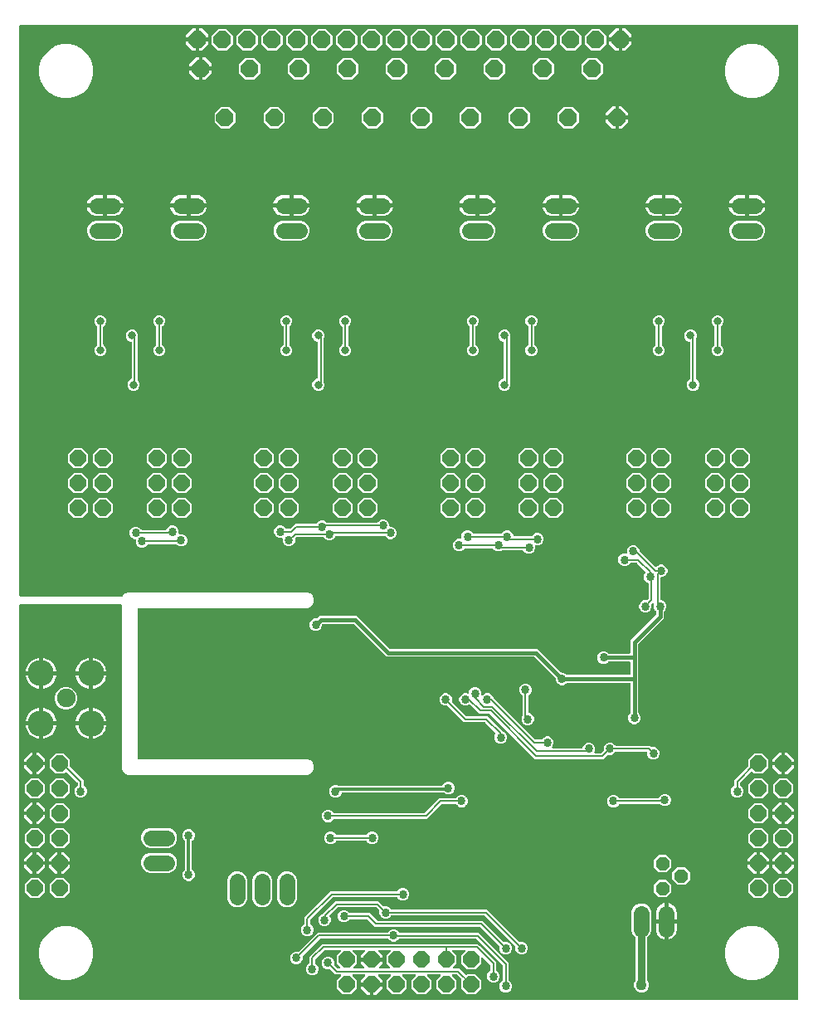
<source format=gbr>
G04 EAGLE Gerber RS-274X export*
G75*
%MOMM*%
%FSLAX34Y34*%
%LPD*%
%INBottom Copper*%
%IPPOS*%
%AMOC8*
5,1,8,0,0,1.08239X$1,22.5*%
G01*
%ADD10P,1.759533X8X292.500000*%
%ADD11P,1.759533X8X112.500000*%
%ADD12C,1.625600*%
%ADD13P,1.924489X8X22.500000*%
%ADD14C,1.905000*%
%ADD15C,2.667000*%
%ADD16P,1.539592X8X292.500000*%
%ADD17P,1.759533X8X202.500000*%
%ADD18P,1.924489X8X112.500000*%
%ADD19C,0.858000*%
%ADD20C,0.304800*%
%ADD21C,0.203200*%
%ADD22C,0.808000*%
%ADD23C,0.406400*%
%ADD24C,0.762000*%
%ADD25C,1.108000*%

G36*
X796502Y2549D02*
X796502Y2549D01*
X796560Y2547D01*
X796642Y2569D01*
X796726Y2581D01*
X796779Y2604D01*
X796835Y2619D01*
X796908Y2662D01*
X796985Y2697D01*
X797030Y2735D01*
X797080Y2764D01*
X797138Y2826D01*
X797202Y2880D01*
X797234Y2929D01*
X797274Y2972D01*
X797313Y3047D01*
X797360Y3117D01*
X797377Y3173D01*
X797404Y3225D01*
X797415Y3293D01*
X797445Y3388D01*
X797448Y3488D01*
X797459Y3556D01*
X797459Y996444D01*
X797451Y996502D01*
X797453Y996560D01*
X797431Y996642D01*
X797419Y996726D01*
X797396Y996779D01*
X797381Y996835D01*
X797338Y996908D01*
X797303Y996985D01*
X797265Y997030D01*
X797236Y997080D01*
X797174Y997138D01*
X797120Y997202D01*
X797071Y997234D01*
X797028Y997274D01*
X796953Y997313D01*
X796883Y997360D01*
X796827Y997377D01*
X796775Y997404D01*
X796707Y997415D01*
X796612Y997445D01*
X796512Y997448D01*
X796444Y997459D01*
X3556Y997459D01*
X3498Y997451D01*
X3440Y997453D01*
X3358Y997431D01*
X3274Y997419D01*
X3221Y997396D01*
X3165Y997381D01*
X3092Y997338D01*
X3015Y997303D01*
X2970Y997265D01*
X2920Y997236D01*
X2862Y997174D01*
X2798Y997120D01*
X2766Y997071D01*
X2726Y997028D01*
X2687Y996953D01*
X2640Y996883D01*
X2623Y996827D01*
X2596Y996775D01*
X2585Y996707D01*
X2555Y996612D01*
X2552Y996512D01*
X2541Y996444D01*
X2541Y415000D01*
X2549Y414942D01*
X2547Y414884D01*
X2569Y414802D01*
X2581Y414719D01*
X2604Y414665D01*
X2619Y414609D01*
X2662Y414536D01*
X2697Y414459D01*
X2735Y414414D01*
X2764Y414364D01*
X2826Y414306D01*
X2880Y414242D01*
X2929Y414210D01*
X2972Y414170D01*
X3047Y414131D01*
X3117Y414085D01*
X3173Y414067D01*
X3225Y414040D01*
X3293Y414029D01*
X3388Y413999D01*
X3488Y413996D01*
X3556Y413985D01*
X107421Y413985D01*
X107498Y413996D01*
X107575Y413997D01*
X107638Y414015D01*
X107702Y414025D01*
X107773Y414056D01*
X107848Y414079D01*
X107902Y414114D01*
X107961Y414141D01*
X108021Y414191D01*
X108086Y414233D01*
X108122Y414276D01*
X108178Y414325D01*
X108250Y414433D01*
X108300Y414492D01*
X109108Y415892D01*
X112843Y418049D01*
X297157Y418049D01*
X300892Y415892D01*
X303049Y412157D01*
X303049Y407843D01*
X300892Y404108D01*
X297157Y401951D01*
X124064Y401951D01*
X124006Y401943D01*
X123948Y401945D01*
X123866Y401923D01*
X123782Y401911D01*
X123729Y401888D01*
X123673Y401873D01*
X123600Y401830D01*
X123523Y401795D01*
X123478Y401757D01*
X123428Y401728D01*
X123370Y401666D01*
X123306Y401612D01*
X123274Y401563D01*
X123234Y401520D01*
X123195Y401445D01*
X123148Y401375D01*
X123131Y401319D01*
X123104Y401267D01*
X123093Y401199D01*
X123063Y401104D01*
X123060Y401004D01*
X123049Y400936D01*
X123049Y249064D01*
X123057Y249006D01*
X123055Y248948D01*
X123077Y248866D01*
X123089Y248782D01*
X123112Y248729D01*
X123127Y248673D01*
X123170Y248600D01*
X123205Y248523D01*
X123243Y248478D01*
X123272Y248428D01*
X123334Y248370D01*
X123388Y248306D01*
X123437Y248274D01*
X123480Y248234D01*
X123555Y248195D01*
X123625Y248148D01*
X123681Y248131D01*
X123733Y248104D01*
X123801Y248093D01*
X123896Y248063D01*
X123996Y248060D01*
X124064Y248049D01*
X297157Y248049D01*
X300892Y245892D01*
X303049Y242157D01*
X303049Y237843D01*
X300892Y234108D01*
X297157Y231951D01*
X112843Y231951D01*
X109108Y234108D01*
X106951Y237843D01*
X106951Y405000D01*
X106943Y405058D01*
X106945Y405116D01*
X106923Y405198D01*
X106911Y405282D01*
X106888Y405335D01*
X106873Y405391D01*
X106830Y405464D01*
X106795Y405541D01*
X106757Y405586D01*
X106728Y405636D01*
X106666Y405694D01*
X106612Y405758D01*
X106563Y405790D01*
X106520Y405830D01*
X106445Y405869D01*
X106375Y405916D01*
X106319Y405933D01*
X106267Y405960D01*
X106199Y405971D01*
X106104Y406001D01*
X106004Y406004D01*
X105936Y406015D01*
X3556Y406015D01*
X3498Y406007D01*
X3440Y406009D01*
X3358Y405987D01*
X3274Y405975D01*
X3221Y405952D01*
X3165Y405937D01*
X3092Y405894D01*
X3015Y405859D01*
X2970Y405821D01*
X2920Y405792D01*
X2862Y405730D01*
X2798Y405676D01*
X2766Y405627D01*
X2726Y405584D01*
X2687Y405509D01*
X2640Y405439D01*
X2623Y405383D01*
X2596Y405331D01*
X2585Y405263D01*
X2555Y405168D01*
X2552Y405068D01*
X2541Y405000D01*
X2541Y3556D01*
X2549Y3498D01*
X2547Y3440D01*
X2569Y3358D01*
X2581Y3274D01*
X2604Y3221D01*
X2619Y3165D01*
X2662Y3092D01*
X2697Y3015D01*
X2735Y2970D01*
X2764Y2920D01*
X2826Y2862D01*
X2880Y2798D01*
X2929Y2766D01*
X2972Y2726D01*
X3047Y2687D01*
X3117Y2640D01*
X3173Y2623D01*
X3225Y2596D01*
X3293Y2585D01*
X3388Y2555D01*
X3488Y2552D01*
X3556Y2541D01*
X796444Y2541D01*
X796502Y2549D01*
G37*
%LPC*%
G36*
X332291Y7939D02*
X332291Y7939D01*
X326339Y13891D01*
X326339Y22309D01*
X330499Y26468D01*
X330516Y26492D01*
X330539Y26511D01*
X330602Y26605D01*
X330670Y26695D01*
X330680Y26723D01*
X330696Y26747D01*
X330731Y26855D01*
X330771Y26961D01*
X330773Y26990D01*
X330782Y27018D01*
X330785Y27132D01*
X330794Y27244D01*
X330789Y27273D01*
X330789Y27302D01*
X330761Y27412D01*
X330739Y27523D01*
X330725Y27549D01*
X330718Y27577D01*
X330660Y27675D01*
X330608Y27775D01*
X330587Y27797D01*
X330572Y27822D01*
X330490Y27899D01*
X330412Y27981D01*
X330386Y27996D01*
X330365Y28016D01*
X330264Y28068D01*
X330166Y28125D01*
X330138Y28132D01*
X330112Y28146D01*
X330035Y28159D01*
X329891Y28195D01*
X329828Y28193D01*
X329781Y28201D01*
X324987Y28201D01*
X319770Y33418D01*
X319769Y33419D01*
X319768Y33421D01*
X319650Y33508D01*
X319543Y33589D01*
X319541Y33590D01*
X319540Y33591D01*
X319405Y33642D01*
X319277Y33690D01*
X319276Y33691D01*
X319274Y33691D01*
X319132Y33703D01*
X318994Y33714D01*
X318992Y33714D01*
X318991Y33714D01*
X318976Y33710D01*
X318811Y33677D01*
X316242Y33677D01*
X313918Y34640D01*
X312140Y36418D01*
X311177Y38742D01*
X311177Y41258D01*
X312140Y43582D01*
X313918Y45360D01*
X316242Y46323D01*
X318758Y46323D01*
X321082Y45360D01*
X322860Y43582D01*
X323823Y41258D01*
X323823Y38685D01*
X323791Y38561D01*
X323791Y38559D01*
X323790Y38558D01*
X323795Y38418D01*
X323799Y38277D01*
X323799Y38275D01*
X323799Y38274D01*
X323841Y38144D01*
X323885Y38006D01*
X323886Y38005D01*
X323887Y38003D01*
X323896Y37991D01*
X324044Y37770D01*
X324067Y37750D01*
X324082Y37730D01*
X327215Y34596D01*
X327285Y34544D01*
X327349Y34484D01*
X327399Y34458D01*
X327443Y34425D01*
X327524Y34394D01*
X327602Y34354D01*
X327650Y34346D01*
X327708Y34324D01*
X327856Y34312D01*
X327933Y34299D01*
X328881Y34299D01*
X328910Y34303D01*
X328939Y34300D01*
X329050Y34323D01*
X329162Y34339D01*
X329189Y34351D01*
X329218Y34356D01*
X329318Y34408D01*
X329422Y34455D01*
X329444Y34474D01*
X329470Y34487D01*
X329552Y34565D01*
X329639Y34638D01*
X329655Y34663D01*
X329676Y34683D01*
X329733Y34781D01*
X329796Y34875D01*
X329805Y34903D01*
X329820Y34928D01*
X329848Y35038D01*
X329882Y35146D01*
X329883Y35176D01*
X329890Y35204D01*
X329886Y35317D01*
X329889Y35430D01*
X329882Y35459D01*
X329881Y35488D01*
X329846Y35596D01*
X329818Y35705D01*
X329803Y35731D01*
X329794Y35759D01*
X329748Y35822D01*
X329672Y35950D01*
X329627Y35993D01*
X329599Y36032D01*
X326339Y39291D01*
X326339Y47709D01*
X330099Y51468D01*
X330116Y51492D01*
X330139Y51511D01*
X330202Y51605D01*
X330270Y51695D01*
X330280Y51723D01*
X330296Y51747D01*
X330331Y51855D01*
X330371Y51961D01*
X330373Y51990D01*
X330382Y52018D01*
X330385Y52132D01*
X330394Y52244D01*
X330389Y52273D01*
X330389Y52302D01*
X330361Y52412D01*
X330339Y52523D01*
X330325Y52549D01*
X330318Y52577D01*
X330260Y52675D01*
X330208Y52775D01*
X330187Y52797D01*
X330172Y52822D01*
X330090Y52899D01*
X330012Y52981D01*
X329986Y52996D01*
X329965Y53016D01*
X329864Y53068D01*
X329766Y53125D01*
X329738Y53132D01*
X329712Y53146D01*
X329635Y53159D01*
X329491Y53195D01*
X329428Y53193D01*
X329381Y53201D01*
X314183Y53201D01*
X314097Y53189D01*
X314009Y53186D01*
X313957Y53169D01*
X313902Y53161D01*
X313822Y53126D01*
X313739Y53099D01*
X313700Y53071D01*
X313642Y53045D01*
X313529Y52949D01*
X313465Y52904D01*
X304596Y44035D01*
X304544Y43965D01*
X304484Y43901D01*
X304458Y43852D01*
X304425Y43807D01*
X304394Y43726D01*
X304354Y43648D01*
X304346Y43600D01*
X304324Y43542D01*
X304312Y43394D01*
X304299Y43317D01*
X304299Y40009D01*
X304299Y40008D01*
X304299Y40006D01*
X304320Y39861D01*
X304339Y39728D01*
X304339Y39726D01*
X304339Y39725D01*
X304399Y39593D01*
X304455Y39468D01*
X304456Y39467D01*
X304457Y39466D01*
X304550Y39356D01*
X304638Y39251D01*
X304640Y39250D01*
X304641Y39249D01*
X304654Y39241D01*
X304794Y39148D01*
X306610Y37332D01*
X307573Y35008D01*
X307573Y32492D01*
X306610Y30168D01*
X304832Y28390D01*
X302508Y27427D01*
X299992Y27427D01*
X297668Y28390D01*
X295890Y30168D01*
X294927Y32492D01*
X294927Y35008D01*
X295890Y37332D01*
X297709Y39150D01*
X297819Y39216D01*
X297820Y39217D01*
X297822Y39218D01*
X297915Y39317D01*
X298015Y39422D01*
X298015Y39424D01*
X298016Y39425D01*
X298077Y39545D01*
X298145Y39675D01*
X298145Y39677D01*
X298146Y39678D01*
X298148Y39692D01*
X298200Y39954D01*
X298197Y39985D01*
X298201Y40009D01*
X298201Y46263D01*
X300284Y48346D01*
X300285Y48346D01*
X311237Y59299D01*
X470363Y59299D01*
X472446Y57216D01*
X472446Y57215D01*
X487215Y42446D01*
X487216Y42446D01*
X489299Y40363D01*
X489299Y32509D01*
X489299Y32508D01*
X489299Y32506D01*
X489319Y32365D01*
X489339Y32228D01*
X489339Y32226D01*
X489339Y32225D01*
X489398Y32095D01*
X489455Y31968D01*
X489456Y31967D01*
X489457Y31966D01*
X489550Y31856D01*
X489638Y31751D01*
X489640Y31750D01*
X489641Y31749D01*
X489654Y31741D01*
X489794Y31648D01*
X491610Y29832D01*
X492573Y27508D01*
X492573Y24992D01*
X491610Y22668D01*
X489832Y20890D01*
X487508Y19927D01*
X484992Y19927D01*
X482668Y20890D01*
X480890Y22668D01*
X479927Y24992D01*
X479927Y27508D01*
X480890Y29832D01*
X482709Y31650D01*
X482819Y31716D01*
X482820Y31717D01*
X482822Y31718D01*
X482917Y31819D01*
X483015Y31922D01*
X483015Y31924D01*
X483016Y31925D01*
X483077Y32045D01*
X483145Y32175D01*
X483145Y32177D01*
X483146Y32178D01*
X483148Y32192D01*
X483200Y32454D01*
X483197Y32485D01*
X483201Y32509D01*
X483201Y37417D01*
X483189Y37503D01*
X483186Y37591D01*
X483169Y37643D01*
X483161Y37698D01*
X483126Y37778D01*
X483099Y37861D01*
X483071Y37900D01*
X483045Y37958D01*
X482949Y38071D01*
X482904Y38135D01*
X475394Y45645D01*
X475370Y45662D01*
X475351Y45685D01*
X475257Y45748D01*
X475167Y45815D01*
X475139Y45826D01*
X475115Y45842D01*
X475007Y45876D01*
X474901Y45917D01*
X474872Y45919D01*
X474844Y45928D01*
X474730Y45931D01*
X474618Y45940D01*
X474589Y45935D01*
X474560Y45935D01*
X474450Y45907D01*
X474339Y45884D01*
X474313Y45871D01*
X474285Y45863D01*
X474187Y45806D01*
X474087Y45753D01*
X474065Y45733D01*
X474040Y45718D01*
X473963Y45636D01*
X473881Y45558D01*
X473866Y45532D01*
X473846Y45511D01*
X473794Y45410D01*
X473737Y45312D01*
X473730Y45284D01*
X473716Y45258D01*
X473703Y45180D01*
X473667Y45037D01*
X473669Y44974D01*
X473661Y44927D01*
X473661Y39291D01*
X467709Y33339D01*
X459291Y33339D01*
X453339Y39291D01*
X453339Y47709D01*
X457099Y51468D01*
X457116Y51492D01*
X457139Y51511D01*
X457202Y51605D01*
X457270Y51695D01*
X457280Y51723D01*
X457296Y51747D01*
X457331Y51855D01*
X457371Y51961D01*
X457373Y51990D01*
X457382Y52018D01*
X457385Y52132D01*
X457394Y52244D01*
X457389Y52273D01*
X457389Y52302D01*
X457361Y52412D01*
X457339Y52523D01*
X457325Y52549D01*
X457318Y52577D01*
X457260Y52675D01*
X457208Y52775D01*
X457187Y52797D01*
X457172Y52822D01*
X457090Y52899D01*
X457012Y52981D01*
X456986Y52996D01*
X456965Y53016D01*
X456864Y53068D01*
X456766Y53125D01*
X456738Y53132D01*
X456712Y53146D01*
X456635Y53159D01*
X456491Y53195D01*
X456428Y53193D01*
X456381Y53201D01*
X445219Y53201D01*
X445190Y53197D01*
X445161Y53200D01*
X445050Y53177D01*
X444938Y53161D01*
X444911Y53149D01*
X444882Y53144D01*
X444782Y53092D01*
X444678Y53045D01*
X444656Y53026D01*
X444630Y53013D01*
X444548Y52935D01*
X444461Y52862D01*
X444445Y52837D01*
X444424Y52817D01*
X444367Y52719D01*
X444304Y52625D01*
X444295Y52597D01*
X444280Y52572D01*
X444252Y52462D01*
X444218Y52354D01*
X444217Y52324D01*
X444210Y52296D01*
X444214Y52183D01*
X444211Y52070D01*
X444218Y52041D01*
X444219Y52012D01*
X444254Y51904D01*
X444282Y51795D01*
X444297Y51769D01*
X444306Y51741D01*
X444352Y51678D01*
X444428Y51550D01*
X444473Y51507D01*
X444501Y51468D01*
X448261Y47709D01*
X448261Y39291D01*
X445001Y36032D01*
X444984Y36008D01*
X444961Y35989D01*
X444898Y35895D01*
X444830Y35805D01*
X444820Y35777D01*
X444804Y35753D01*
X444769Y35645D01*
X444729Y35539D01*
X444727Y35510D01*
X444718Y35482D01*
X444715Y35368D01*
X444706Y35256D01*
X444711Y35227D01*
X444711Y35198D01*
X444739Y35088D01*
X444761Y34977D01*
X444775Y34951D01*
X444782Y34923D01*
X444840Y34825D01*
X444892Y34725D01*
X444913Y34703D01*
X444928Y34678D01*
X445010Y34601D01*
X445088Y34519D01*
X445114Y34504D01*
X445135Y34484D01*
X445236Y34432D01*
X445334Y34375D01*
X445362Y34368D01*
X445388Y34354D01*
X445465Y34341D01*
X445609Y34305D01*
X445672Y34307D01*
X445719Y34299D01*
X451613Y34299D01*
X457753Y28158D01*
X457800Y28123D01*
X457840Y28081D01*
X457913Y28038D01*
X457980Y27987D01*
X458035Y27967D01*
X458085Y27937D01*
X458167Y27916D01*
X458246Y27886D01*
X458304Y27881D01*
X458361Y27867D01*
X458445Y27870D01*
X458529Y27863D01*
X458587Y27874D01*
X458645Y27876D01*
X458725Y27902D01*
X458808Y27919D01*
X458860Y27945D01*
X458916Y27964D01*
X458972Y28004D01*
X459060Y28050D01*
X459133Y28118D01*
X459189Y28158D01*
X459291Y28261D01*
X467709Y28261D01*
X473661Y22309D01*
X473661Y13891D01*
X467709Y7939D01*
X459291Y7939D01*
X453339Y13891D01*
X453339Y22309D01*
X453442Y22411D01*
X453477Y22458D01*
X453519Y22498D01*
X453562Y22571D01*
X453613Y22638D01*
X453633Y22693D01*
X453663Y22743D01*
X453684Y22825D01*
X453714Y22904D01*
X453719Y22962D01*
X453733Y23019D01*
X453730Y23103D01*
X453737Y23187D01*
X453726Y23245D01*
X453724Y23303D01*
X453698Y23383D01*
X453681Y23466D01*
X453654Y23518D01*
X453636Y23573D01*
X453596Y23630D01*
X453550Y23718D01*
X453482Y23791D01*
X453442Y23847D01*
X449385Y27904D01*
X449315Y27956D01*
X449251Y28016D01*
X449201Y28042D01*
X449157Y28075D01*
X449076Y28106D01*
X448998Y28146D01*
X448950Y28154D01*
X448892Y28176D01*
X448744Y28188D01*
X448667Y28201D01*
X444819Y28201D01*
X444790Y28197D01*
X444761Y28200D01*
X444650Y28177D01*
X444538Y28161D01*
X444511Y28149D01*
X444482Y28144D01*
X444382Y28092D01*
X444278Y28045D01*
X444256Y28026D01*
X444230Y28013D01*
X444148Y27935D01*
X444061Y27862D01*
X444045Y27837D01*
X444024Y27817D01*
X443967Y27719D01*
X443904Y27625D01*
X443895Y27597D01*
X443880Y27572D01*
X443852Y27462D01*
X443818Y27354D01*
X443817Y27324D01*
X443810Y27296D01*
X443814Y27183D01*
X443811Y27070D01*
X443818Y27041D01*
X443819Y27012D01*
X443854Y26904D01*
X443882Y26795D01*
X443897Y26769D01*
X443906Y26741D01*
X443952Y26678D01*
X444028Y26550D01*
X444073Y26507D01*
X444101Y26468D01*
X448261Y22309D01*
X448261Y13891D01*
X442309Y7939D01*
X433891Y7939D01*
X427939Y13891D01*
X427939Y22309D01*
X432099Y26468D01*
X432116Y26492D01*
X432139Y26511D01*
X432202Y26605D01*
X432270Y26695D01*
X432280Y26723D01*
X432296Y26747D01*
X432331Y26855D01*
X432371Y26961D01*
X432373Y26990D01*
X432382Y27018D01*
X432385Y27132D01*
X432394Y27244D01*
X432389Y27273D01*
X432389Y27302D01*
X432361Y27412D01*
X432339Y27523D01*
X432325Y27549D01*
X432318Y27577D01*
X432260Y27675D01*
X432208Y27775D01*
X432187Y27797D01*
X432172Y27822D01*
X432090Y27899D01*
X432012Y27981D01*
X431986Y27996D01*
X431965Y28016D01*
X431864Y28068D01*
X431766Y28125D01*
X431738Y28132D01*
X431712Y28146D01*
X431635Y28159D01*
X431491Y28195D01*
X431428Y28193D01*
X431381Y28201D01*
X419419Y28201D01*
X419390Y28197D01*
X419361Y28200D01*
X419250Y28177D01*
X419138Y28161D01*
X419111Y28149D01*
X419082Y28144D01*
X418982Y28092D01*
X418878Y28045D01*
X418856Y28026D01*
X418830Y28013D01*
X418748Y27935D01*
X418661Y27862D01*
X418645Y27837D01*
X418624Y27817D01*
X418567Y27719D01*
X418504Y27625D01*
X418495Y27597D01*
X418480Y27572D01*
X418452Y27462D01*
X418418Y27354D01*
X418417Y27324D01*
X418410Y27296D01*
X418414Y27183D01*
X418411Y27070D01*
X418418Y27041D01*
X418419Y27012D01*
X418454Y26904D01*
X418482Y26795D01*
X418497Y26769D01*
X418506Y26741D01*
X418552Y26678D01*
X418628Y26550D01*
X418673Y26507D01*
X418701Y26468D01*
X422861Y22309D01*
X422861Y13891D01*
X416909Y7939D01*
X408491Y7939D01*
X402539Y13891D01*
X402539Y22309D01*
X406699Y26468D01*
X406716Y26492D01*
X406739Y26511D01*
X406802Y26605D01*
X406870Y26695D01*
X406880Y26723D01*
X406896Y26747D01*
X406931Y26855D01*
X406971Y26961D01*
X406973Y26990D01*
X406982Y27018D01*
X406985Y27132D01*
X406994Y27244D01*
X406989Y27273D01*
X406989Y27302D01*
X406961Y27412D01*
X406939Y27523D01*
X406925Y27549D01*
X406918Y27577D01*
X406860Y27675D01*
X406808Y27775D01*
X406787Y27797D01*
X406772Y27822D01*
X406690Y27899D01*
X406612Y27981D01*
X406586Y27996D01*
X406565Y28016D01*
X406464Y28068D01*
X406366Y28125D01*
X406338Y28132D01*
X406312Y28146D01*
X406235Y28159D01*
X406091Y28195D01*
X406028Y28193D01*
X405981Y28201D01*
X394019Y28201D01*
X393990Y28197D01*
X393961Y28200D01*
X393850Y28177D01*
X393738Y28161D01*
X393711Y28149D01*
X393682Y28144D01*
X393582Y28092D01*
X393478Y28045D01*
X393456Y28026D01*
X393430Y28013D01*
X393348Y27935D01*
X393261Y27862D01*
X393245Y27837D01*
X393224Y27817D01*
X393167Y27719D01*
X393104Y27625D01*
X393095Y27597D01*
X393080Y27572D01*
X393052Y27462D01*
X393018Y27354D01*
X393017Y27324D01*
X393010Y27296D01*
X393014Y27183D01*
X393011Y27070D01*
X393018Y27041D01*
X393019Y27012D01*
X393054Y26904D01*
X393082Y26795D01*
X393097Y26769D01*
X393106Y26741D01*
X393152Y26678D01*
X393228Y26550D01*
X393273Y26507D01*
X393301Y26468D01*
X397461Y22309D01*
X397461Y13891D01*
X391509Y7939D01*
X383091Y7939D01*
X377139Y13891D01*
X377139Y22309D01*
X381299Y26468D01*
X381316Y26492D01*
X381339Y26511D01*
X381402Y26605D01*
X381470Y26695D01*
X381480Y26723D01*
X381496Y26747D01*
X381531Y26855D01*
X381571Y26961D01*
X381573Y26990D01*
X381582Y27018D01*
X381585Y27132D01*
X381594Y27244D01*
X381589Y27273D01*
X381589Y27302D01*
X381561Y27412D01*
X381539Y27523D01*
X381525Y27549D01*
X381518Y27577D01*
X381460Y27675D01*
X381408Y27775D01*
X381387Y27797D01*
X381372Y27822D01*
X381290Y27899D01*
X381212Y27981D01*
X381186Y27996D01*
X381165Y28016D01*
X381064Y28068D01*
X380966Y28125D01*
X380938Y28132D01*
X380912Y28146D01*
X380835Y28159D01*
X380691Y28195D01*
X380628Y28193D01*
X380581Y28201D01*
X369338Y28201D01*
X369309Y28197D01*
X369279Y28200D01*
X369168Y28177D01*
X369056Y28161D01*
X369029Y28149D01*
X369001Y28144D01*
X368900Y28092D01*
X368797Y28045D01*
X368774Y28026D01*
X368748Y28013D01*
X368666Y27935D01*
X368580Y27862D01*
X368563Y27837D01*
X368542Y27817D01*
X368485Y27719D01*
X368422Y27625D01*
X368413Y27597D01*
X368398Y27572D01*
X368371Y27462D01*
X368336Y27354D01*
X368336Y27324D01*
X368328Y27296D01*
X368332Y27183D01*
X368329Y27070D01*
X368336Y27041D01*
X368337Y27012D01*
X368372Y26904D01*
X368401Y26795D01*
X368416Y26769D01*
X368425Y26741D01*
X368470Y26678D01*
X368546Y26550D01*
X368592Y26507D01*
X368620Y26468D01*
X372569Y22519D01*
X372569Y20131D01*
X362916Y20131D01*
X362858Y20123D01*
X362800Y20125D01*
X362718Y20103D01*
X362635Y20091D01*
X362581Y20067D01*
X362525Y20053D01*
X362452Y20010D01*
X362375Y19975D01*
X362331Y19937D01*
X362280Y19907D01*
X362223Y19846D01*
X362158Y19791D01*
X362126Y19743D01*
X362086Y19700D01*
X362047Y19625D01*
X362001Y19555D01*
X361983Y19499D01*
X361956Y19447D01*
X361945Y19379D01*
X361915Y19284D01*
X361912Y19184D01*
X361901Y19116D01*
X361901Y18099D01*
X361899Y18099D01*
X361899Y19116D01*
X361891Y19174D01*
X361892Y19232D01*
X361871Y19314D01*
X361859Y19397D01*
X361835Y19451D01*
X361821Y19507D01*
X361778Y19580D01*
X361743Y19657D01*
X361705Y19702D01*
X361675Y19752D01*
X361614Y19810D01*
X361559Y19874D01*
X361511Y19906D01*
X361468Y19946D01*
X361393Y19985D01*
X361323Y20031D01*
X361267Y20049D01*
X361215Y20076D01*
X361147Y20087D01*
X361052Y20117D01*
X360952Y20120D01*
X360884Y20131D01*
X351231Y20131D01*
X351231Y22519D01*
X355180Y26468D01*
X355198Y26492D01*
X355220Y26511D01*
X355283Y26605D01*
X355351Y26695D01*
X355362Y26723D01*
X355378Y26747D01*
X355412Y26855D01*
X355452Y26961D01*
X355455Y26990D01*
X355464Y27018D01*
X355467Y27132D01*
X355476Y27244D01*
X355470Y27273D01*
X355471Y27302D01*
X355442Y27412D01*
X355420Y27523D01*
X355407Y27549D01*
X355399Y27577D01*
X355341Y27675D01*
X355289Y27775D01*
X355269Y27797D01*
X355254Y27822D01*
X355171Y27899D01*
X355093Y27981D01*
X355068Y27996D01*
X355047Y28016D01*
X354946Y28068D01*
X354848Y28125D01*
X354820Y28132D01*
X354793Y28146D01*
X354716Y28159D01*
X354572Y28195D01*
X354510Y28193D01*
X354462Y28201D01*
X343219Y28201D01*
X343190Y28197D01*
X343161Y28200D01*
X343050Y28177D01*
X342938Y28161D01*
X342911Y28149D01*
X342882Y28144D01*
X342782Y28092D01*
X342678Y28045D01*
X342656Y28026D01*
X342630Y28013D01*
X342548Y27935D01*
X342461Y27862D01*
X342445Y27837D01*
X342424Y27817D01*
X342367Y27719D01*
X342304Y27625D01*
X342295Y27597D01*
X342280Y27572D01*
X342252Y27462D01*
X342218Y27354D01*
X342217Y27324D01*
X342210Y27296D01*
X342214Y27183D01*
X342211Y27070D01*
X342218Y27041D01*
X342219Y27012D01*
X342254Y26904D01*
X342282Y26795D01*
X342297Y26769D01*
X342306Y26741D01*
X342352Y26678D01*
X342428Y26550D01*
X342473Y26507D01*
X342501Y26468D01*
X346661Y22309D01*
X346661Y13891D01*
X340709Y7939D01*
X332291Y7939D01*
G37*
%LPD*%
%LPC*%
G36*
X628742Y283677D02*
X628742Y283677D01*
X626418Y284640D01*
X624640Y286418D01*
X623677Y288742D01*
X623677Y291258D01*
X624640Y293582D01*
X625638Y294580D01*
X625690Y294649D01*
X625750Y294713D01*
X625776Y294763D01*
X625809Y294807D01*
X625840Y294889D01*
X625880Y294966D01*
X625888Y295014D01*
X625910Y295072D01*
X625922Y295220D01*
X625935Y295298D01*
X625935Y324670D01*
X625927Y324728D01*
X625929Y324786D01*
X625907Y324868D01*
X625895Y324952D01*
X625872Y325005D01*
X625857Y325061D01*
X625814Y325134D01*
X625779Y325211D01*
X625741Y325256D01*
X625712Y325306D01*
X625650Y325364D01*
X625596Y325428D01*
X625547Y325460D01*
X625504Y325500D01*
X625429Y325539D01*
X625359Y325586D01*
X625303Y325603D01*
X625251Y325630D01*
X625183Y325641D01*
X625088Y325671D01*
X624988Y325674D01*
X624920Y325685D01*
X561547Y325685D01*
X561461Y325673D01*
X561373Y325670D01*
X561321Y325653D01*
X561266Y325645D01*
X561186Y325610D01*
X561103Y325583D01*
X561064Y325555D01*
X561007Y325529D01*
X560893Y325433D01*
X560830Y325388D01*
X559832Y324390D01*
X557508Y323427D01*
X554992Y323427D01*
X552668Y324390D01*
X550890Y326168D01*
X549927Y328492D01*
X549927Y329904D01*
X549915Y329990D01*
X549912Y330078D01*
X549895Y330130D01*
X549887Y330185D01*
X549852Y330265D01*
X549825Y330348D01*
X549797Y330388D01*
X549771Y330445D01*
X549675Y330558D01*
X549630Y330622D01*
X528114Y352138D01*
X528044Y352190D01*
X527980Y352250D01*
X527931Y352276D01*
X527886Y352309D01*
X527805Y352340D01*
X527727Y352380D01*
X527679Y352388D01*
X527621Y352410D01*
X527473Y352422D01*
X527396Y352435D01*
X376816Y352435D01*
X343614Y385638D01*
X343544Y385690D01*
X343480Y385750D01*
X343431Y385776D01*
X343386Y385809D01*
X343305Y385840D01*
X343227Y385880D01*
X343179Y385888D01*
X343121Y385910D01*
X342973Y385922D01*
X342896Y385935D01*
X312338Y385935D01*
X312280Y385927D01*
X312222Y385929D01*
X312140Y385907D01*
X312056Y385895D01*
X312003Y385872D01*
X311947Y385857D01*
X311874Y385814D01*
X311797Y385779D01*
X311752Y385741D01*
X311702Y385712D01*
X311644Y385650D01*
X311580Y385596D01*
X311548Y385547D01*
X311508Y385504D01*
X311469Y385429D01*
X311422Y385359D01*
X311405Y385303D01*
X311378Y385251D01*
X311367Y385183D01*
X311337Y385088D01*
X311334Y384988D01*
X311323Y384920D01*
X311323Y383742D01*
X310360Y381418D01*
X308582Y379640D01*
X306258Y378677D01*
X303742Y378677D01*
X301418Y379640D01*
X299640Y381418D01*
X298677Y383742D01*
X298677Y386258D01*
X299640Y388582D01*
X301418Y390360D01*
X303742Y391323D01*
X305154Y391323D01*
X305240Y391335D01*
X305328Y391338D01*
X305380Y391355D01*
X305435Y391363D01*
X305515Y391398D01*
X305598Y391425D01*
X305638Y391453D01*
X305695Y391479D01*
X305808Y391575D01*
X305872Y391620D01*
X308316Y394065D01*
X346684Y394065D01*
X379886Y360862D01*
X379956Y360810D01*
X380020Y360750D01*
X380069Y360724D01*
X380114Y360691D01*
X380195Y360660D01*
X380273Y360620D01*
X380321Y360612D01*
X380379Y360590D01*
X380527Y360578D01*
X380604Y360565D01*
X531184Y360565D01*
X555378Y336370D01*
X555448Y336318D01*
X555512Y336258D01*
X555561Y336232D01*
X555606Y336199D01*
X555687Y336168D01*
X555765Y336128D01*
X555813Y336120D01*
X555871Y336098D01*
X556019Y336086D01*
X556096Y336073D01*
X557508Y336073D01*
X559832Y335110D01*
X560830Y334112D01*
X560899Y334060D01*
X560963Y334000D01*
X561013Y333974D01*
X561057Y333941D01*
X561139Y333910D01*
X561216Y333870D01*
X561264Y333862D01*
X561322Y333840D01*
X561470Y333828D01*
X561547Y333815D01*
X624920Y333815D01*
X624978Y333823D01*
X625036Y333821D01*
X625118Y333843D01*
X625202Y333855D01*
X625255Y333878D01*
X625311Y333893D01*
X625384Y333936D01*
X625461Y333971D01*
X625506Y334009D01*
X625556Y334038D01*
X625614Y334100D01*
X625678Y334154D01*
X625710Y334203D01*
X625750Y334246D01*
X625789Y334321D01*
X625836Y334391D01*
X625853Y334447D01*
X625880Y334499D01*
X625891Y334567D01*
X625921Y334662D01*
X625924Y334762D01*
X625935Y334830D01*
X625935Y346420D01*
X625927Y346478D01*
X625929Y346536D01*
X625907Y346618D01*
X625895Y346702D01*
X625872Y346755D01*
X625857Y346811D01*
X625814Y346884D01*
X625779Y346961D01*
X625741Y347006D01*
X625712Y347056D01*
X625650Y347114D01*
X625596Y347178D01*
X625547Y347210D01*
X625504Y347250D01*
X625429Y347289D01*
X625359Y347336D01*
X625303Y347353D01*
X625251Y347380D01*
X625183Y347391D01*
X625088Y347421D01*
X624988Y347424D01*
X624920Y347435D01*
X604047Y347435D01*
X603961Y347423D01*
X603873Y347420D01*
X603821Y347403D01*
X603766Y347395D01*
X603686Y347360D01*
X603603Y347333D01*
X603564Y347305D01*
X603507Y347279D01*
X603393Y347183D01*
X603330Y347138D01*
X602332Y346140D01*
X600008Y345177D01*
X597492Y345177D01*
X595168Y346140D01*
X593390Y347918D01*
X592427Y350242D01*
X592427Y352758D01*
X593390Y355082D01*
X595168Y356860D01*
X597492Y357823D01*
X600008Y357823D01*
X602332Y356860D01*
X603330Y355862D01*
X603399Y355810D01*
X603463Y355750D01*
X603513Y355724D01*
X603557Y355691D01*
X603639Y355660D01*
X603716Y355620D01*
X603764Y355612D01*
X603822Y355590D01*
X603970Y355578D01*
X604047Y355565D01*
X624920Y355565D01*
X624978Y355573D01*
X625036Y355571D01*
X625118Y355593D01*
X625202Y355605D01*
X625255Y355628D01*
X625311Y355643D01*
X625384Y355686D01*
X625461Y355721D01*
X625506Y355759D01*
X625556Y355788D01*
X625614Y355850D01*
X625678Y355904D01*
X625710Y355953D01*
X625750Y355996D01*
X625789Y356071D01*
X625836Y356141D01*
X625853Y356197D01*
X625880Y356249D01*
X625891Y356317D01*
X625921Y356412D01*
X625924Y356512D01*
X625935Y356580D01*
X625935Y369184D01*
X651888Y395136D01*
X651940Y395206D01*
X652000Y395270D01*
X652026Y395319D01*
X652059Y395364D01*
X652090Y395445D01*
X652130Y395523D01*
X652138Y395571D01*
X652160Y395629D01*
X652172Y395777D01*
X652185Y395854D01*
X652185Y398453D01*
X652173Y398539D01*
X652170Y398627D01*
X652153Y398679D01*
X652145Y398734D01*
X652110Y398814D01*
X652083Y398897D01*
X652055Y398936D01*
X652029Y398993D01*
X651943Y399096D01*
X651926Y399124D01*
X651911Y399138D01*
X651888Y399170D01*
X650890Y400168D01*
X649927Y402492D01*
X649927Y405008D01*
X650172Y405598D01*
X650193Y405681D01*
X650224Y405762D01*
X650229Y405818D01*
X650243Y405873D01*
X650240Y405959D01*
X650247Y406045D01*
X650236Y406101D01*
X650235Y406157D01*
X650208Y406239D01*
X650191Y406324D01*
X650165Y406374D01*
X650148Y406428D01*
X650100Y406500D01*
X650060Y406576D01*
X650021Y406617D01*
X649990Y406664D01*
X649924Y406720D01*
X649864Y406782D01*
X649815Y406811D01*
X649772Y406847D01*
X649693Y406882D01*
X649619Y406926D01*
X649564Y406940D01*
X649512Y406963D01*
X649427Y406975D01*
X649344Y406996D01*
X649287Y406994D01*
X649231Y407002D01*
X649145Y406989D01*
X649059Y406987D01*
X649005Y406969D01*
X648949Y406961D01*
X648871Y406926D01*
X648789Y406899D01*
X648749Y406870D01*
X648690Y406844D01*
X648580Y406750D01*
X648516Y406704D01*
X648465Y406654D01*
X647832Y406020D01*
X647831Y406019D01*
X647829Y406018D01*
X647742Y405900D01*
X647661Y405793D01*
X647660Y405791D01*
X647659Y405790D01*
X647607Y405650D01*
X647560Y405527D01*
X647559Y405526D01*
X647559Y405524D01*
X647547Y405382D01*
X647536Y405244D01*
X647536Y405242D01*
X647536Y405241D01*
X647540Y405226D01*
X647573Y405061D01*
X647573Y402492D01*
X646610Y400168D01*
X644832Y398390D01*
X642508Y397427D01*
X639992Y397427D01*
X637668Y398390D01*
X635890Y400168D01*
X634927Y402492D01*
X634927Y405008D01*
X635890Y407332D01*
X637668Y409110D01*
X639992Y410073D01*
X642565Y410073D01*
X642689Y410041D01*
X642691Y410041D01*
X642692Y410040D01*
X642829Y410045D01*
X642973Y410049D01*
X642975Y410049D01*
X642976Y410049D01*
X643106Y410091D01*
X643244Y410135D01*
X643245Y410136D01*
X643247Y410137D01*
X643259Y410146D01*
X643480Y410294D01*
X643500Y410317D01*
X643520Y410332D01*
X644154Y410965D01*
X644178Y410997D01*
X644194Y411011D01*
X644219Y411049D01*
X644266Y411099D01*
X644292Y411149D01*
X644325Y411193D01*
X644338Y411227D01*
X644352Y411248D01*
X644367Y411295D01*
X644396Y411352D01*
X644404Y411400D01*
X644426Y411458D01*
X644429Y411492D01*
X644437Y411519D01*
X644440Y411615D01*
X644451Y411683D01*
X644451Y426973D01*
X644451Y426975D01*
X644451Y426976D01*
X644444Y427024D01*
X644445Y427032D01*
X644442Y427043D01*
X644431Y427117D01*
X644411Y427255D01*
X644411Y427256D01*
X644411Y427258D01*
X644353Y427385D01*
X644295Y427514D01*
X644294Y427515D01*
X644293Y427517D01*
X644202Y427624D01*
X644112Y427731D01*
X644110Y427732D01*
X644109Y427733D01*
X644096Y427741D01*
X643875Y427889D01*
X643846Y427898D01*
X643825Y427911D01*
X642668Y428390D01*
X640890Y430168D01*
X639927Y432492D01*
X639927Y435008D01*
X640890Y437332D01*
X641405Y437847D01*
X641441Y437894D01*
X641483Y437934D01*
X641526Y438007D01*
X641576Y438074D01*
X641597Y438129D01*
X641627Y438179D01*
X641648Y438261D01*
X641678Y438340D01*
X641682Y438398D01*
X641697Y438455D01*
X641694Y438539D01*
X641701Y438623D01*
X641690Y438681D01*
X641688Y438739D01*
X641662Y438819D01*
X641645Y438902D01*
X641618Y438954D01*
X641600Y439010D01*
X641560Y439066D01*
X641514Y439154D01*
X641446Y439227D01*
X641405Y439283D01*
X632785Y447904D01*
X632715Y447956D01*
X632651Y448016D01*
X632601Y448042D01*
X632557Y448075D01*
X632476Y448106D01*
X632398Y448146D01*
X632350Y448154D01*
X632292Y448176D01*
X632144Y448188D01*
X632067Y448201D01*
X626259Y448201D01*
X626258Y448201D01*
X626256Y448201D01*
X626115Y448181D01*
X625978Y448161D01*
X625976Y448161D01*
X625975Y448161D01*
X625845Y448102D01*
X625718Y448045D01*
X625717Y448044D01*
X625716Y448043D01*
X625606Y447950D01*
X625501Y447862D01*
X625500Y447860D01*
X625499Y447859D01*
X625491Y447846D01*
X625398Y447706D01*
X623582Y445890D01*
X621258Y444927D01*
X618742Y444927D01*
X616418Y445890D01*
X614640Y447668D01*
X613677Y449992D01*
X613677Y452508D01*
X614640Y454832D01*
X616418Y456610D01*
X618742Y457573D01*
X621412Y457573D01*
X621470Y457581D01*
X621528Y457579D01*
X621610Y457601D01*
X621694Y457613D01*
X621747Y457636D01*
X621803Y457651D01*
X621876Y457694D01*
X621953Y457729D01*
X621998Y457767D01*
X622048Y457796D01*
X622106Y457858D01*
X622170Y457912D01*
X622202Y457961D01*
X622242Y458004D01*
X622281Y458079D01*
X622328Y458149D01*
X622345Y458205D01*
X622372Y458257D01*
X622383Y458325D01*
X622413Y458420D01*
X622416Y458520D01*
X622427Y458588D01*
X622427Y461258D01*
X623390Y463582D01*
X625168Y465360D01*
X627492Y466323D01*
X630008Y466323D01*
X632332Y465360D01*
X634110Y463582D01*
X635073Y461258D01*
X635073Y460909D01*
X635085Y460823D01*
X635088Y460735D01*
X635105Y460683D01*
X635113Y460628D01*
X635148Y460548D01*
X635175Y460465D01*
X635203Y460426D01*
X635229Y460368D01*
X635325Y460255D01*
X635370Y460191D01*
X651342Y444220D01*
X651389Y444184D01*
X651429Y444142D01*
X651502Y444099D01*
X651569Y444049D01*
X651624Y444028D01*
X651674Y443998D01*
X651756Y443977D01*
X651835Y443947D01*
X651893Y443943D01*
X651950Y443928D01*
X652034Y443931D01*
X652118Y443924D01*
X652175Y443935D01*
X652234Y443937D01*
X652314Y443963D01*
X652397Y443980D01*
X652449Y444007D01*
X652504Y444025D01*
X652561Y444065D01*
X652649Y444111D01*
X652722Y444179D01*
X652778Y444220D01*
X653918Y445360D01*
X656242Y446323D01*
X658758Y446323D01*
X661082Y445360D01*
X662860Y443582D01*
X663823Y441258D01*
X663823Y438742D01*
X662860Y436418D01*
X661082Y434640D01*
X658758Y433677D01*
X657814Y433677D01*
X657756Y433669D01*
X657698Y433671D01*
X657616Y433649D01*
X657532Y433637D01*
X657479Y433614D01*
X657423Y433599D01*
X657350Y433556D01*
X657273Y433521D01*
X657228Y433483D01*
X657178Y433454D01*
X657120Y433392D01*
X657056Y433338D01*
X657024Y433289D01*
X656984Y433246D01*
X656945Y433171D01*
X656898Y433101D01*
X656881Y433045D01*
X656854Y432993D01*
X656843Y432925D01*
X656813Y432830D01*
X656810Y432730D01*
X656799Y432662D01*
X656799Y411045D01*
X656799Y411043D01*
X656799Y411042D01*
X656819Y410901D01*
X656839Y410763D01*
X656839Y410762D01*
X656839Y410760D01*
X656898Y410631D01*
X656955Y410504D01*
X656956Y410503D01*
X656957Y410501D01*
X657048Y410394D01*
X657138Y410287D01*
X657140Y410286D01*
X657141Y410285D01*
X657154Y410277D01*
X657375Y410129D01*
X657404Y410120D01*
X657425Y410107D01*
X659832Y409110D01*
X661610Y407332D01*
X662573Y405008D01*
X662573Y402492D01*
X661610Y400168D01*
X660612Y399170D01*
X660560Y399101D01*
X660500Y399037D01*
X660474Y398987D01*
X660441Y398943D01*
X660410Y398861D01*
X660370Y398784D01*
X660362Y398736D01*
X660340Y398678D01*
X660328Y398530D01*
X660315Y398453D01*
X660315Y392066D01*
X634362Y366114D01*
X634310Y366044D01*
X634250Y365980D01*
X634224Y365931D01*
X634191Y365886D01*
X634160Y365805D01*
X634120Y365727D01*
X634112Y365679D01*
X634090Y365621D01*
X634078Y365473D01*
X634065Y365396D01*
X634065Y295298D01*
X634077Y295211D01*
X634080Y295123D01*
X634097Y295071D01*
X634105Y295016D01*
X634140Y294936D01*
X634167Y294853D01*
X634195Y294814D01*
X634221Y294757D01*
X634317Y294643D01*
X634362Y294580D01*
X635360Y293582D01*
X636323Y291258D01*
X636323Y288742D01*
X635360Y286418D01*
X633582Y284640D01*
X631258Y283677D01*
X628742Y283677D01*
G37*
%LPD*%
%LPC*%
G36*
X648242Y247427D02*
X648242Y247427D01*
X645918Y248390D01*
X644140Y250168D01*
X643177Y252492D01*
X643177Y254436D01*
X643169Y254494D01*
X643171Y254552D01*
X643149Y254634D01*
X643137Y254718D01*
X643114Y254771D01*
X643099Y254827D01*
X643056Y254900D01*
X643021Y254977D01*
X642983Y255022D01*
X642954Y255072D01*
X642892Y255130D01*
X642838Y255194D01*
X642789Y255226D01*
X642746Y255266D01*
X642671Y255305D01*
X642601Y255352D01*
X642545Y255369D01*
X642493Y255396D01*
X642425Y255407D01*
X642330Y255437D01*
X642230Y255440D01*
X642162Y255451D01*
X611259Y255451D01*
X611258Y255451D01*
X611256Y255451D01*
X611115Y255431D01*
X610978Y255411D01*
X610976Y255411D01*
X610975Y255411D01*
X610844Y255351D01*
X610718Y255295D01*
X610717Y255294D01*
X610716Y255293D01*
X610606Y255200D01*
X610501Y255112D01*
X610500Y255110D01*
X610499Y255109D01*
X610491Y255096D01*
X610398Y254956D01*
X608582Y253140D01*
X606258Y252177D01*
X603685Y252177D01*
X603561Y252209D01*
X603559Y252209D01*
X603558Y252210D01*
X603421Y252205D01*
X603277Y252201D01*
X603275Y252201D01*
X603274Y252201D01*
X603144Y252159D01*
X603006Y252115D01*
X603005Y252114D01*
X603003Y252113D01*
X602991Y252104D01*
X602770Y251956D01*
X602750Y251933D01*
X602730Y251918D01*
X598763Y247951D01*
X528737Y247951D01*
X482535Y294154D01*
X482465Y294206D01*
X482401Y294266D01*
X482351Y294292D01*
X482307Y294325D01*
X482226Y294356D01*
X482148Y294396D01*
X482100Y294404D01*
X482042Y294426D01*
X481894Y294438D01*
X481817Y294451D01*
X471237Y294451D01*
X469154Y296534D01*
X469154Y296535D01*
X462408Y303280D01*
X462361Y303316D01*
X462321Y303358D01*
X462248Y303401D01*
X462181Y303451D01*
X462126Y303472D01*
X462075Y303502D01*
X461994Y303523D01*
X461915Y303553D01*
X461857Y303557D01*
X461800Y303572D01*
X461716Y303569D01*
X461632Y303576D01*
X461574Y303565D01*
X461516Y303563D01*
X461436Y303537D01*
X461353Y303520D01*
X461301Y303493D01*
X461245Y303475D01*
X461189Y303435D01*
X461182Y303431D01*
X458758Y302427D01*
X456242Y302427D01*
X453918Y303390D01*
X452140Y305168D01*
X451177Y307492D01*
X451177Y310008D01*
X452140Y312332D01*
X453918Y314110D01*
X456242Y315073D01*
X458758Y315073D01*
X459773Y314652D01*
X459885Y314623D01*
X459994Y314589D01*
X460022Y314588D01*
X460049Y314581D01*
X460163Y314584D01*
X460278Y314581D01*
X460305Y314588D01*
X460333Y314589D01*
X460442Y314624D01*
X460553Y314653D01*
X460577Y314667D01*
X460604Y314676D01*
X460699Y314740D01*
X460798Y314798D01*
X460817Y314819D01*
X460840Y314834D01*
X460914Y314922D01*
X460992Y315006D01*
X461005Y315030D01*
X461023Y315052D01*
X461069Y315157D01*
X461122Y315259D01*
X461126Y315283D01*
X461138Y315311D01*
X461175Y315575D01*
X461177Y315590D01*
X461177Y316258D01*
X462140Y318582D01*
X463918Y320360D01*
X466242Y321323D01*
X468758Y321323D01*
X471082Y320360D01*
X472860Y318582D01*
X473823Y316258D01*
X473823Y313965D01*
X473827Y313936D01*
X473824Y313907D01*
X473847Y313796D01*
X473863Y313684D01*
X473875Y313657D01*
X473880Y313628D01*
X473933Y313528D01*
X473979Y313425D01*
X473998Y313402D01*
X474011Y313376D01*
X474089Y313294D01*
X474162Y313208D01*
X474187Y313191D01*
X474207Y313170D01*
X474305Y313113D01*
X474399Y313050D01*
X474427Y313041D01*
X474452Y313026D01*
X474562Y312998D01*
X474670Y312964D01*
X474700Y312963D01*
X474728Y312956D01*
X474841Y312960D01*
X474954Y312957D01*
X474983Y312964D01*
X475012Y312965D01*
X475120Y313000D01*
X475229Y313029D01*
X475255Y313044D01*
X475283Y313053D01*
X475347Y313098D01*
X475474Y313174D01*
X475517Y313220D01*
X475556Y313248D01*
X476418Y314110D01*
X478742Y315073D01*
X481258Y315073D01*
X483582Y314110D01*
X485360Y312332D01*
X486082Y310589D01*
X486098Y310562D01*
X486107Y310533D01*
X486153Y310469D01*
X486227Y310344D01*
X486273Y310300D01*
X486302Y310259D01*
X528465Y268096D01*
X528535Y268044D01*
X528599Y267984D01*
X528649Y267958D01*
X528693Y267925D01*
X528774Y267894D01*
X528852Y267854D01*
X528900Y267846D01*
X528958Y267824D01*
X529106Y267812D01*
X529183Y267799D01*
X534991Y267799D01*
X534992Y267799D01*
X534994Y267799D01*
X535135Y267819D01*
X535272Y267839D01*
X535274Y267839D01*
X535275Y267839D01*
X535404Y267897D01*
X535532Y267955D01*
X535533Y267956D01*
X535534Y267957D01*
X535644Y268050D01*
X535749Y268138D01*
X535750Y268140D01*
X535751Y268141D01*
X535759Y268154D01*
X535852Y268294D01*
X537668Y270110D01*
X539992Y271073D01*
X542508Y271073D01*
X544832Y270110D01*
X546610Y268332D01*
X547573Y266008D01*
X547573Y263492D01*
X546610Y261168D01*
X546224Y260782D01*
X546206Y260758D01*
X546184Y260739D01*
X546121Y260645D01*
X546053Y260555D01*
X546042Y260527D01*
X546026Y260503D01*
X545992Y260395D01*
X545951Y260289D01*
X545949Y260260D01*
X545940Y260232D01*
X545937Y260119D01*
X545928Y260006D01*
X545934Y259977D01*
X545933Y259948D01*
X545962Y259838D01*
X545984Y259727D01*
X545997Y259701D01*
X546005Y259673D01*
X546062Y259575D01*
X546115Y259475D01*
X546135Y259453D01*
X546150Y259428D01*
X546233Y259351D01*
X546311Y259269D01*
X546336Y259254D01*
X546357Y259234D01*
X546458Y259182D01*
X546556Y259125D01*
X546584Y259118D01*
X546610Y259104D01*
X546688Y259091D01*
X546831Y259055D01*
X546894Y259057D01*
X546941Y259049D01*
X576455Y259049D01*
X576457Y259049D01*
X576458Y259049D01*
X576598Y259069D01*
X576737Y259089D01*
X576738Y259089D01*
X576740Y259089D01*
X576866Y259146D01*
X576996Y259205D01*
X576997Y259206D01*
X576999Y259207D01*
X577106Y259298D01*
X577213Y259388D01*
X577214Y259390D01*
X577215Y259391D01*
X577223Y259404D01*
X577371Y259625D01*
X577380Y259654D01*
X577393Y259675D01*
X578390Y262082D01*
X580168Y263860D01*
X582492Y264823D01*
X585008Y264823D01*
X587332Y263860D01*
X589110Y262082D01*
X590073Y259758D01*
X590073Y257242D01*
X589331Y255453D01*
X589303Y255341D01*
X589268Y255232D01*
X589267Y255204D01*
X589260Y255177D01*
X589264Y255063D01*
X589261Y254948D01*
X589268Y254921D01*
X589269Y254893D01*
X589304Y254784D01*
X589333Y254673D01*
X589347Y254649D01*
X589355Y254622D01*
X589419Y254527D01*
X589478Y254428D01*
X589498Y254409D01*
X589514Y254386D01*
X589601Y254312D01*
X589685Y254234D01*
X589710Y254221D01*
X589731Y254203D01*
X589836Y254157D01*
X589938Y254104D01*
X589963Y254100D01*
X589991Y254088D01*
X590255Y254051D01*
X590269Y254049D01*
X595817Y254049D01*
X595903Y254061D01*
X595991Y254064D01*
X596043Y254081D01*
X596098Y254089D01*
X596178Y254124D01*
X596261Y254151D01*
X596300Y254179D01*
X596358Y254205D01*
X596471Y254301D01*
X596535Y254346D01*
X598418Y256230D01*
X598419Y256231D01*
X598421Y256232D01*
X598508Y256350D01*
X598589Y256457D01*
X598590Y256459D01*
X598591Y256460D01*
X598642Y256595D01*
X598690Y256723D01*
X598691Y256724D01*
X598691Y256726D01*
X598703Y256868D01*
X598714Y257006D01*
X598714Y257008D01*
X598714Y257009D01*
X598710Y257024D01*
X598677Y257189D01*
X598677Y259758D01*
X599640Y262082D01*
X601418Y263860D01*
X603742Y264823D01*
X606258Y264823D01*
X608582Y263860D01*
X610400Y262041D01*
X610466Y261931D01*
X610467Y261930D01*
X610468Y261928D01*
X610571Y261832D01*
X610672Y261735D01*
X610674Y261735D01*
X610675Y261734D01*
X610797Y261671D01*
X610925Y261605D01*
X610927Y261605D01*
X610928Y261604D01*
X610943Y261602D01*
X611204Y261550D01*
X611235Y261553D01*
X611259Y261549D01*
X646013Y261549D01*
X647230Y260332D01*
X647231Y260331D01*
X647232Y260329D01*
X647350Y260241D01*
X647457Y260161D01*
X647459Y260160D01*
X647460Y260159D01*
X647595Y260108D01*
X647723Y260060D01*
X647724Y260059D01*
X647726Y260059D01*
X647868Y260047D01*
X648006Y260036D01*
X648008Y260036D01*
X648009Y260036D01*
X648024Y260040D01*
X648189Y260073D01*
X650758Y260073D01*
X653082Y259110D01*
X654860Y257332D01*
X655823Y255008D01*
X655823Y252492D01*
X654860Y250168D01*
X653082Y248390D01*
X650758Y247427D01*
X648242Y247427D01*
G37*
%LPD*%
%LPC*%
G36*
X746374Y22459D02*
X746374Y22459D01*
X739370Y24336D01*
X733090Y27962D01*
X727962Y33090D01*
X724336Y39370D01*
X722459Y46374D01*
X722459Y53626D01*
X724336Y60630D01*
X727962Y66910D01*
X733090Y72038D01*
X739370Y75664D01*
X746374Y77541D01*
X753626Y77541D01*
X760630Y75664D01*
X766910Y72038D01*
X772038Y66910D01*
X775664Y60630D01*
X777541Y53626D01*
X777541Y46374D01*
X775664Y39370D01*
X772038Y33090D01*
X766910Y27962D01*
X760630Y24336D01*
X753626Y22459D01*
X746374Y22459D01*
G37*
%LPD*%
%LPC*%
G36*
X46374Y22459D02*
X46374Y22459D01*
X39370Y24336D01*
X33090Y27962D01*
X27962Y33090D01*
X24336Y39370D01*
X22459Y46374D01*
X22459Y53626D01*
X24336Y60630D01*
X27962Y66910D01*
X33090Y72038D01*
X39370Y75664D01*
X46374Y77541D01*
X53626Y77541D01*
X60630Y75664D01*
X66910Y72038D01*
X72038Y66910D01*
X75664Y60630D01*
X77541Y53626D01*
X77541Y46374D01*
X75664Y39370D01*
X72038Y33090D01*
X66910Y27962D01*
X60630Y24336D01*
X53626Y22459D01*
X46374Y22459D01*
G37*
%LPD*%
%LPC*%
G36*
X46374Y922459D02*
X46374Y922459D01*
X39370Y924336D01*
X33090Y927962D01*
X27962Y933090D01*
X24336Y939370D01*
X22459Y946374D01*
X22459Y953626D01*
X24336Y960630D01*
X27962Y966910D01*
X33090Y972038D01*
X39370Y975664D01*
X46374Y977541D01*
X53626Y977541D01*
X60630Y975664D01*
X66910Y972038D01*
X72038Y966910D01*
X75664Y960630D01*
X77541Y953626D01*
X77541Y946374D01*
X75664Y939370D01*
X72038Y933090D01*
X66910Y927962D01*
X60630Y924336D01*
X53626Y922459D01*
X46374Y922459D01*
G37*
%LPD*%
%LPC*%
G36*
X746374Y922459D02*
X746374Y922459D01*
X739370Y924336D01*
X733090Y927962D01*
X727962Y933090D01*
X724336Y939370D01*
X722459Y946374D01*
X722459Y953626D01*
X724336Y960630D01*
X727962Y966910D01*
X733090Y972038D01*
X739370Y975664D01*
X746374Y977541D01*
X753626Y977541D01*
X760630Y975664D01*
X766910Y972038D01*
X772038Y966910D01*
X775664Y960630D01*
X777541Y953626D01*
X777541Y946374D01*
X775664Y939370D01*
X772038Y933090D01*
X766910Y927962D01*
X760630Y924336D01*
X753626Y922459D01*
X746374Y922459D01*
G37*
%LPD*%
%LPC*%
G36*
X276242Y464927D02*
X276242Y464927D01*
X273918Y465890D01*
X272140Y467668D01*
X271177Y469992D01*
X271177Y472662D01*
X271170Y472711D01*
X271171Y472718D01*
X271169Y472723D01*
X271171Y472778D01*
X271149Y472860D01*
X271137Y472944D01*
X271114Y472997D01*
X271099Y473053D01*
X271056Y473126D01*
X271021Y473203D01*
X270983Y473248D01*
X270954Y473298D01*
X270892Y473356D01*
X270838Y473420D01*
X270789Y473452D01*
X270746Y473492D01*
X270671Y473531D01*
X270601Y473578D01*
X270545Y473595D01*
X270493Y473622D01*
X270425Y473633D01*
X270330Y473663D01*
X270230Y473666D01*
X270162Y473677D01*
X267492Y473677D01*
X265168Y474640D01*
X263390Y476418D01*
X262427Y478742D01*
X262427Y481258D01*
X263390Y483582D01*
X265168Y485360D01*
X267492Y486323D01*
X270008Y486323D01*
X272332Y485360D01*
X274150Y483541D01*
X274216Y483431D01*
X274217Y483430D01*
X274218Y483428D01*
X274319Y483333D01*
X274422Y483235D01*
X274424Y483235D01*
X274425Y483234D01*
X274547Y483171D01*
X274675Y483105D01*
X274677Y483105D01*
X274678Y483104D01*
X274693Y483102D01*
X274954Y483050D01*
X274985Y483053D01*
X275009Y483049D01*
X278317Y483049D01*
X278403Y483061D01*
X278491Y483064D01*
X278543Y483081D01*
X278598Y483089D01*
X278678Y483124D01*
X278761Y483151D01*
X278800Y483179D01*
X278858Y483205D01*
X278971Y483301D01*
X279035Y483346D01*
X283737Y488049D01*
X304991Y488049D01*
X304992Y488049D01*
X304994Y488049D01*
X305135Y488069D01*
X305272Y488089D01*
X305274Y488089D01*
X305275Y488089D01*
X305404Y488147D01*
X305532Y488205D01*
X305533Y488206D01*
X305534Y488207D01*
X305641Y488298D01*
X305749Y488388D01*
X305750Y488390D01*
X305751Y488391D01*
X305759Y488404D01*
X305852Y488544D01*
X307668Y490360D01*
X309992Y491323D01*
X312508Y491323D01*
X314832Y490360D01*
X315596Y489596D01*
X315665Y489544D01*
X315729Y489484D01*
X315779Y489458D01*
X315823Y489425D01*
X315905Y489394D01*
X315982Y489354D01*
X316030Y489346D01*
X316088Y489324D01*
X316236Y489312D01*
X316314Y489299D01*
X367491Y489299D01*
X367492Y489299D01*
X367494Y489299D01*
X367635Y489319D01*
X367772Y489339D01*
X367774Y489339D01*
X367775Y489339D01*
X367904Y489397D01*
X368032Y489455D01*
X368033Y489456D01*
X368034Y489457D01*
X368144Y489550D01*
X368249Y489638D01*
X368250Y489640D01*
X368251Y489641D01*
X368259Y489654D01*
X368352Y489794D01*
X370168Y491610D01*
X372492Y492573D01*
X375008Y492573D01*
X377332Y491610D01*
X379110Y489832D01*
X380073Y487508D01*
X380073Y486088D01*
X380081Y486030D01*
X380079Y485972D01*
X380101Y485890D01*
X380113Y485806D01*
X380136Y485753D01*
X380151Y485697D01*
X380194Y485624D01*
X380229Y485547D01*
X380267Y485502D01*
X380296Y485452D01*
X380358Y485394D01*
X380412Y485330D01*
X380461Y485298D01*
X380504Y485258D01*
X380579Y485219D01*
X380649Y485172D01*
X380705Y485155D01*
X380757Y485128D01*
X380825Y485117D01*
X380920Y485087D01*
X381020Y485084D01*
X381088Y485073D01*
X382508Y485073D01*
X384832Y484110D01*
X386610Y482332D01*
X387573Y480008D01*
X387573Y477492D01*
X386610Y475168D01*
X384832Y473390D01*
X382508Y472427D01*
X379992Y472427D01*
X377668Y473390D01*
X375850Y475209D01*
X375784Y475319D01*
X375783Y475320D01*
X375782Y475322D01*
X375681Y475417D01*
X375578Y475515D01*
X375576Y475515D01*
X375575Y475516D01*
X375453Y475579D01*
X375325Y475645D01*
X375323Y475645D01*
X375322Y475646D01*
X375307Y475648D01*
X375046Y475700D01*
X375015Y475697D01*
X374991Y475701D01*
X325527Y475701D01*
X325525Y475701D01*
X325524Y475701D01*
X325383Y475681D01*
X325245Y475661D01*
X325244Y475661D01*
X325242Y475661D01*
X325113Y475602D01*
X324986Y475545D01*
X324985Y475544D01*
X324983Y475543D01*
X324876Y475452D01*
X324769Y475362D01*
X324768Y475360D01*
X324767Y475359D01*
X324759Y475346D01*
X324611Y475125D01*
X324602Y475096D01*
X324589Y475075D01*
X324110Y473918D01*
X322332Y472140D01*
X320008Y471177D01*
X317492Y471177D01*
X315168Y472140D01*
X313350Y473959D01*
X313284Y474069D01*
X313283Y474070D01*
X313282Y474072D01*
X313181Y474167D01*
X313078Y474265D01*
X313076Y474265D01*
X313075Y474266D01*
X312953Y474329D01*
X312825Y474395D01*
X312823Y474395D01*
X312822Y474396D01*
X312807Y474398D01*
X312546Y474450D01*
X312515Y474447D01*
X312491Y474451D01*
X285433Y474451D01*
X285347Y474439D01*
X285259Y474436D01*
X285207Y474419D01*
X285152Y474411D01*
X285072Y474376D01*
X284989Y474349D01*
X284950Y474321D01*
X284892Y474295D01*
X284779Y474199D01*
X284715Y474154D01*
X284082Y473520D01*
X284081Y473519D01*
X284079Y473518D01*
X283992Y473400D01*
X283911Y473293D01*
X283910Y473291D01*
X283909Y473290D01*
X283858Y473155D01*
X283810Y473027D01*
X283809Y473026D01*
X283809Y473024D01*
X283797Y472882D01*
X283786Y472744D01*
X283786Y472742D01*
X283786Y472741D01*
X283790Y472726D01*
X283823Y472561D01*
X283823Y469992D01*
X282860Y467668D01*
X281082Y465890D01*
X278758Y464927D01*
X276242Y464927D01*
G37*
%LPD*%
%LPC*%
G36*
X497492Y9927D02*
X497492Y9927D01*
X495168Y10890D01*
X493390Y12668D01*
X492427Y14992D01*
X492427Y17508D01*
X493390Y19832D01*
X495209Y21650D01*
X495319Y21716D01*
X495320Y21717D01*
X495322Y21718D01*
X495414Y21816D01*
X495515Y21922D01*
X495515Y21924D01*
X495516Y21925D01*
X495578Y22046D01*
X495645Y22175D01*
X495645Y22177D01*
X495646Y22178D01*
X495648Y22192D01*
X495700Y22454D01*
X495697Y22485D01*
X495701Y22509D01*
X495701Y37067D01*
X495693Y37123D01*
X495695Y37176D01*
X495687Y37203D01*
X495686Y37241D01*
X495669Y37293D01*
X495661Y37348D01*
X495633Y37412D01*
X495623Y37451D01*
X495613Y37467D01*
X495599Y37511D01*
X495571Y37550D01*
X495545Y37608D01*
X495493Y37670D01*
X495478Y37695D01*
X495448Y37723D01*
X495404Y37785D01*
X469035Y64154D01*
X468965Y64206D01*
X468901Y64266D01*
X468851Y64292D01*
X468807Y64325D01*
X468726Y64356D01*
X468648Y64396D01*
X468600Y64404D01*
X468542Y64426D01*
X468394Y64438D01*
X468317Y64451D01*
X390064Y64451D01*
X389977Y64439D01*
X389889Y64436D01*
X389837Y64419D01*
X389782Y64411D01*
X389702Y64376D01*
X389619Y64349D01*
X389580Y64321D01*
X389523Y64295D01*
X389409Y64199D01*
X389346Y64154D01*
X387957Y62765D01*
X385633Y61802D01*
X383117Y61802D01*
X380793Y62765D01*
X378975Y64584D01*
X378909Y64694D01*
X378908Y64695D01*
X378907Y64697D01*
X378806Y64792D01*
X378703Y64890D01*
X378701Y64890D01*
X378700Y64891D01*
X378578Y64954D01*
X378450Y65020D01*
X378448Y65020D01*
X378447Y65021D01*
X378432Y65023D01*
X378171Y65075D01*
X378140Y65072D01*
X378116Y65076D01*
X309808Y65076D01*
X309722Y65064D01*
X309634Y65061D01*
X309582Y65044D01*
X309527Y65036D01*
X309447Y65001D01*
X309364Y64974D01*
X309325Y64946D01*
X309267Y64920D01*
X309154Y64824D01*
X309090Y64779D01*
X291582Y47270D01*
X291581Y47269D01*
X291579Y47268D01*
X291489Y47147D01*
X291411Y47043D01*
X291410Y47041D01*
X291409Y47040D01*
X291358Y46905D01*
X291310Y46777D01*
X291309Y46776D01*
X291309Y46774D01*
X291297Y46632D01*
X291286Y46494D01*
X291286Y46492D01*
X291286Y46491D01*
X291290Y46476D01*
X291323Y46311D01*
X291323Y43742D01*
X290360Y41418D01*
X288582Y39640D01*
X286258Y38677D01*
X283742Y38677D01*
X281418Y39640D01*
X279640Y41418D01*
X278677Y43742D01*
X278677Y46258D01*
X279640Y48582D01*
X281418Y50360D01*
X283742Y51323D01*
X286315Y51323D01*
X286439Y51291D01*
X286441Y51291D01*
X286442Y51290D01*
X286579Y51295D01*
X286723Y51299D01*
X286725Y51299D01*
X286726Y51299D01*
X286856Y51341D01*
X286994Y51385D01*
X286995Y51386D01*
X286997Y51387D01*
X287009Y51396D01*
X287230Y51544D01*
X287250Y51567D01*
X287270Y51582D01*
X306862Y71174D01*
X378116Y71174D01*
X378117Y71174D01*
X378119Y71174D01*
X378260Y71194D01*
X378397Y71214D01*
X378399Y71214D01*
X378400Y71214D01*
X378529Y71272D01*
X378657Y71330D01*
X378658Y71331D01*
X378659Y71332D01*
X378769Y71425D01*
X378874Y71513D01*
X378875Y71515D01*
X378876Y71516D01*
X378884Y71529D01*
X378977Y71669D01*
X380793Y73485D01*
X383117Y74448D01*
X385633Y74448D01*
X387957Y73485D01*
X389735Y71707D01*
X389955Y71175D01*
X389956Y71174D01*
X389956Y71173D01*
X390028Y71052D01*
X390100Y70931D01*
X390101Y70930D01*
X390102Y70928D01*
X390206Y70831D01*
X390306Y70735D01*
X390308Y70735D01*
X390309Y70734D01*
X390435Y70669D01*
X390559Y70605D01*
X390561Y70605D01*
X390562Y70604D01*
X390577Y70602D01*
X390838Y70550D01*
X390868Y70553D01*
X390893Y70549D01*
X471263Y70549D01*
X501799Y40013D01*
X501799Y22509D01*
X501799Y22508D01*
X501799Y22506D01*
X501819Y22365D01*
X501839Y22228D01*
X501839Y22226D01*
X501839Y22225D01*
X501898Y22095D01*
X501955Y21968D01*
X501956Y21967D01*
X501957Y21966D01*
X502050Y21856D01*
X502138Y21751D01*
X502140Y21750D01*
X502141Y21749D01*
X502154Y21741D01*
X502294Y21648D01*
X504110Y19832D01*
X505073Y17508D01*
X505073Y14992D01*
X504110Y12668D01*
X502332Y10890D01*
X500008Y9927D01*
X497492Y9927D01*
G37*
%LPD*%
%LPC*%
G36*
X513742Y48677D02*
X513742Y48677D01*
X511418Y49640D01*
X509640Y51418D01*
X508677Y53742D01*
X508677Y56315D01*
X508709Y56439D01*
X508709Y56441D01*
X508710Y56442D01*
X508705Y56579D01*
X508701Y56723D01*
X508701Y56725D01*
X508701Y56726D01*
X508659Y56856D01*
X508615Y56994D01*
X508614Y56995D01*
X508613Y56997D01*
X508604Y57009D01*
X508456Y57230D01*
X508433Y57250D01*
X508418Y57270D01*
X477535Y88154D01*
X477465Y88206D01*
X477401Y88266D01*
X477351Y88292D01*
X477307Y88325D01*
X477226Y88356D01*
X477148Y88396D01*
X477100Y88404D01*
X477042Y88426D01*
X476894Y88438D01*
X476817Y88451D01*
X382509Y88451D01*
X382508Y88451D01*
X382506Y88451D01*
X382365Y88431D01*
X382228Y88411D01*
X382226Y88411D01*
X382225Y88411D01*
X382094Y88352D01*
X381968Y88295D01*
X381967Y88294D01*
X381966Y88293D01*
X381856Y88200D01*
X381751Y88112D01*
X381750Y88110D01*
X381749Y88109D01*
X381741Y88096D01*
X381648Y87956D01*
X379832Y86140D01*
X377508Y85177D01*
X374992Y85177D01*
X372668Y86140D01*
X370890Y87918D01*
X369927Y90242D01*
X369927Y92815D01*
X369959Y92939D01*
X369959Y92941D01*
X369960Y92942D01*
X369955Y93079D01*
X369951Y93223D01*
X369951Y93225D01*
X369951Y93226D01*
X369909Y93356D01*
X369865Y93494D01*
X369864Y93495D01*
X369863Y93497D01*
X369854Y93509D01*
X369706Y93730D01*
X369683Y93750D01*
X369668Y93770D01*
X366785Y96654D01*
X366715Y96706D01*
X366651Y96766D01*
X366601Y96792D01*
X366557Y96825D01*
X366476Y96856D01*
X366398Y96896D01*
X366350Y96904D01*
X366292Y96926D01*
X366144Y96938D01*
X366067Y96951D01*
X327933Y96951D01*
X327847Y96939D01*
X327759Y96936D01*
X327707Y96919D01*
X327652Y96911D01*
X327572Y96876D01*
X327489Y96849D01*
X327450Y96821D01*
X327392Y96795D01*
X327279Y96699D01*
X327215Y96654D01*
X319220Y88658D01*
X319184Y88611D01*
X319142Y88571D01*
X319099Y88498D01*
X319049Y88431D01*
X319028Y88376D01*
X318998Y88325D01*
X318977Y88244D01*
X318947Y88165D01*
X318943Y88107D01*
X318928Y88050D01*
X318931Y87966D01*
X318924Y87882D01*
X318935Y87824D01*
X318937Y87766D01*
X318963Y87686D01*
X318980Y87603D01*
X319007Y87551D01*
X319025Y87495D01*
X319065Y87439D01*
X319069Y87432D01*
X320073Y85008D01*
X320073Y82492D01*
X319110Y80168D01*
X317332Y78390D01*
X315008Y77427D01*
X312492Y77427D01*
X310168Y78390D01*
X308390Y80168D01*
X307427Y82492D01*
X307427Y85008D01*
X308390Y87332D01*
X310168Y89110D01*
X311484Y89655D01*
X311511Y89671D01*
X311540Y89680D01*
X311605Y89726D01*
X311729Y89800D01*
X311773Y89847D01*
X311814Y89875D01*
X312785Y90846D01*
X324987Y103049D01*
X369013Y103049D01*
X373980Y98082D01*
X373981Y98081D01*
X373982Y98079D01*
X374100Y97992D01*
X374207Y97911D01*
X374209Y97910D01*
X374210Y97909D01*
X374346Y97858D01*
X374473Y97810D01*
X374474Y97809D01*
X374476Y97809D01*
X374618Y97797D01*
X374756Y97786D01*
X374758Y97786D01*
X374759Y97786D01*
X374774Y97790D01*
X374939Y97823D01*
X377508Y97823D01*
X379832Y96860D01*
X381650Y95041D01*
X381716Y94931D01*
X381717Y94930D01*
X381718Y94928D01*
X381819Y94833D01*
X381922Y94735D01*
X381924Y94735D01*
X381925Y94734D01*
X382047Y94671D01*
X382175Y94605D01*
X382177Y94605D01*
X382178Y94604D01*
X382193Y94602D01*
X382454Y94550D01*
X382485Y94553D01*
X382509Y94549D01*
X479763Y94549D01*
X512730Y61582D01*
X512731Y61581D01*
X512732Y61579D01*
X512850Y61492D01*
X512957Y61411D01*
X512959Y61410D01*
X512960Y61409D01*
X513095Y61358D01*
X513223Y61310D01*
X513224Y61309D01*
X513226Y61309D01*
X513368Y61297D01*
X513506Y61286D01*
X513508Y61286D01*
X513509Y61286D01*
X513524Y61290D01*
X513689Y61323D01*
X516258Y61323D01*
X518582Y60360D01*
X520360Y58582D01*
X521323Y56258D01*
X521323Y53742D01*
X520360Y51418D01*
X518582Y49640D01*
X516258Y48677D01*
X513742Y48677D01*
G37*
%LPD*%
%LPC*%
G36*
X521242Y457427D02*
X521242Y457427D01*
X518918Y458390D01*
X517100Y460209D01*
X517034Y460319D01*
X517033Y460320D01*
X517032Y460322D01*
X516931Y460417D01*
X516828Y460515D01*
X516826Y460515D01*
X516825Y460516D01*
X516704Y460578D01*
X516575Y460645D01*
X516573Y460645D01*
X516572Y460646D01*
X516557Y460648D01*
X516296Y460700D01*
X516265Y460697D01*
X516241Y460701D01*
X494578Y460701D01*
X494548Y460697D01*
X494517Y460699D01*
X494440Y460682D01*
X494297Y460661D01*
X494238Y460635D01*
X494190Y460624D01*
X492508Y459927D01*
X489992Y459927D01*
X487668Y460890D01*
X485850Y462709D01*
X485784Y462819D01*
X485783Y462820D01*
X485782Y462822D01*
X485681Y462917D01*
X485578Y463015D01*
X485576Y463015D01*
X485575Y463016D01*
X485453Y463079D01*
X485325Y463145D01*
X485323Y463145D01*
X485322Y463146D01*
X485307Y463148D01*
X485046Y463200D01*
X485015Y463197D01*
X484991Y463201D01*
X457509Y463201D01*
X457508Y463201D01*
X457506Y463201D01*
X457365Y463181D01*
X457228Y463161D01*
X457226Y463161D01*
X457225Y463161D01*
X457093Y463101D01*
X456968Y463045D01*
X456967Y463044D01*
X456966Y463043D01*
X456856Y462950D01*
X456751Y462862D01*
X456750Y462860D01*
X456749Y462859D01*
X456741Y462846D01*
X456648Y462706D01*
X454832Y460890D01*
X452508Y459927D01*
X449992Y459927D01*
X447668Y460890D01*
X445890Y462668D01*
X444927Y464992D01*
X444927Y467508D01*
X445890Y469832D01*
X447668Y471610D01*
X449992Y472573D01*
X452662Y472573D01*
X452720Y472581D01*
X452778Y472579D01*
X452860Y472601D01*
X452944Y472613D01*
X452997Y472636D01*
X453053Y472651D01*
X453126Y472694D01*
X453203Y472729D01*
X453248Y472767D01*
X453298Y472796D01*
X453356Y472858D01*
X453420Y472912D01*
X453452Y472961D01*
X453492Y473004D01*
X453531Y473079D01*
X453578Y473149D01*
X453595Y473205D01*
X453622Y473257D01*
X453633Y473325D01*
X453663Y473420D01*
X453666Y473520D01*
X453677Y473588D01*
X453677Y476258D01*
X454640Y478582D01*
X456418Y480360D01*
X458742Y481323D01*
X461258Y481323D01*
X463582Y480360D01*
X465400Y478541D01*
X465466Y478431D01*
X465467Y478430D01*
X465468Y478428D01*
X465569Y478333D01*
X465672Y478235D01*
X465674Y478235D01*
X465675Y478234D01*
X465797Y478171D01*
X465925Y478105D01*
X465927Y478105D01*
X465928Y478104D01*
X465943Y478102D01*
X466204Y478050D01*
X466235Y478053D01*
X466259Y478049D01*
X493741Y478049D01*
X493742Y478049D01*
X493744Y478049D01*
X493885Y478069D01*
X494022Y478089D01*
X494024Y478089D01*
X494025Y478089D01*
X494154Y478147D01*
X494282Y478205D01*
X494283Y478206D01*
X494284Y478207D01*
X494391Y478298D01*
X494499Y478388D01*
X494500Y478390D01*
X494501Y478391D01*
X494509Y478404D01*
X494602Y478544D01*
X496418Y480360D01*
X498742Y481323D01*
X501258Y481323D01*
X503582Y480360D01*
X505360Y478582D01*
X506357Y476175D01*
X506358Y476174D01*
X506358Y476173D01*
X506428Y476054D01*
X506501Y475931D01*
X506502Y475930D01*
X506503Y475928D01*
X506606Y475832D01*
X506708Y475735D01*
X506709Y475735D01*
X506711Y475734D01*
X506832Y475671D01*
X506961Y475605D01*
X506962Y475605D01*
X506964Y475604D01*
X506979Y475602D01*
X507240Y475550D01*
X507270Y475553D01*
X507295Y475549D01*
X524991Y475549D01*
X524992Y475549D01*
X524994Y475549D01*
X525135Y475569D01*
X525272Y475589D01*
X525274Y475589D01*
X525275Y475589D01*
X525403Y475647D01*
X525532Y475705D01*
X525533Y475706D01*
X525534Y475707D01*
X525644Y475800D01*
X525749Y475888D01*
X525750Y475890D01*
X525751Y475891D01*
X525759Y475904D01*
X525852Y476044D01*
X527668Y477860D01*
X529992Y478823D01*
X532508Y478823D01*
X534832Y477860D01*
X536610Y476082D01*
X537573Y473758D01*
X537573Y471242D01*
X536610Y468918D01*
X534832Y467140D01*
X532508Y466177D01*
X529838Y466177D01*
X529780Y466169D01*
X529722Y466171D01*
X529640Y466149D01*
X529556Y466137D01*
X529503Y466114D01*
X529447Y466099D01*
X529374Y466056D01*
X529297Y466021D01*
X529252Y465983D01*
X529202Y465954D01*
X529144Y465892D01*
X529080Y465838D01*
X529048Y465789D01*
X529008Y465746D01*
X528969Y465671D01*
X528922Y465601D01*
X528905Y465545D01*
X528878Y465493D01*
X528867Y465425D01*
X528837Y465330D01*
X528834Y465230D01*
X528823Y465162D01*
X528823Y462492D01*
X527860Y460168D01*
X526082Y458390D01*
X523758Y457427D01*
X521242Y457427D01*
G37*
%LPD*%
%LPC*%
G36*
X635994Y9927D02*
X635994Y9927D01*
X633210Y11080D01*
X631080Y13210D01*
X629927Y15994D01*
X629927Y19006D01*
X631080Y21790D01*
X631160Y21869D01*
X631212Y21939D01*
X631272Y22003D01*
X631298Y22052D01*
X631331Y22097D01*
X631362Y22178D01*
X631402Y22256D01*
X631410Y22304D01*
X631432Y22362D01*
X631444Y22510D01*
X631457Y22587D01*
X631457Y65425D01*
X631445Y65511D01*
X631442Y65599D01*
X631425Y65651D01*
X631417Y65706D01*
X631382Y65786D01*
X631355Y65869D01*
X631327Y65909D01*
X631301Y65966D01*
X631205Y66079D01*
X631160Y66143D01*
X628686Y68616D01*
X627139Y72351D01*
X627139Y92649D01*
X628686Y96384D01*
X631544Y99242D01*
X635279Y100789D01*
X639321Y100789D01*
X643056Y99242D01*
X645914Y96384D01*
X647461Y92649D01*
X647461Y72351D01*
X645914Y68616D01*
X643440Y66143D01*
X643388Y66073D01*
X643328Y66009D01*
X643302Y65960D01*
X643269Y65915D01*
X643238Y65834D01*
X643198Y65756D01*
X643190Y65708D01*
X643168Y65650D01*
X643156Y65502D01*
X643143Y65425D01*
X643143Y22987D01*
X643155Y22901D01*
X643158Y22813D01*
X643175Y22761D01*
X643183Y22706D01*
X643218Y22626D01*
X643245Y22543D01*
X643273Y22503D01*
X643299Y22446D01*
X643395Y22333D01*
X643440Y22269D01*
X643920Y21790D01*
X645073Y19006D01*
X645073Y15994D01*
X643920Y13210D01*
X641790Y11080D01*
X639006Y9927D01*
X635994Y9927D01*
G37*
%LPD*%
%LPC*%
G36*
X497492Y48677D02*
X497492Y48677D01*
X495168Y49640D01*
X493390Y51418D01*
X492427Y53742D01*
X492427Y56315D01*
X492459Y56439D01*
X492459Y56441D01*
X492460Y56442D01*
X492455Y56579D01*
X492451Y56723D01*
X492451Y56725D01*
X492451Y56726D01*
X492409Y56856D01*
X492365Y56994D01*
X492364Y56995D01*
X492363Y56997D01*
X492354Y57009D01*
X492206Y57230D01*
X492183Y57250D01*
X492168Y57270D01*
X472785Y76654D01*
X472715Y76706D01*
X472651Y76766D01*
X472601Y76792D01*
X472557Y76825D01*
X472476Y76856D01*
X472398Y76896D01*
X472350Y76904D01*
X472292Y76926D01*
X472144Y76938D01*
X472067Y76951D01*
X365237Y76951D01*
X357785Y84404D01*
X357715Y84456D01*
X357651Y84516D01*
X357601Y84542D01*
X357557Y84575D01*
X357476Y84606D01*
X357398Y84646D01*
X357350Y84654D01*
X357292Y84676D01*
X357144Y84688D01*
X357067Y84701D01*
X340009Y84701D01*
X340008Y84701D01*
X340006Y84701D01*
X339865Y84681D01*
X339728Y84661D01*
X339726Y84661D01*
X339725Y84661D01*
X339593Y84601D01*
X339468Y84545D01*
X339467Y84544D01*
X339466Y84543D01*
X339355Y84450D01*
X339251Y84362D01*
X339250Y84360D01*
X339249Y84359D01*
X339241Y84346D01*
X339148Y84206D01*
X337332Y82390D01*
X335008Y81427D01*
X332492Y81427D01*
X330168Y82390D01*
X328390Y84168D01*
X327427Y86492D01*
X327427Y89008D01*
X328390Y91332D01*
X330168Y93110D01*
X332492Y94073D01*
X335008Y94073D01*
X337332Y93110D01*
X339150Y91291D01*
X339216Y91181D01*
X339217Y91180D01*
X339218Y91178D01*
X339319Y91083D01*
X339422Y90985D01*
X339424Y90985D01*
X339425Y90984D01*
X339547Y90921D01*
X339675Y90855D01*
X339677Y90855D01*
X339678Y90854D01*
X339693Y90852D01*
X339954Y90800D01*
X339985Y90803D01*
X340009Y90799D01*
X360013Y90799D01*
X367465Y83346D01*
X367535Y83294D01*
X367599Y83234D01*
X367649Y83208D01*
X367693Y83175D01*
X367774Y83144D01*
X367852Y83104D01*
X367900Y83096D01*
X367958Y83074D01*
X368106Y83062D01*
X368183Y83049D01*
X475013Y83049D01*
X496480Y61582D01*
X496481Y61581D01*
X496482Y61579D01*
X496600Y61492D01*
X496707Y61411D01*
X496709Y61410D01*
X496710Y61409D01*
X496845Y61358D01*
X496973Y61310D01*
X496974Y61309D01*
X496976Y61309D01*
X497118Y61297D01*
X497256Y61286D01*
X497258Y61286D01*
X497259Y61286D01*
X497274Y61290D01*
X497439Y61323D01*
X500008Y61323D01*
X502332Y60360D01*
X504110Y58582D01*
X505073Y56258D01*
X505073Y53742D01*
X504110Y51418D01*
X502332Y49640D01*
X500008Y48677D01*
X497492Y48677D01*
G37*
%LPD*%
%LPC*%
G36*
X316242Y183677D02*
X316242Y183677D01*
X313918Y184640D01*
X312140Y186418D01*
X311177Y188742D01*
X311177Y191258D01*
X312140Y193582D01*
X313918Y195360D01*
X316242Y196323D01*
X318758Y196323D01*
X321082Y195360D01*
X322900Y193541D01*
X322966Y193431D01*
X322967Y193430D01*
X322968Y193428D01*
X323069Y193333D01*
X323172Y193235D01*
X323174Y193235D01*
X323175Y193234D01*
X323297Y193171D01*
X323425Y193105D01*
X323427Y193105D01*
X323428Y193104D01*
X323443Y193102D01*
X323704Y193050D01*
X323735Y193053D01*
X323759Y193049D01*
X415817Y193049D01*
X415903Y193061D01*
X415991Y193064D01*
X416043Y193081D01*
X416098Y193089D01*
X416178Y193124D01*
X416261Y193151D01*
X416300Y193179D01*
X416358Y193205D01*
X416471Y193301D01*
X416535Y193346D01*
X431237Y208049D01*
X447491Y208049D01*
X447492Y208049D01*
X447494Y208049D01*
X447635Y208069D01*
X447772Y208089D01*
X447774Y208089D01*
X447775Y208089D01*
X447904Y208147D01*
X448032Y208205D01*
X448033Y208206D01*
X448034Y208207D01*
X448144Y208300D01*
X448249Y208388D01*
X448250Y208390D01*
X448251Y208391D01*
X448259Y208404D01*
X448352Y208544D01*
X450168Y210360D01*
X452492Y211323D01*
X455008Y211323D01*
X457332Y210360D01*
X459110Y208582D01*
X460073Y206258D01*
X460073Y203742D01*
X459110Y201418D01*
X457332Y199640D01*
X455008Y198677D01*
X452492Y198677D01*
X450168Y199640D01*
X448350Y201459D01*
X448284Y201569D01*
X448283Y201570D01*
X448282Y201572D01*
X448181Y201667D01*
X448078Y201765D01*
X448076Y201765D01*
X448075Y201766D01*
X447953Y201829D01*
X447825Y201895D01*
X447823Y201895D01*
X447822Y201896D01*
X447807Y201898D01*
X447546Y201950D01*
X447515Y201947D01*
X447491Y201951D01*
X434183Y201951D01*
X434097Y201939D01*
X434009Y201936D01*
X433957Y201919D01*
X433902Y201911D01*
X433822Y201876D01*
X433739Y201849D01*
X433700Y201821D01*
X433642Y201795D01*
X433529Y201699D01*
X433465Y201654D01*
X418763Y186951D01*
X323759Y186951D01*
X323758Y186951D01*
X323756Y186951D01*
X323615Y186931D01*
X323478Y186911D01*
X323476Y186911D01*
X323475Y186911D01*
X323345Y186852D01*
X323218Y186795D01*
X323217Y186794D01*
X323216Y186793D01*
X323106Y186700D01*
X323001Y186612D01*
X323000Y186610D01*
X322999Y186609D01*
X322991Y186596D01*
X322898Y186456D01*
X321082Y184640D01*
X318758Y183677D01*
X316242Y183677D01*
G37*
%LPD*%
%LPC*%
G36*
X323742Y208677D02*
X323742Y208677D01*
X321418Y209640D01*
X319640Y211418D01*
X318677Y213742D01*
X318677Y216258D01*
X319640Y218582D01*
X321418Y220360D01*
X323742Y221323D01*
X326258Y221323D01*
X326713Y221134D01*
X326743Y221126D01*
X326771Y221112D01*
X326848Y221099D01*
X326989Y221063D01*
X327053Y221065D01*
X327102Y221057D01*
X433787Y221057D01*
X433789Y221057D01*
X433790Y221057D01*
X433931Y221077D01*
X434068Y221097D01*
X434070Y221097D01*
X434072Y221097D01*
X434201Y221156D01*
X434328Y221213D01*
X434329Y221214D01*
X434331Y221215D01*
X434437Y221305D01*
X434545Y221396D01*
X434546Y221398D01*
X434547Y221399D01*
X434555Y221411D01*
X434702Y221633D01*
X434712Y221662D01*
X434725Y221683D01*
X434890Y222082D01*
X436668Y223860D01*
X438992Y224823D01*
X441508Y224823D01*
X443832Y223860D01*
X445610Y222082D01*
X446573Y219758D01*
X446573Y217242D01*
X445610Y214918D01*
X443832Y213140D01*
X441508Y212177D01*
X438992Y212177D01*
X436668Y213140D01*
X436162Y213646D01*
X436093Y213698D01*
X436029Y213758D01*
X435979Y213784D01*
X435935Y213817D01*
X435853Y213848D01*
X435776Y213888D01*
X435728Y213896D01*
X435670Y213918D01*
X435522Y213930D01*
X435444Y213943D01*
X332084Y213943D01*
X332083Y213943D01*
X332081Y213943D01*
X331941Y213923D01*
X331803Y213903D01*
X331801Y213903D01*
X331800Y213903D01*
X331674Y213846D01*
X331543Y213787D01*
X331542Y213786D01*
X331541Y213785D01*
X331434Y213694D01*
X331326Y213604D01*
X331326Y213602D01*
X331324Y213601D01*
X331316Y213588D01*
X331169Y213367D01*
X331160Y213338D01*
X331146Y213317D01*
X330360Y211418D01*
X328582Y209640D01*
X326258Y208677D01*
X323742Y208677D01*
G37*
%LPD*%
%LPC*%
G36*
X294992Y67427D02*
X294992Y67427D01*
X292668Y68390D01*
X290890Y70168D01*
X289927Y72492D01*
X289927Y75008D01*
X290890Y77332D01*
X292709Y79150D01*
X292819Y79216D01*
X292820Y79217D01*
X292822Y79218D01*
X292917Y79319D01*
X293015Y79422D01*
X293015Y79424D01*
X293016Y79425D01*
X293077Y79544D01*
X293145Y79675D01*
X293145Y79677D01*
X293146Y79678D01*
X293148Y79692D01*
X293200Y79954D01*
X293197Y79985D01*
X293201Y80009D01*
X293201Y86263D01*
X319987Y113049D01*
X387491Y113049D01*
X387492Y113049D01*
X387494Y113049D01*
X387635Y113069D01*
X387772Y113089D01*
X387774Y113089D01*
X387775Y113089D01*
X387905Y113148D01*
X388032Y113205D01*
X388033Y113206D01*
X388034Y113207D01*
X388144Y113300D01*
X388249Y113388D01*
X388250Y113390D01*
X388251Y113391D01*
X388259Y113404D01*
X388352Y113544D01*
X390168Y115360D01*
X392492Y116323D01*
X395008Y116323D01*
X397332Y115360D01*
X399110Y113582D01*
X400073Y111258D01*
X400073Y108742D01*
X399110Y106418D01*
X397332Y104640D01*
X395008Y103677D01*
X392492Y103677D01*
X390168Y104640D01*
X388350Y106459D01*
X388284Y106569D01*
X388283Y106570D01*
X388282Y106572D01*
X388181Y106667D01*
X388078Y106765D01*
X388076Y106765D01*
X388075Y106766D01*
X387953Y106829D01*
X387825Y106895D01*
X387823Y106895D01*
X387822Y106896D01*
X387807Y106898D01*
X387546Y106950D01*
X387515Y106947D01*
X387491Y106951D01*
X322933Y106951D01*
X322847Y106939D01*
X322759Y106936D01*
X322707Y106919D01*
X322652Y106911D01*
X322572Y106876D01*
X322489Y106849D01*
X322450Y106821D01*
X322392Y106795D01*
X322279Y106699D01*
X322215Y106654D01*
X299596Y84035D01*
X299544Y83965D01*
X299484Y83901D01*
X299458Y83851D01*
X299425Y83807D01*
X299394Y83726D01*
X299354Y83648D01*
X299346Y83600D01*
X299324Y83542D01*
X299312Y83394D01*
X299299Y83317D01*
X299299Y80009D01*
X299299Y80008D01*
X299299Y80006D01*
X299319Y79865D01*
X299339Y79728D01*
X299339Y79726D01*
X299339Y79725D01*
X299398Y79595D01*
X299455Y79468D01*
X299456Y79467D01*
X299457Y79466D01*
X299550Y79356D01*
X299638Y79251D01*
X299640Y79250D01*
X299641Y79249D01*
X299654Y79241D01*
X299794Y79148D01*
X301610Y77332D01*
X302573Y75008D01*
X302573Y72492D01*
X301610Y70168D01*
X299832Y68390D01*
X297508Y67427D01*
X294992Y67427D01*
G37*
%LPD*%
%LPC*%
G36*
X126242Y463677D02*
X126242Y463677D01*
X123918Y464640D01*
X122140Y466418D01*
X121177Y468742D01*
X121177Y471412D01*
X121169Y471470D01*
X121171Y471528D01*
X121149Y471610D01*
X121137Y471694D01*
X121114Y471747D01*
X121099Y471803D01*
X121056Y471876D01*
X121021Y471953D01*
X120983Y471998D01*
X120954Y472048D01*
X120892Y472106D01*
X120838Y472170D01*
X120789Y472202D01*
X120746Y472242D01*
X120671Y472281D01*
X120601Y472328D01*
X120545Y472345D01*
X120493Y472372D01*
X120425Y472383D01*
X120330Y472413D01*
X120230Y472416D01*
X120162Y472427D01*
X119992Y472427D01*
X117668Y473390D01*
X115890Y475168D01*
X114927Y477492D01*
X114927Y480008D01*
X115890Y482332D01*
X117668Y484110D01*
X119992Y485073D01*
X122508Y485073D01*
X124832Y484110D01*
X126650Y482291D01*
X126716Y482181D01*
X126717Y482180D01*
X126718Y482178D01*
X126819Y482083D01*
X126922Y481985D01*
X126924Y481985D01*
X126925Y481984D01*
X127047Y481921D01*
X127175Y481855D01*
X127177Y481855D01*
X127178Y481854D01*
X127193Y481852D01*
X127454Y481800D01*
X127485Y481803D01*
X127509Y481799D01*
X151973Y481799D01*
X151975Y481799D01*
X151976Y481799D01*
X152117Y481819D01*
X152255Y481839D01*
X152256Y481839D01*
X152258Y481839D01*
X152385Y481897D01*
X152514Y481955D01*
X152515Y481956D01*
X152517Y481957D01*
X152623Y482048D01*
X152731Y482138D01*
X152732Y482140D01*
X152733Y482141D01*
X152741Y482154D01*
X152889Y482375D01*
X152898Y482404D01*
X152911Y482425D01*
X153390Y483582D01*
X155168Y485360D01*
X157492Y486323D01*
X160008Y486323D01*
X162332Y485360D01*
X164110Y483582D01*
X165073Y481258D01*
X165073Y478588D01*
X165081Y478530D01*
X165079Y478472D01*
X165101Y478390D01*
X165113Y478306D01*
X165136Y478253D01*
X165151Y478197D01*
X165194Y478124D01*
X165229Y478047D01*
X165267Y478002D01*
X165296Y477952D01*
X165358Y477894D01*
X165412Y477830D01*
X165461Y477798D01*
X165504Y477758D01*
X165579Y477719D01*
X165649Y477672D01*
X165705Y477655D01*
X165757Y477628D01*
X165825Y477617D01*
X165920Y477587D01*
X166020Y477584D01*
X166088Y477573D01*
X168758Y477573D01*
X171082Y476610D01*
X172860Y474832D01*
X173823Y472508D01*
X173823Y469992D01*
X172860Y467668D01*
X171082Y465890D01*
X168758Y464927D01*
X166242Y464927D01*
X163918Y465890D01*
X163154Y466654D01*
X163085Y466706D01*
X163021Y466766D01*
X162971Y466792D01*
X162927Y466825D01*
X162845Y466856D01*
X162768Y466896D01*
X162720Y466904D01*
X162662Y466926D01*
X162514Y466938D01*
X162436Y466951D01*
X133759Y466951D01*
X133758Y466951D01*
X133756Y466951D01*
X133615Y466931D01*
X133478Y466911D01*
X133476Y466911D01*
X133475Y466911D01*
X133345Y466852D01*
X133218Y466795D01*
X133217Y466794D01*
X133216Y466793D01*
X133106Y466700D01*
X133001Y466612D01*
X133000Y466610D01*
X132999Y466609D01*
X132991Y466596D01*
X132898Y466456D01*
X131082Y464640D01*
X128758Y463677D01*
X126242Y463677D01*
G37*
%LPD*%
%LPC*%
G36*
X734851Y777139D02*
X734851Y777139D01*
X731116Y778686D01*
X728258Y781544D01*
X726711Y785279D01*
X726711Y789321D01*
X728258Y793056D01*
X731116Y795914D01*
X734851Y797461D01*
X755149Y797461D01*
X758884Y795914D01*
X761742Y793056D01*
X763289Y789321D01*
X763289Y785279D01*
X761742Y781544D01*
X758884Y778686D01*
X755149Y777139D01*
X734851Y777139D01*
G37*
%LPD*%
%LPC*%
G36*
X544851Y777139D02*
X544851Y777139D01*
X541116Y778686D01*
X538258Y781544D01*
X536711Y785279D01*
X536711Y789321D01*
X538258Y793056D01*
X541116Y795914D01*
X544851Y797461D01*
X565149Y797461D01*
X568884Y795914D01*
X571742Y793056D01*
X573289Y789321D01*
X573289Y785279D01*
X571742Y781544D01*
X568884Y778686D01*
X565149Y777139D01*
X544851Y777139D01*
G37*
%LPD*%
%LPC*%
G36*
X459851Y777139D02*
X459851Y777139D01*
X456116Y778686D01*
X453258Y781544D01*
X451711Y785279D01*
X451711Y789321D01*
X453258Y793056D01*
X456116Y795914D01*
X459851Y797461D01*
X480149Y797461D01*
X483884Y795914D01*
X486742Y793056D01*
X488289Y789321D01*
X488289Y785279D01*
X486742Y781544D01*
X483884Y778686D01*
X480149Y777139D01*
X459851Y777139D01*
G37*
%LPD*%
%LPC*%
G36*
X354851Y777139D02*
X354851Y777139D01*
X351116Y778686D01*
X348258Y781544D01*
X346711Y785279D01*
X346711Y789321D01*
X348258Y793056D01*
X351116Y795914D01*
X354851Y797461D01*
X375149Y797461D01*
X378884Y795914D01*
X381742Y793056D01*
X383289Y789321D01*
X383289Y785279D01*
X381742Y781544D01*
X378884Y778686D01*
X375149Y777139D01*
X354851Y777139D01*
G37*
%LPD*%
%LPC*%
G36*
X269851Y777139D02*
X269851Y777139D01*
X266116Y778686D01*
X263258Y781544D01*
X261711Y785279D01*
X261711Y789321D01*
X263258Y793056D01*
X266116Y795914D01*
X269851Y797461D01*
X290149Y797461D01*
X293884Y795914D01*
X296742Y793056D01*
X298289Y789321D01*
X298289Y785279D01*
X296742Y781544D01*
X293884Y778686D01*
X290149Y777139D01*
X269851Y777139D01*
G37*
%LPD*%
%LPC*%
G36*
X164851Y777139D02*
X164851Y777139D01*
X161116Y778686D01*
X158258Y781544D01*
X156711Y785279D01*
X156711Y789321D01*
X158258Y793056D01*
X161116Y795914D01*
X164851Y797461D01*
X185149Y797461D01*
X188884Y795914D01*
X191742Y793056D01*
X193289Y789321D01*
X193289Y785279D01*
X191742Y781544D01*
X188884Y778686D01*
X185149Y777139D01*
X164851Y777139D01*
G37*
%LPD*%
%LPC*%
G36*
X79851Y777139D02*
X79851Y777139D01*
X76116Y778686D01*
X73258Y781544D01*
X71711Y785279D01*
X71711Y789321D01*
X73258Y793056D01*
X76116Y795914D01*
X79851Y797461D01*
X100149Y797461D01*
X103884Y795914D01*
X106742Y793056D01*
X108289Y789321D01*
X108289Y785279D01*
X106742Y781544D01*
X103884Y778686D01*
X100149Y777139D01*
X79851Y777139D01*
G37*
%LPD*%
%LPC*%
G36*
X649851Y777139D02*
X649851Y777139D01*
X646116Y778686D01*
X643258Y781544D01*
X641711Y785279D01*
X641711Y789321D01*
X643258Y793056D01*
X646116Y795914D01*
X649851Y797461D01*
X670149Y797461D01*
X673884Y795914D01*
X676742Y793056D01*
X678289Y789321D01*
X678289Y785279D01*
X676742Y781544D01*
X673884Y778686D01*
X670149Y777139D01*
X649851Y777139D01*
G37*
%LPD*%
%LPC*%
G36*
X222579Y96711D02*
X222579Y96711D01*
X218844Y98258D01*
X215986Y101116D01*
X214439Y104851D01*
X214439Y125149D01*
X215986Y128884D01*
X218844Y131742D01*
X222579Y133289D01*
X226621Y133289D01*
X230356Y131742D01*
X233214Y128884D01*
X234761Y125149D01*
X234761Y104851D01*
X233214Y101116D01*
X230356Y98258D01*
X226621Y96711D01*
X222579Y96711D01*
G37*
%LPD*%
%LPC*%
G36*
X247979Y96711D02*
X247979Y96711D01*
X244244Y98258D01*
X241386Y101116D01*
X239839Y104851D01*
X239839Y125149D01*
X241386Y128884D01*
X244244Y131742D01*
X247979Y133289D01*
X252021Y133289D01*
X255756Y131742D01*
X258614Y128884D01*
X260161Y125149D01*
X260161Y104851D01*
X258614Y101116D01*
X255756Y98258D01*
X252021Y96711D01*
X247979Y96711D01*
G37*
%LPD*%
%LPC*%
G36*
X273379Y96711D02*
X273379Y96711D01*
X269644Y98258D01*
X266786Y101116D01*
X265239Y104851D01*
X265239Y125149D01*
X266786Y128884D01*
X269644Y131742D01*
X273379Y133289D01*
X277421Y133289D01*
X281156Y131742D01*
X284014Y128884D01*
X285561Y125149D01*
X285561Y104851D01*
X284014Y101116D01*
X281156Y98258D01*
X277421Y96711D01*
X273379Y96711D01*
G37*
%LPD*%
%LPC*%
G36*
X134851Y132139D02*
X134851Y132139D01*
X131116Y133686D01*
X128258Y136544D01*
X126711Y140279D01*
X126711Y144321D01*
X128258Y148056D01*
X131116Y150914D01*
X134851Y152461D01*
X155149Y152461D01*
X158884Y150914D01*
X161742Y148056D01*
X163289Y144321D01*
X163289Y140279D01*
X161742Y136544D01*
X158884Y133686D01*
X155149Y132139D01*
X134851Y132139D01*
G37*
%LPD*%
%LPC*%
G36*
X134851Y157539D02*
X134851Y157539D01*
X131116Y159086D01*
X128258Y161944D01*
X126711Y165679D01*
X126711Y169721D01*
X128258Y173456D01*
X131116Y176314D01*
X134851Y177861D01*
X155149Y177861D01*
X158884Y176314D01*
X161742Y173456D01*
X163289Y169721D01*
X163289Y165679D01*
X161742Y161944D01*
X158884Y159086D01*
X155149Y157539D01*
X134851Y157539D01*
G37*
%LPD*%
%LPC*%
G36*
X492492Y263677D02*
X492492Y263677D01*
X490168Y264640D01*
X488390Y266418D01*
X487427Y268742D01*
X487427Y271258D01*
X488423Y273661D01*
X488451Y273699D01*
X488472Y273754D01*
X488502Y273804D01*
X488523Y273886D01*
X488552Y273965D01*
X488557Y274023D01*
X488572Y274080D01*
X488569Y274164D01*
X488576Y274248D01*
X488565Y274305D01*
X488563Y274364D01*
X488537Y274444D01*
X488520Y274527D01*
X488493Y274579D01*
X488475Y274635D01*
X488435Y274691D01*
X488390Y274779D01*
X488321Y274852D01*
X488280Y274908D01*
X477785Y285404D01*
X477715Y285456D01*
X477651Y285516D01*
X477601Y285542D01*
X477557Y285575D01*
X477476Y285606D01*
X477398Y285646D01*
X477350Y285654D01*
X477292Y285676D01*
X477144Y285688D01*
X477067Y285701D01*
X456237Y285701D01*
X439770Y302168D01*
X439769Y302169D01*
X439768Y302171D01*
X439650Y302258D01*
X439543Y302339D01*
X439541Y302340D01*
X439540Y302341D01*
X439405Y302392D01*
X439277Y302440D01*
X439276Y302441D01*
X439274Y302441D01*
X439132Y302453D01*
X438994Y302464D01*
X438992Y302464D01*
X438991Y302464D01*
X438976Y302460D01*
X438811Y302427D01*
X436242Y302427D01*
X433918Y303390D01*
X432140Y305168D01*
X431177Y307492D01*
X431177Y310008D01*
X432140Y312332D01*
X433918Y314110D01*
X436242Y315073D01*
X438758Y315073D01*
X441082Y314110D01*
X442860Y312332D01*
X443823Y310008D01*
X443823Y307435D01*
X443791Y307311D01*
X443791Y307309D01*
X443790Y307308D01*
X443795Y307168D01*
X443799Y307027D01*
X443799Y307025D01*
X443799Y307024D01*
X443841Y306894D01*
X443885Y306756D01*
X443886Y306755D01*
X443887Y306753D01*
X443896Y306741D01*
X444044Y306520D01*
X444067Y306500D01*
X444082Y306480D01*
X458465Y292096D01*
X458535Y292044D01*
X458599Y291984D01*
X458649Y291958D01*
X458693Y291925D01*
X458774Y291894D01*
X458852Y291854D01*
X458900Y291846D01*
X458958Y291824D01*
X459106Y291812D01*
X459183Y291799D01*
X480013Y291799D01*
X482096Y289716D01*
X482096Y289715D01*
X495686Y276125D01*
X495711Y276107D01*
X495731Y276083D01*
X495798Y276042D01*
X495913Y275954D01*
X495974Y275931D01*
X496016Y275905D01*
X497332Y275360D01*
X499110Y273582D01*
X500073Y271258D01*
X500073Y268742D01*
X499110Y266418D01*
X497332Y264640D01*
X495008Y263677D01*
X492492Y263677D01*
G37*
%LPD*%
%LPC*%
G36*
X733742Y208677D02*
X733742Y208677D01*
X731418Y209640D01*
X729640Y211418D01*
X728677Y213742D01*
X728677Y216258D01*
X729640Y218582D01*
X731459Y220400D01*
X731569Y220466D01*
X731570Y220467D01*
X731572Y220468D01*
X731667Y220569D01*
X731765Y220672D01*
X731765Y220674D01*
X731766Y220675D01*
X731829Y220797D01*
X731895Y220925D01*
X731895Y220927D01*
X731896Y220928D01*
X731898Y220942D01*
X731950Y221204D01*
X731947Y221235D01*
X731951Y221259D01*
X731951Y226263D01*
X746042Y240353D01*
X746094Y240423D01*
X746154Y240487D01*
X746180Y240537D01*
X746213Y240581D01*
X746244Y240662D01*
X746284Y240740D01*
X746292Y240788D01*
X746314Y240846D01*
X746322Y240948D01*
X746325Y240957D01*
X746326Y240993D01*
X746326Y240994D01*
X746339Y241071D01*
X746339Y247709D01*
X752291Y253661D01*
X760709Y253661D01*
X766661Y247709D01*
X766661Y239291D01*
X760709Y233339D01*
X752291Y233339D01*
X750689Y234942D01*
X750642Y234977D01*
X750602Y235019D01*
X750529Y235062D01*
X750462Y235113D01*
X750407Y235133D01*
X750357Y235163D01*
X750275Y235184D01*
X750196Y235214D01*
X750138Y235219D01*
X750081Y235233D01*
X749997Y235230D01*
X749913Y235237D01*
X749855Y235226D01*
X749797Y235224D01*
X749717Y235198D01*
X749634Y235181D01*
X749582Y235154D01*
X749527Y235136D01*
X749470Y235096D01*
X749382Y235050D01*
X749309Y234982D01*
X749253Y234942D01*
X738346Y224035D01*
X738294Y223965D01*
X738234Y223901D01*
X738208Y223851D01*
X738175Y223807D01*
X738144Y223726D01*
X738104Y223648D01*
X738096Y223600D01*
X738074Y223542D01*
X738062Y223394D01*
X738049Y223317D01*
X738049Y221259D01*
X738049Y221258D01*
X738049Y221256D01*
X738069Y221115D01*
X738089Y220978D01*
X738089Y220976D01*
X738089Y220975D01*
X738148Y220845D01*
X738205Y220718D01*
X738206Y220717D01*
X738207Y220716D01*
X738300Y220606D01*
X738388Y220501D01*
X738390Y220500D01*
X738391Y220499D01*
X738404Y220491D01*
X738544Y220398D01*
X740360Y218582D01*
X741323Y216258D01*
X741323Y213742D01*
X740360Y211418D01*
X738582Y209640D01*
X736258Y208677D01*
X733742Y208677D01*
G37*
%LPD*%
%LPC*%
G36*
X63742Y208677D02*
X63742Y208677D01*
X61418Y209640D01*
X59640Y211418D01*
X58677Y213742D01*
X58677Y216258D01*
X59640Y218582D01*
X61459Y220400D01*
X61569Y220466D01*
X61570Y220467D01*
X61572Y220468D01*
X61667Y220569D01*
X61765Y220672D01*
X61765Y220674D01*
X61766Y220675D01*
X61829Y220797D01*
X61895Y220925D01*
X61895Y220927D01*
X61896Y220928D01*
X61898Y220942D01*
X61950Y221204D01*
X61947Y221235D01*
X61951Y221259D01*
X61951Y223317D01*
X61939Y223403D01*
X61936Y223491D01*
X61919Y223543D01*
X61911Y223598D01*
X61876Y223678D01*
X61849Y223761D01*
X61821Y223800D01*
X61795Y223858D01*
X61699Y223971D01*
X61654Y224035D01*
X50747Y234942D01*
X50700Y234977D01*
X50660Y235019D01*
X50587Y235062D01*
X50520Y235113D01*
X50465Y235133D01*
X50415Y235163D01*
X50333Y235184D01*
X50254Y235214D01*
X50196Y235219D01*
X50139Y235233D01*
X50055Y235230D01*
X49971Y235237D01*
X49913Y235226D01*
X49855Y235224D01*
X49775Y235198D01*
X49692Y235181D01*
X49640Y235154D01*
X49584Y235136D01*
X49528Y235096D01*
X49440Y235050D01*
X49367Y234982D01*
X49311Y234942D01*
X47709Y233339D01*
X39291Y233339D01*
X33339Y239291D01*
X33339Y247709D01*
X39291Y253661D01*
X47709Y253661D01*
X53661Y247709D01*
X53661Y241071D01*
X53668Y241022D01*
X53667Y241008D01*
X53672Y240989D01*
X53673Y240985D01*
X53676Y240897D01*
X53693Y240845D01*
X53701Y240790D01*
X53736Y240710D01*
X53763Y240627D01*
X53791Y240588D01*
X53817Y240530D01*
X53913Y240417D01*
X53958Y240353D01*
X68049Y226263D01*
X68049Y221259D01*
X68049Y221258D01*
X68049Y221256D01*
X68069Y221115D01*
X68089Y220978D01*
X68089Y220976D01*
X68089Y220975D01*
X68148Y220845D01*
X68205Y220718D01*
X68206Y220717D01*
X68207Y220716D01*
X68300Y220606D01*
X68388Y220501D01*
X68390Y220500D01*
X68391Y220499D01*
X68404Y220491D01*
X68544Y220398D01*
X70360Y218582D01*
X71323Y216258D01*
X71323Y213742D01*
X70360Y211418D01*
X68582Y209640D01*
X66258Y208677D01*
X63742Y208677D01*
G37*
%LPD*%
%LPC*%
G36*
X607492Y198677D02*
X607492Y198677D01*
X605168Y199640D01*
X603390Y201418D01*
X602427Y203742D01*
X602427Y206258D01*
X603390Y208582D01*
X605168Y210360D01*
X607492Y211323D01*
X610008Y211323D01*
X612332Y210360D01*
X614150Y208541D01*
X614216Y208431D01*
X614217Y208430D01*
X614218Y208428D01*
X614319Y208333D01*
X614422Y208235D01*
X614424Y208235D01*
X614425Y208234D01*
X614547Y208171D01*
X614675Y208105D01*
X614677Y208105D01*
X614678Y208104D01*
X614693Y208102D01*
X614954Y208050D01*
X614985Y208053D01*
X615009Y208049D01*
X654473Y208049D01*
X654475Y208049D01*
X654476Y208049D01*
X654617Y208069D01*
X654755Y208089D01*
X654756Y208089D01*
X654758Y208089D01*
X654885Y208147D01*
X655014Y208205D01*
X655015Y208206D01*
X655017Y208207D01*
X655123Y208297D01*
X655231Y208388D01*
X655232Y208390D01*
X655233Y208391D01*
X655241Y208404D01*
X655389Y208625D01*
X655398Y208654D01*
X655411Y208675D01*
X655890Y209832D01*
X657668Y211610D01*
X659992Y212573D01*
X662508Y212573D01*
X664832Y211610D01*
X666610Y209832D01*
X667573Y207508D01*
X667573Y204992D01*
X666610Y202668D01*
X664832Y200890D01*
X662508Y199927D01*
X659992Y199927D01*
X657668Y200890D01*
X656904Y201654D01*
X656835Y201706D01*
X656771Y201766D01*
X656721Y201792D01*
X656677Y201825D01*
X656595Y201856D01*
X656518Y201896D01*
X656470Y201904D01*
X656412Y201926D01*
X656264Y201938D01*
X656186Y201951D01*
X615009Y201951D01*
X615008Y201951D01*
X615006Y201951D01*
X614865Y201931D01*
X614728Y201911D01*
X614726Y201911D01*
X614725Y201911D01*
X614595Y201852D01*
X614468Y201795D01*
X614467Y201794D01*
X614466Y201793D01*
X614356Y201700D01*
X614251Y201612D01*
X614250Y201610D01*
X614249Y201609D01*
X614241Y201596D01*
X614148Y201456D01*
X612332Y199640D01*
X610008Y198677D01*
X607492Y198677D01*
G37*
%LPD*%
%LPC*%
G36*
X496292Y623927D02*
X496292Y623927D01*
X494060Y624852D01*
X492352Y626560D01*
X491427Y628792D01*
X491427Y631208D01*
X492352Y633440D01*
X494060Y635148D01*
X496325Y636086D01*
X496326Y636087D01*
X496327Y636087D01*
X496446Y636158D01*
X496569Y636231D01*
X496570Y636232D01*
X496572Y636233D01*
X496669Y636337D01*
X496765Y636437D01*
X496765Y636439D01*
X496766Y636440D01*
X496831Y636566D01*
X496895Y636690D01*
X496895Y636692D01*
X496896Y636693D01*
X496898Y636708D01*
X496936Y636901D01*
X496937Y636904D01*
X496937Y636906D01*
X496950Y636969D01*
X496947Y636999D01*
X496951Y637024D01*
X496951Y672976D01*
X496951Y672977D01*
X496951Y672979D01*
X496931Y673119D01*
X496911Y673257D01*
X496911Y673259D01*
X496911Y673260D01*
X496854Y673386D01*
X496795Y673517D01*
X496794Y673518D01*
X496793Y673519D01*
X496702Y673627D01*
X496612Y673734D01*
X496610Y673735D01*
X496609Y673736D01*
X496596Y673744D01*
X496375Y673891D01*
X496346Y673901D01*
X496325Y673914D01*
X494060Y674852D01*
X492352Y676560D01*
X491427Y678792D01*
X491427Y681208D01*
X492352Y683440D01*
X494060Y685148D01*
X496292Y686073D01*
X498708Y686073D01*
X500940Y685148D01*
X502648Y683440D01*
X503573Y681208D01*
X503573Y678792D01*
X503126Y677714D01*
X503118Y677684D01*
X503104Y677656D01*
X503091Y677579D01*
X503055Y677438D01*
X503057Y677374D01*
X503049Y677325D01*
X503049Y632675D01*
X503053Y632644D01*
X503051Y632614D01*
X503068Y632537D01*
X503089Y632393D01*
X503115Y632335D01*
X503126Y632286D01*
X503573Y631208D01*
X503573Y628792D01*
X502648Y626560D01*
X500940Y624852D01*
X498708Y623927D01*
X496292Y623927D01*
G37*
%LPD*%
%LPC*%
G36*
X306292Y623927D02*
X306292Y623927D01*
X304060Y624852D01*
X302352Y626560D01*
X301427Y628792D01*
X301427Y631208D01*
X302352Y633440D01*
X304060Y635148D01*
X306325Y636086D01*
X306326Y636087D01*
X306327Y636087D01*
X306446Y636158D01*
X306569Y636231D01*
X306570Y636232D01*
X306572Y636233D01*
X306669Y636337D01*
X306765Y636437D01*
X306765Y636439D01*
X306766Y636440D01*
X306831Y636566D01*
X306895Y636690D01*
X306895Y636692D01*
X306896Y636693D01*
X306898Y636708D01*
X306936Y636901D01*
X306937Y636904D01*
X306937Y636906D01*
X306950Y636969D01*
X306947Y636999D01*
X306951Y637024D01*
X306951Y672976D01*
X306951Y672977D01*
X306951Y672979D01*
X306931Y673119D01*
X306911Y673257D01*
X306911Y673259D01*
X306911Y673260D01*
X306854Y673386D01*
X306795Y673517D01*
X306794Y673518D01*
X306793Y673519D01*
X306702Y673627D01*
X306612Y673734D01*
X306610Y673735D01*
X306609Y673736D01*
X306596Y673744D01*
X306375Y673891D01*
X306346Y673901D01*
X306325Y673914D01*
X304060Y674852D01*
X302352Y676560D01*
X301427Y678792D01*
X301427Y681208D01*
X302352Y683440D01*
X304060Y685148D01*
X306292Y686073D01*
X308708Y686073D01*
X310940Y685148D01*
X312648Y683440D01*
X313573Y681208D01*
X313573Y678792D01*
X313126Y677714D01*
X313118Y677684D01*
X313104Y677656D01*
X313091Y677579D01*
X313055Y677438D01*
X313057Y677374D01*
X313049Y677325D01*
X313049Y632675D01*
X313053Y632644D01*
X313051Y632613D01*
X313068Y632537D01*
X313089Y632393D01*
X313115Y632335D01*
X313126Y632286D01*
X313573Y631208D01*
X313573Y628792D01*
X312648Y626560D01*
X310940Y624852D01*
X308708Y623927D01*
X306292Y623927D01*
G37*
%LPD*%
%LPC*%
G36*
X117542Y623927D02*
X117542Y623927D01*
X115310Y624852D01*
X113602Y626560D01*
X112677Y628792D01*
X112677Y631208D01*
X113602Y633440D01*
X115310Y635148D01*
X116325Y635568D01*
X116326Y635569D01*
X116327Y635570D01*
X116448Y635641D01*
X116569Y635713D01*
X116570Y635714D01*
X116572Y635715D01*
X116669Y635819D01*
X116765Y635920D01*
X116765Y635921D01*
X116766Y635922D01*
X116831Y636048D01*
X116895Y636172D01*
X116895Y636174D01*
X116896Y636175D01*
X116898Y636190D01*
X116950Y636451D01*
X116947Y636482D01*
X116951Y636506D01*
X116951Y672976D01*
X116951Y672977D01*
X116951Y672979D01*
X116931Y673119D01*
X116911Y673257D01*
X116911Y673259D01*
X116911Y673260D01*
X116854Y673386D01*
X116795Y673517D01*
X116794Y673518D01*
X116793Y673519D01*
X116702Y673627D01*
X116612Y673734D01*
X116610Y673735D01*
X116609Y673736D01*
X116596Y673744D01*
X116375Y673891D01*
X116346Y673901D01*
X116325Y673914D01*
X114060Y674852D01*
X112352Y676560D01*
X111427Y678792D01*
X111427Y681208D01*
X112352Y683440D01*
X114060Y685148D01*
X116292Y686073D01*
X118708Y686073D01*
X120940Y685148D01*
X122648Y683440D01*
X123573Y681208D01*
X123573Y678792D01*
X123126Y677714D01*
X123118Y677684D01*
X123104Y677656D01*
X123091Y677579D01*
X123055Y677438D01*
X123057Y677374D01*
X123049Y677325D01*
X123049Y634710D01*
X123061Y634623D01*
X123064Y634536D01*
X123081Y634483D01*
X123089Y634428D01*
X123124Y634349D01*
X123151Y634265D01*
X123179Y634226D01*
X123205Y634169D01*
X123301Y634056D01*
X123346Y633992D01*
X123898Y633440D01*
X124823Y631208D01*
X124823Y628792D01*
X123898Y626560D01*
X122190Y624852D01*
X119958Y623927D01*
X117542Y623927D01*
G37*
%LPD*%
%LPC*%
G36*
X688792Y623927D02*
X688792Y623927D01*
X686560Y624852D01*
X684852Y626560D01*
X683927Y628792D01*
X683927Y631208D01*
X684852Y633440D01*
X686654Y635242D01*
X686706Y635312D01*
X686766Y635376D01*
X686792Y635425D01*
X686825Y635469D01*
X686856Y635551D01*
X686896Y635629D01*
X686904Y635676D01*
X686926Y635735D01*
X686938Y635883D01*
X686951Y635960D01*
X686951Y672976D01*
X686951Y672977D01*
X686951Y672979D01*
X686931Y673119D01*
X686911Y673257D01*
X686911Y673259D01*
X686911Y673260D01*
X686854Y673386D01*
X686795Y673517D01*
X686794Y673518D01*
X686793Y673519D01*
X686702Y673627D01*
X686612Y673734D01*
X686610Y673735D01*
X686609Y673736D01*
X686596Y673744D01*
X686375Y673891D01*
X686346Y673901D01*
X686325Y673914D01*
X684060Y674852D01*
X682352Y676560D01*
X681427Y678792D01*
X681427Y681208D01*
X682352Y683440D01*
X684060Y685148D01*
X686292Y686073D01*
X688708Y686073D01*
X690940Y685148D01*
X692648Y683440D01*
X693573Y681208D01*
X693573Y678792D01*
X693126Y677714D01*
X693118Y677684D01*
X693104Y677656D01*
X693091Y677579D01*
X693055Y677438D01*
X693057Y677374D01*
X693049Y677325D01*
X693049Y635960D01*
X693061Y635873D01*
X693064Y635786D01*
X693081Y635733D01*
X693089Y635678D01*
X693124Y635599D01*
X693151Y635515D01*
X693179Y635476D01*
X693205Y635419D01*
X693301Y635306D01*
X693346Y635242D01*
X695148Y633440D01*
X696073Y631208D01*
X696073Y628792D01*
X695148Y626560D01*
X693440Y624852D01*
X691208Y623927D01*
X688792Y623927D01*
G37*
%LPD*%
%LPC*%
G36*
X173742Y123677D02*
X173742Y123677D01*
X171418Y124640D01*
X169640Y126418D01*
X168677Y128742D01*
X168677Y131258D01*
X169640Y133582D01*
X171146Y135088D01*
X171198Y135157D01*
X171258Y135221D01*
X171284Y135271D01*
X171317Y135315D01*
X171348Y135397D01*
X171388Y135474D01*
X171396Y135522D01*
X171418Y135580D01*
X171430Y135728D01*
X171443Y135806D01*
X171443Y164194D01*
X171431Y164281D01*
X171428Y164369D01*
X171411Y164421D01*
X171403Y164476D01*
X171368Y164556D01*
X171341Y164639D01*
X171313Y164678D01*
X171287Y164735D01*
X171191Y164849D01*
X171146Y164912D01*
X169640Y166418D01*
X168677Y168742D01*
X168677Y171258D01*
X169640Y173582D01*
X171418Y175360D01*
X173742Y176323D01*
X176258Y176323D01*
X178582Y175360D01*
X180360Y173582D01*
X181323Y171258D01*
X181323Y168742D01*
X180360Y166418D01*
X178854Y164912D01*
X178802Y164843D01*
X178742Y164779D01*
X178716Y164729D01*
X178683Y164685D01*
X178652Y164603D01*
X178612Y164526D01*
X178604Y164478D01*
X178582Y164420D01*
X178570Y164272D01*
X178557Y164194D01*
X178557Y135806D01*
X178569Y135719D01*
X178572Y135631D01*
X178589Y135579D01*
X178597Y135524D01*
X178632Y135444D01*
X178659Y135361D01*
X178687Y135322D01*
X178713Y135265D01*
X178809Y135151D01*
X178854Y135088D01*
X180360Y133582D01*
X181323Y131258D01*
X181323Y128742D01*
X180360Y126418D01*
X178582Y124640D01*
X176258Y123677D01*
X173742Y123677D01*
G37*
%LPD*%
%LPC*%
G36*
X318742Y161177D02*
X318742Y161177D01*
X316418Y162140D01*
X314640Y163918D01*
X313677Y166242D01*
X313677Y168758D01*
X314640Y171082D01*
X316418Y172860D01*
X318742Y173823D01*
X321258Y173823D01*
X323582Y172860D01*
X325400Y171041D01*
X325466Y170931D01*
X325467Y170930D01*
X325468Y170928D01*
X325569Y170833D01*
X325672Y170735D01*
X325674Y170735D01*
X325675Y170734D01*
X325797Y170671D01*
X325925Y170605D01*
X325927Y170605D01*
X325928Y170604D01*
X325943Y170602D01*
X326204Y170550D01*
X326235Y170553D01*
X326259Y170549D01*
X356241Y170549D01*
X356242Y170549D01*
X356244Y170549D01*
X356385Y170569D01*
X356522Y170589D01*
X356524Y170589D01*
X356525Y170589D01*
X356654Y170647D01*
X356782Y170705D01*
X356783Y170706D01*
X356784Y170707D01*
X356894Y170800D01*
X356999Y170888D01*
X357000Y170890D01*
X357001Y170891D01*
X357009Y170904D01*
X357102Y171044D01*
X358918Y172860D01*
X361242Y173823D01*
X363758Y173823D01*
X366082Y172860D01*
X367860Y171082D01*
X368823Y168758D01*
X368823Y166242D01*
X367860Y163918D01*
X366082Y162140D01*
X363758Y161177D01*
X361242Y161177D01*
X358918Y162140D01*
X357100Y163959D01*
X357034Y164069D01*
X357033Y164070D01*
X357032Y164072D01*
X356931Y164167D01*
X356828Y164265D01*
X356826Y164265D01*
X356825Y164266D01*
X356703Y164329D01*
X356575Y164395D01*
X356573Y164395D01*
X356572Y164396D01*
X356557Y164398D01*
X356296Y164450D01*
X356265Y164447D01*
X356241Y164451D01*
X326259Y164451D01*
X326258Y164451D01*
X326256Y164451D01*
X326115Y164431D01*
X325978Y164411D01*
X325976Y164411D01*
X325975Y164411D01*
X325845Y164352D01*
X325718Y164295D01*
X325717Y164294D01*
X325716Y164293D01*
X325606Y164200D01*
X325501Y164112D01*
X325500Y164110D01*
X325499Y164109D01*
X325491Y164096D01*
X325398Y163956D01*
X323582Y162140D01*
X321258Y161177D01*
X318742Y161177D01*
G37*
%LPD*%
%LPC*%
G36*
X47701Y298442D02*
X47701Y298442D01*
X43453Y300202D01*
X40202Y303453D01*
X38442Y307701D01*
X38442Y312299D01*
X40202Y316547D01*
X43453Y319798D01*
X47701Y321558D01*
X52299Y321558D01*
X56547Y319798D01*
X59798Y316547D01*
X61558Y312299D01*
X61558Y307701D01*
X59798Y303453D01*
X56547Y300202D01*
X52299Y298442D01*
X47701Y298442D01*
G37*
%LPD*%
%LPC*%
G36*
X433576Y970977D02*
X433576Y970977D01*
X427177Y977376D01*
X427177Y986424D01*
X433576Y992823D01*
X442624Y992823D01*
X449023Y986424D01*
X449023Y977376D01*
X442624Y970977D01*
X433576Y970977D01*
G37*
%LPD*%
%LPC*%
G36*
X257976Y891577D02*
X257976Y891577D01*
X251577Y897976D01*
X251577Y907024D01*
X257976Y913423D01*
X267024Y913423D01*
X273423Y907024D01*
X273423Y897976D01*
X267024Y891577D01*
X257976Y891577D01*
G37*
%LPD*%
%LPC*%
G36*
X407976Y891577D02*
X407976Y891577D01*
X401577Y897976D01*
X401577Y907024D01*
X407976Y913423D01*
X417024Y913423D01*
X423423Y907024D01*
X423423Y897976D01*
X417024Y891577D01*
X407976Y891577D01*
G37*
%LPD*%
%LPC*%
G36*
X457976Y891577D02*
X457976Y891577D01*
X451577Y897976D01*
X451577Y907024D01*
X457976Y913423D01*
X467024Y913423D01*
X473423Y907024D01*
X473423Y897976D01*
X467024Y891577D01*
X457976Y891577D01*
G37*
%LPD*%
%LPC*%
G36*
X507976Y891577D02*
X507976Y891577D01*
X501577Y897976D01*
X501577Y907024D01*
X507976Y913423D01*
X517024Y913423D01*
X523423Y907024D01*
X523423Y897976D01*
X517024Y891577D01*
X507976Y891577D01*
G37*
%LPD*%
%LPC*%
G36*
X357976Y891577D02*
X357976Y891577D01*
X351577Y897976D01*
X351577Y907024D01*
X357976Y913423D01*
X367024Y913423D01*
X373423Y907024D01*
X373423Y897976D01*
X367024Y891577D01*
X357976Y891577D01*
G37*
%LPD*%
%LPC*%
G36*
X307976Y891577D02*
X307976Y891577D01*
X301577Y897976D01*
X301577Y907024D01*
X307976Y913423D01*
X317024Y913423D01*
X323423Y907024D01*
X323423Y897976D01*
X317024Y891577D01*
X307976Y891577D01*
G37*
%LPD*%
%LPC*%
G36*
X557976Y891577D02*
X557976Y891577D01*
X551577Y897976D01*
X551577Y907024D01*
X557976Y913423D01*
X567024Y913423D01*
X573423Y907024D01*
X573423Y897976D01*
X567024Y891577D01*
X557976Y891577D01*
G37*
%LPD*%
%LPC*%
G36*
X207976Y891577D02*
X207976Y891577D01*
X201577Y897976D01*
X201577Y907024D01*
X207976Y913423D01*
X217024Y913423D01*
X223423Y907024D01*
X223423Y897976D01*
X217024Y891577D01*
X207976Y891577D01*
G37*
%LPD*%
%LPC*%
G36*
X408176Y970977D02*
X408176Y970977D01*
X401777Y977376D01*
X401777Y986424D01*
X408176Y992823D01*
X417224Y992823D01*
X423623Y986424D01*
X423623Y977376D01*
X417224Y970977D01*
X408176Y970977D01*
G37*
%LPD*%
%LPC*%
G36*
X281176Y970977D02*
X281176Y970977D01*
X274777Y977376D01*
X274777Y986424D01*
X281176Y992823D01*
X290224Y992823D01*
X296623Y986424D01*
X296623Y977376D01*
X290224Y970977D01*
X281176Y970977D01*
G37*
%LPD*%
%LPC*%
G36*
X357376Y970977D02*
X357376Y970977D01*
X350977Y977376D01*
X350977Y986424D01*
X357376Y992823D01*
X366424Y992823D01*
X372823Y986424D01*
X372823Y977376D01*
X366424Y970977D01*
X357376Y970977D01*
G37*
%LPD*%
%LPC*%
G36*
X331976Y970977D02*
X331976Y970977D01*
X325577Y977376D01*
X325577Y986424D01*
X331976Y992823D01*
X341024Y992823D01*
X347423Y986424D01*
X347423Y977376D01*
X341024Y970977D01*
X331976Y970977D01*
G37*
%LPD*%
%LPC*%
G36*
X382776Y970977D02*
X382776Y970977D01*
X376377Y977376D01*
X376377Y986424D01*
X382776Y992823D01*
X391824Y992823D01*
X398223Y986424D01*
X398223Y977376D01*
X391824Y970977D01*
X382776Y970977D01*
G37*
%LPD*%
%LPC*%
G36*
X560576Y970977D02*
X560576Y970977D01*
X554177Y977376D01*
X554177Y986424D01*
X560576Y992823D01*
X569624Y992823D01*
X576023Y986424D01*
X576023Y977376D01*
X569624Y970977D01*
X560576Y970977D01*
G37*
%LPD*%
%LPC*%
G36*
X230376Y970977D02*
X230376Y970977D01*
X223977Y977376D01*
X223977Y986424D01*
X230376Y992823D01*
X239424Y992823D01*
X245823Y986424D01*
X245823Y977376D01*
X239424Y970977D01*
X230376Y970977D01*
G37*
%LPD*%
%LPC*%
G36*
X204976Y970977D02*
X204976Y970977D01*
X198577Y977376D01*
X198577Y986424D01*
X204976Y992823D01*
X214024Y992823D01*
X220423Y986424D01*
X220423Y977376D01*
X214024Y970977D01*
X204976Y970977D01*
G37*
%LPD*%
%LPC*%
G36*
X585976Y970977D02*
X585976Y970977D01*
X579577Y977376D01*
X579577Y986424D01*
X585976Y992823D01*
X595024Y992823D01*
X601423Y986424D01*
X601423Y977376D01*
X595024Y970977D01*
X585976Y970977D01*
G37*
%LPD*%
%LPC*%
G36*
X255776Y970977D02*
X255776Y970977D01*
X249377Y977376D01*
X249377Y986424D01*
X255776Y992823D01*
X264824Y992823D01*
X271223Y986424D01*
X271223Y977376D01*
X264824Y970977D01*
X255776Y970977D01*
G37*
%LPD*%
%LPC*%
G36*
X535176Y970977D02*
X535176Y970977D01*
X528777Y977376D01*
X528777Y986424D01*
X535176Y992823D01*
X544224Y992823D01*
X550623Y986424D01*
X550623Y977376D01*
X544224Y970977D01*
X535176Y970977D01*
G37*
%LPD*%
%LPC*%
G36*
X509776Y970977D02*
X509776Y970977D01*
X503377Y977376D01*
X503377Y986424D01*
X509776Y992823D01*
X518824Y992823D01*
X525223Y986424D01*
X525223Y977376D01*
X518824Y970977D01*
X509776Y970977D01*
G37*
%LPD*%
%LPC*%
G36*
X484376Y970977D02*
X484376Y970977D01*
X477977Y977376D01*
X477977Y986424D01*
X484376Y992823D01*
X493424Y992823D01*
X499823Y986424D01*
X499823Y977376D01*
X493424Y970977D01*
X484376Y970977D01*
G37*
%LPD*%
%LPC*%
G36*
X382976Y941577D02*
X382976Y941577D01*
X376577Y947976D01*
X376577Y957024D01*
X382976Y963423D01*
X392024Y963423D01*
X398423Y957024D01*
X398423Y947976D01*
X392024Y941577D01*
X382976Y941577D01*
G37*
%LPD*%
%LPC*%
G36*
X458976Y970977D02*
X458976Y970977D01*
X452577Y977376D01*
X452577Y986424D01*
X458976Y992823D01*
X468024Y992823D01*
X474423Y986424D01*
X474423Y977376D01*
X468024Y970977D01*
X458976Y970977D01*
G37*
%LPD*%
%LPC*%
G36*
X332976Y941577D02*
X332976Y941577D01*
X326577Y947976D01*
X326577Y957024D01*
X332976Y963423D01*
X342024Y963423D01*
X348423Y957024D01*
X348423Y947976D01*
X342024Y941577D01*
X332976Y941577D01*
G37*
%LPD*%
%LPC*%
G36*
X282976Y941577D02*
X282976Y941577D01*
X276577Y947976D01*
X276577Y957024D01*
X282976Y963423D01*
X292024Y963423D01*
X298423Y957024D01*
X298423Y947976D01*
X292024Y941577D01*
X282976Y941577D01*
G37*
%LPD*%
%LPC*%
G36*
X232976Y941577D02*
X232976Y941577D01*
X226577Y947976D01*
X226577Y957024D01*
X232976Y963423D01*
X242024Y963423D01*
X248423Y957024D01*
X248423Y947976D01*
X242024Y941577D01*
X232976Y941577D01*
G37*
%LPD*%
%LPC*%
G36*
X582976Y941577D02*
X582976Y941577D01*
X576577Y947976D01*
X576577Y957024D01*
X582976Y963423D01*
X592024Y963423D01*
X598423Y957024D01*
X598423Y947976D01*
X592024Y941577D01*
X582976Y941577D01*
G37*
%LPD*%
%LPC*%
G36*
X532976Y941577D02*
X532976Y941577D01*
X526577Y947976D01*
X526577Y957024D01*
X532976Y963423D01*
X542024Y963423D01*
X548423Y957024D01*
X548423Y947976D01*
X542024Y941577D01*
X532976Y941577D01*
G37*
%LPD*%
%LPC*%
G36*
X482976Y941577D02*
X482976Y941577D01*
X476577Y947976D01*
X476577Y957024D01*
X482976Y963423D01*
X492024Y963423D01*
X498423Y957024D01*
X498423Y947976D01*
X492024Y941577D01*
X482976Y941577D01*
G37*
%LPD*%
%LPC*%
G36*
X432976Y941577D02*
X432976Y941577D01*
X426577Y947976D01*
X426577Y957024D01*
X432976Y963423D01*
X442024Y963423D01*
X448423Y957024D01*
X448423Y947976D01*
X442024Y941577D01*
X432976Y941577D01*
G37*
%LPD*%
%LPC*%
G36*
X306576Y970977D02*
X306576Y970977D01*
X300177Y977376D01*
X300177Y986424D01*
X306576Y992823D01*
X315624Y992823D01*
X322023Y986424D01*
X322023Y977376D01*
X315624Y970977D01*
X306576Y970977D01*
G37*
%LPD*%
%LPC*%
G36*
X519992Y282427D02*
X519992Y282427D01*
X517668Y283390D01*
X515890Y285168D01*
X514927Y287492D01*
X514927Y290008D01*
X515624Y291690D01*
X515632Y291720D01*
X515646Y291747D01*
X515659Y291825D01*
X515695Y291965D01*
X515693Y292029D01*
X515701Y292078D01*
X515701Y312491D01*
X515701Y312492D01*
X515701Y312494D01*
X515681Y312631D01*
X515661Y312772D01*
X515661Y312774D01*
X515661Y312775D01*
X515602Y312905D01*
X515545Y313032D01*
X515544Y313033D01*
X515543Y313034D01*
X515450Y313144D01*
X515362Y313249D01*
X515360Y313250D01*
X515359Y313251D01*
X515346Y313259D01*
X515206Y313352D01*
X513390Y315168D01*
X512427Y317492D01*
X512427Y320008D01*
X513390Y322332D01*
X515168Y324110D01*
X517492Y325073D01*
X520008Y325073D01*
X522332Y324110D01*
X524110Y322332D01*
X525073Y320008D01*
X525073Y317492D01*
X524110Y315168D01*
X522291Y313350D01*
X522181Y313284D01*
X522180Y313283D01*
X522178Y313282D01*
X522083Y313181D01*
X521985Y313078D01*
X521985Y313076D01*
X521984Y313075D01*
X521921Y312953D01*
X521855Y312825D01*
X521855Y312823D01*
X521854Y312822D01*
X521852Y312807D01*
X521800Y312546D01*
X521803Y312515D01*
X521799Y312491D01*
X521799Y296045D01*
X521799Y296043D01*
X521799Y296042D01*
X521819Y295902D01*
X521839Y295763D01*
X521839Y295762D01*
X521839Y295760D01*
X521896Y295634D01*
X521955Y295504D01*
X521956Y295503D01*
X521957Y295501D01*
X522048Y295394D01*
X522138Y295287D01*
X522140Y295286D01*
X522141Y295285D01*
X522154Y295277D01*
X522375Y295129D01*
X522404Y295120D01*
X522425Y295107D01*
X524832Y294110D01*
X526610Y292332D01*
X527573Y290008D01*
X527573Y287492D01*
X526610Y285168D01*
X524832Y283390D01*
X522508Y282427D01*
X519992Y282427D01*
G37*
%LPD*%
%LPC*%
G36*
X463792Y658927D02*
X463792Y658927D01*
X461560Y659852D01*
X459852Y661560D01*
X458927Y663792D01*
X458927Y666208D01*
X459852Y668440D01*
X461654Y670242D01*
X461706Y670312D01*
X461766Y670376D01*
X461792Y670425D01*
X461825Y670469D01*
X461856Y670551D01*
X461896Y670629D01*
X461904Y670676D01*
X461926Y670735D01*
X461938Y670883D01*
X461951Y670960D01*
X461951Y689040D01*
X461939Y689127D01*
X461936Y689214D01*
X461919Y689267D01*
X461911Y689322D01*
X461876Y689401D01*
X461849Y689485D01*
X461821Y689524D01*
X461795Y689581D01*
X461699Y689694D01*
X461654Y689758D01*
X459852Y691560D01*
X458927Y693792D01*
X458927Y696208D01*
X459852Y698440D01*
X461560Y700148D01*
X463792Y701073D01*
X466208Y701073D01*
X468440Y700148D01*
X470148Y698440D01*
X471073Y696208D01*
X471073Y693792D01*
X470148Y691560D01*
X468346Y689758D01*
X468294Y689688D01*
X468234Y689624D01*
X468208Y689575D01*
X468175Y689531D01*
X468144Y689449D01*
X468104Y689371D01*
X468096Y689324D01*
X468074Y689265D01*
X468062Y689117D01*
X468049Y689040D01*
X468049Y670960D01*
X468061Y670873D01*
X468064Y670786D01*
X468081Y670733D01*
X468089Y670678D01*
X468124Y670599D01*
X468151Y670515D01*
X468179Y670476D01*
X468205Y670419D01*
X468301Y670306D01*
X468346Y670242D01*
X470148Y668440D01*
X471073Y666208D01*
X471073Y663792D01*
X470148Y661560D01*
X468440Y659852D01*
X466208Y658927D01*
X463792Y658927D01*
G37*
%LPD*%
%LPC*%
G36*
X273792Y658927D02*
X273792Y658927D01*
X271560Y659852D01*
X269852Y661560D01*
X268927Y663792D01*
X268927Y666208D01*
X269852Y668440D01*
X271654Y670242D01*
X271706Y670312D01*
X271766Y670376D01*
X271792Y670425D01*
X271825Y670469D01*
X271856Y670551D01*
X271896Y670629D01*
X271904Y670676D01*
X271926Y670735D01*
X271938Y670883D01*
X271951Y670960D01*
X271951Y689040D01*
X271939Y689127D01*
X271936Y689214D01*
X271919Y689267D01*
X271911Y689322D01*
X271876Y689401D01*
X271849Y689485D01*
X271821Y689524D01*
X271795Y689581D01*
X271699Y689694D01*
X271654Y689758D01*
X269852Y691560D01*
X268927Y693792D01*
X268927Y696208D01*
X269852Y698440D01*
X271560Y700148D01*
X273792Y701073D01*
X276208Y701073D01*
X278440Y700148D01*
X280148Y698440D01*
X281073Y696208D01*
X281073Y693792D01*
X280148Y691560D01*
X278346Y689758D01*
X278294Y689688D01*
X278234Y689624D01*
X278208Y689575D01*
X278175Y689531D01*
X278144Y689449D01*
X278104Y689371D01*
X278096Y689324D01*
X278074Y689265D01*
X278062Y689117D01*
X278049Y689040D01*
X278049Y670960D01*
X278061Y670873D01*
X278064Y670786D01*
X278081Y670733D01*
X278089Y670678D01*
X278124Y670599D01*
X278151Y670515D01*
X278179Y670476D01*
X278205Y670419D01*
X278301Y670306D01*
X278346Y670242D01*
X280148Y668440D01*
X281073Y666208D01*
X281073Y663792D01*
X280148Y661560D01*
X278440Y659852D01*
X276208Y658927D01*
X273792Y658927D01*
G37*
%LPD*%
%LPC*%
G36*
X523792Y658927D02*
X523792Y658927D01*
X521560Y659852D01*
X519852Y661560D01*
X518927Y663792D01*
X518927Y666208D01*
X519852Y668440D01*
X521654Y670242D01*
X521706Y670312D01*
X521766Y670376D01*
X521792Y670425D01*
X521825Y670469D01*
X521856Y670551D01*
X521896Y670629D01*
X521904Y670676D01*
X521926Y670735D01*
X521938Y670883D01*
X521951Y670960D01*
X521951Y689040D01*
X521939Y689127D01*
X521936Y689214D01*
X521919Y689267D01*
X521911Y689322D01*
X521876Y689401D01*
X521849Y689485D01*
X521821Y689524D01*
X521795Y689581D01*
X521699Y689694D01*
X521654Y689758D01*
X519852Y691560D01*
X518927Y693792D01*
X518927Y696208D01*
X519852Y698440D01*
X521560Y700148D01*
X523792Y701073D01*
X526208Y701073D01*
X528440Y700148D01*
X530148Y698440D01*
X531073Y696208D01*
X531073Y693792D01*
X530148Y691560D01*
X528346Y689758D01*
X528294Y689688D01*
X528234Y689624D01*
X528208Y689575D01*
X528175Y689531D01*
X528144Y689449D01*
X528104Y689371D01*
X528096Y689324D01*
X528074Y689265D01*
X528062Y689117D01*
X528049Y689040D01*
X528049Y670960D01*
X528061Y670873D01*
X528064Y670786D01*
X528081Y670733D01*
X528089Y670678D01*
X528124Y670599D01*
X528151Y670515D01*
X528179Y670476D01*
X528205Y670419D01*
X528301Y670306D01*
X528346Y670242D01*
X530148Y668440D01*
X531073Y666208D01*
X531073Y663792D01*
X530148Y661560D01*
X528440Y659852D01*
X526208Y658927D01*
X523792Y658927D01*
G37*
%LPD*%
%LPC*%
G36*
X143792Y658927D02*
X143792Y658927D01*
X141560Y659852D01*
X139852Y661560D01*
X138927Y663792D01*
X138927Y666208D01*
X139852Y668440D01*
X141654Y670242D01*
X141706Y670312D01*
X141766Y670376D01*
X141792Y670425D01*
X141825Y670469D01*
X141856Y670551D01*
X141896Y670629D01*
X141904Y670676D01*
X141926Y670735D01*
X141938Y670883D01*
X141951Y670960D01*
X141951Y689040D01*
X141939Y689127D01*
X141936Y689214D01*
X141919Y689267D01*
X141911Y689322D01*
X141876Y689401D01*
X141849Y689485D01*
X141821Y689524D01*
X141795Y689581D01*
X141699Y689694D01*
X141654Y689758D01*
X139852Y691560D01*
X138927Y693792D01*
X138927Y696208D01*
X139852Y698440D01*
X141560Y700148D01*
X143792Y701073D01*
X146208Y701073D01*
X148440Y700148D01*
X150148Y698440D01*
X151073Y696208D01*
X151073Y693792D01*
X150148Y691560D01*
X148346Y689758D01*
X148294Y689688D01*
X148234Y689624D01*
X148208Y689575D01*
X148175Y689531D01*
X148144Y689449D01*
X148104Y689371D01*
X148096Y689324D01*
X148074Y689265D01*
X148062Y689117D01*
X148049Y689040D01*
X148049Y670960D01*
X148061Y670873D01*
X148064Y670786D01*
X148081Y670733D01*
X148089Y670678D01*
X148124Y670599D01*
X148151Y670515D01*
X148179Y670476D01*
X148205Y670419D01*
X148301Y670306D01*
X148346Y670242D01*
X150148Y668440D01*
X151073Y666208D01*
X151073Y663792D01*
X150148Y661560D01*
X148440Y659852D01*
X146208Y658927D01*
X143792Y658927D01*
G37*
%LPD*%
%LPC*%
G36*
X83792Y658927D02*
X83792Y658927D01*
X81560Y659852D01*
X79852Y661560D01*
X78927Y663792D01*
X78927Y666208D01*
X79852Y668440D01*
X81654Y670242D01*
X81706Y670312D01*
X81766Y670376D01*
X81792Y670425D01*
X81825Y670469D01*
X81856Y670551D01*
X81896Y670629D01*
X81904Y670676D01*
X81926Y670735D01*
X81938Y670883D01*
X81951Y670960D01*
X81951Y689040D01*
X81939Y689127D01*
X81936Y689214D01*
X81919Y689267D01*
X81911Y689322D01*
X81876Y689401D01*
X81849Y689485D01*
X81821Y689524D01*
X81795Y689581D01*
X81699Y689694D01*
X81654Y689758D01*
X79852Y691560D01*
X78927Y693792D01*
X78927Y696208D01*
X79852Y698440D01*
X81560Y700148D01*
X83792Y701073D01*
X86208Y701073D01*
X88440Y700148D01*
X90148Y698440D01*
X91073Y696208D01*
X91073Y693792D01*
X90148Y691560D01*
X88346Y689758D01*
X88294Y689688D01*
X88234Y689624D01*
X88208Y689575D01*
X88175Y689531D01*
X88144Y689449D01*
X88104Y689371D01*
X88096Y689324D01*
X88074Y689265D01*
X88062Y689117D01*
X88049Y689040D01*
X88049Y670960D01*
X88061Y670873D01*
X88064Y670786D01*
X88081Y670733D01*
X88089Y670678D01*
X88124Y670599D01*
X88151Y670515D01*
X88179Y670476D01*
X88205Y670419D01*
X88301Y670306D01*
X88346Y670242D01*
X90148Y668440D01*
X91073Y666208D01*
X91073Y663792D01*
X90148Y661560D01*
X88440Y659852D01*
X86208Y658927D01*
X83792Y658927D01*
G37*
%LPD*%
%LPC*%
G36*
X333792Y658927D02*
X333792Y658927D01*
X331560Y659852D01*
X329852Y661560D01*
X328927Y663792D01*
X328927Y666208D01*
X329852Y668440D01*
X331654Y670242D01*
X331706Y670312D01*
X331766Y670376D01*
X331792Y670425D01*
X331825Y670469D01*
X331856Y670551D01*
X331896Y670629D01*
X331904Y670676D01*
X331926Y670735D01*
X331938Y670883D01*
X331951Y670960D01*
X331951Y689040D01*
X331939Y689127D01*
X331936Y689214D01*
X331919Y689267D01*
X331911Y689322D01*
X331876Y689401D01*
X331849Y689485D01*
X331821Y689524D01*
X331795Y689581D01*
X331699Y689694D01*
X331654Y689758D01*
X329852Y691560D01*
X328927Y693792D01*
X328927Y696208D01*
X329852Y698440D01*
X331560Y700148D01*
X333792Y701073D01*
X336208Y701073D01*
X338440Y700148D01*
X340148Y698440D01*
X341073Y696208D01*
X341073Y693792D01*
X340148Y691560D01*
X338346Y689758D01*
X338294Y689688D01*
X338234Y689624D01*
X338208Y689575D01*
X338175Y689531D01*
X338144Y689449D01*
X338104Y689371D01*
X338096Y689324D01*
X338074Y689265D01*
X338062Y689117D01*
X338049Y689040D01*
X338049Y670960D01*
X338061Y670873D01*
X338064Y670786D01*
X338081Y670733D01*
X338089Y670678D01*
X338124Y670599D01*
X338151Y670515D01*
X338179Y670476D01*
X338205Y670419D01*
X338301Y670306D01*
X338346Y670242D01*
X340148Y668440D01*
X341073Y666208D01*
X341073Y663792D01*
X340148Y661560D01*
X338440Y659852D01*
X336208Y658927D01*
X333792Y658927D01*
G37*
%LPD*%
%LPC*%
G36*
X713792Y658927D02*
X713792Y658927D01*
X711560Y659852D01*
X709852Y661560D01*
X708927Y663792D01*
X708927Y666208D01*
X709852Y668440D01*
X711654Y670242D01*
X711706Y670312D01*
X711766Y670376D01*
X711792Y670425D01*
X711825Y670469D01*
X711856Y670551D01*
X711896Y670629D01*
X711904Y670676D01*
X711926Y670735D01*
X711938Y670883D01*
X711951Y670960D01*
X711951Y689040D01*
X711939Y689127D01*
X711936Y689214D01*
X711919Y689267D01*
X711911Y689322D01*
X711876Y689401D01*
X711849Y689485D01*
X711821Y689524D01*
X711795Y689581D01*
X711699Y689694D01*
X711654Y689758D01*
X709852Y691560D01*
X708927Y693792D01*
X708927Y696208D01*
X709852Y698440D01*
X711560Y700148D01*
X713792Y701073D01*
X716208Y701073D01*
X718440Y700148D01*
X720148Y698440D01*
X721073Y696208D01*
X721073Y693792D01*
X720148Y691560D01*
X718346Y689758D01*
X718294Y689688D01*
X718234Y689624D01*
X718208Y689575D01*
X718175Y689531D01*
X718144Y689449D01*
X718104Y689371D01*
X718096Y689324D01*
X718074Y689265D01*
X718062Y689117D01*
X718049Y689040D01*
X718049Y670960D01*
X718061Y670873D01*
X718064Y670786D01*
X718081Y670733D01*
X718089Y670678D01*
X718124Y670599D01*
X718151Y670515D01*
X718179Y670476D01*
X718205Y670419D01*
X718301Y670306D01*
X718346Y670242D01*
X720148Y668440D01*
X721073Y666208D01*
X721073Y663792D01*
X720148Y661560D01*
X718440Y659852D01*
X716208Y658927D01*
X713792Y658927D01*
G37*
%LPD*%
%LPC*%
G36*
X653792Y658927D02*
X653792Y658927D01*
X651560Y659852D01*
X649852Y661560D01*
X648927Y663792D01*
X648927Y666208D01*
X649852Y668440D01*
X651654Y670242D01*
X651706Y670312D01*
X651766Y670376D01*
X651792Y670425D01*
X651825Y670469D01*
X651856Y670551D01*
X651896Y670629D01*
X651904Y670676D01*
X651926Y670735D01*
X651938Y670883D01*
X651951Y670960D01*
X651951Y689040D01*
X651939Y689127D01*
X651936Y689214D01*
X651919Y689267D01*
X651911Y689322D01*
X651876Y689401D01*
X651849Y689485D01*
X651821Y689524D01*
X651795Y689581D01*
X651699Y689694D01*
X651654Y689758D01*
X649852Y691560D01*
X648927Y693792D01*
X648927Y696208D01*
X649852Y698440D01*
X651560Y700148D01*
X653792Y701073D01*
X656208Y701073D01*
X658440Y700148D01*
X660148Y698440D01*
X661073Y696208D01*
X661073Y693792D01*
X660148Y691560D01*
X658346Y689758D01*
X658294Y689688D01*
X658234Y689624D01*
X658208Y689575D01*
X658175Y689531D01*
X658144Y689449D01*
X658104Y689371D01*
X658096Y689324D01*
X658074Y689265D01*
X658062Y689117D01*
X658049Y689040D01*
X658049Y670960D01*
X658061Y670873D01*
X658064Y670786D01*
X658081Y670733D01*
X658089Y670678D01*
X658124Y670599D01*
X658151Y670515D01*
X658179Y670476D01*
X658205Y670419D01*
X658301Y670306D01*
X658346Y670242D01*
X660148Y668440D01*
X661073Y666208D01*
X661073Y663792D01*
X660148Y661560D01*
X658440Y659852D01*
X656208Y658927D01*
X653792Y658927D01*
G37*
%LPD*%
%LPC*%
G36*
X543491Y519839D02*
X543491Y519839D01*
X537539Y525791D01*
X537539Y534209D01*
X543491Y540161D01*
X551909Y540161D01*
X557861Y534209D01*
X557861Y525791D01*
X551909Y519839D01*
X543491Y519839D01*
G37*
%LPD*%
%LPC*%
G36*
X518091Y519839D02*
X518091Y519839D01*
X512139Y525791D01*
X512139Y534209D01*
X518091Y540161D01*
X526509Y540161D01*
X532461Y534209D01*
X532461Y525791D01*
X526509Y519839D01*
X518091Y519839D01*
G37*
%LPD*%
%LPC*%
G36*
X463491Y494439D02*
X463491Y494439D01*
X457539Y500391D01*
X457539Y508809D01*
X463491Y514761D01*
X471909Y514761D01*
X477861Y508809D01*
X477861Y500391D01*
X471909Y494439D01*
X463491Y494439D01*
G37*
%LPD*%
%LPC*%
G36*
X438091Y494439D02*
X438091Y494439D01*
X432139Y500391D01*
X432139Y508809D01*
X438091Y514761D01*
X446509Y514761D01*
X452461Y508809D01*
X452461Y500391D01*
X446509Y494439D01*
X438091Y494439D01*
G37*
%LPD*%
%LPC*%
G36*
X353491Y494439D02*
X353491Y494439D01*
X347539Y500391D01*
X347539Y508809D01*
X353491Y514761D01*
X361909Y514761D01*
X367861Y508809D01*
X367861Y500391D01*
X361909Y494439D01*
X353491Y494439D01*
G37*
%LPD*%
%LPC*%
G36*
X328091Y494439D02*
X328091Y494439D01*
X322139Y500391D01*
X322139Y508809D01*
X328091Y514761D01*
X336509Y514761D01*
X342461Y508809D01*
X342461Y500391D01*
X336509Y494439D01*
X328091Y494439D01*
G37*
%LPD*%
%LPC*%
G36*
X273491Y494439D02*
X273491Y494439D01*
X267539Y500391D01*
X267539Y508809D01*
X273491Y514761D01*
X281909Y514761D01*
X287861Y508809D01*
X287861Y500391D01*
X281909Y494439D01*
X273491Y494439D01*
G37*
%LPD*%
%LPC*%
G36*
X248091Y494439D02*
X248091Y494439D01*
X242139Y500391D01*
X242139Y508809D01*
X248091Y514761D01*
X256509Y514761D01*
X262461Y508809D01*
X262461Y500391D01*
X256509Y494439D01*
X248091Y494439D01*
G37*
%LPD*%
%LPC*%
G36*
X163491Y494439D02*
X163491Y494439D01*
X157539Y500391D01*
X157539Y508809D01*
X163491Y514761D01*
X171909Y514761D01*
X177861Y508809D01*
X177861Y500391D01*
X171909Y494439D01*
X163491Y494439D01*
G37*
%LPD*%
%LPC*%
G36*
X138091Y494439D02*
X138091Y494439D01*
X132139Y500391D01*
X132139Y508809D01*
X138091Y514761D01*
X146509Y514761D01*
X152461Y508809D01*
X152461Y500391D01*
X146509Y494439D01*
X138091Y494439D01*
G37*
%LPD*%
%LPC*%
G36*
X83491Y494439D02*
X83491Y494439D01*
X77539Y500391D01*
X77539Y508809D01*
X83491Y514761D01*
X91909Y514761D01*
X97861Y508809D01*
X97861Y500391D01*
X91909Y494439D01*
X83491Y494439D01*
G37*
%LPD*%
%LPC*%
G36*
X58091Y494439D02*
X58091Y494439D01*
X52139Y500391D01*
X52139Y508809D01*
X58091Y514761D01*
X66509Y514761D01*
X72461Y508809D01*
X72461Y500391D01*
X66509Y494439D01*
X58091Y494439D01*
G37*
%LPD*%
%LPC*%
G36*
X733491Y494439D02*
X733491Y494439D01*
X727539Y500391D01*
X727539Y508809D01*
X733491Y514761D01*
X741909Y514761D01*
X747861Y508809D01*
X747861Y500391D01*
X741909Y494439D01*
X733491Y494439D01*
G37*
%LPD*%
%LPC*%
G36*
X708091Y494439D02*
X708091Y494439D01*
X702139Y500391D01*
X702139Y508809D01*
X708091Y514761D01*
X716509Y514761D01*
X722461Y508809D01*
X722461Y500391D01*
X716509Y494439D01*
X708091Y494439D01*
G37*
%LPD*%
%LPC*%
G36*
X653491Y494439D02*
X653491Y494439D01*
X647539Y500391D01*
X647539Y508809D01*
X653491Y514761D01*
X661909Y514761D01*
X667861Y508809D01*
X667861Y500391D01*
X661909Y494439D01*
X653491Y494439D01*
G37*
%LPD*%
%LPC*%
G36*
X628091Y494439D02*
X628091Y494439D01*
X622139Y500391D01*
X622139Y508809D01*
X628091Y514761D01*
X636509Y514761D01*
X642461Y508809D01*
X642461Y500391D01*
X636509Y494439D01*
X628091Y494439D01*
G37*
%LPD*%
%LPC*%
G36*
X543491Y494439D02*
X543491Y494439D01*
X537539Y500391D01*
X537539Y508809D01*
X543491Y514761D01*
X551909Y514761D01*
X557861Y508809D01*
X557861Y500391D01*
X551909Y494439D01*
X543491Y494439D01*
G37*
%LPD*%
%LPC*%
G36*
X518091Y494439D02*
X518091Y494439D01*
X512139Y500391D01*
X512139Y508809D01*
X518091Y514761D01*
X526509Y514761D01*
X532461Y508809D01*
X532461Y500391D01*
X526509Y494439D01*
X518091Y494439D01*
G37*
%LPD*%
%LPC*%
G36*
X777691Y207939D02*
X777691Y207939D01*
X771739Y213891D01*
X771739Y222309D01*
X777691Y228261D01*
X786109Y228261D01*
X792061Y222309D01*
X792061Y213891D01*
X786109Y207939D01*
X777691Y207939D01*
G37*
%LPD*%
%LPC*%
G36*
X752291Y207939D02*
X752291Y207939D01*
X746339Y213891D01*
X746339Y222309D01*
X752291Y228261D01*
X760709Y228261D01*
X766661Y222309D01*
X766661Y213891D01*
X760709Y207939D01*
X752291Y207939D01*
G37*
%LPD*%
%LPC*%
G36*
X39291Y207939D02*
X39291Y207939D01*
X33339Y213891D01*
X33339Y222309D01*
X39291Y228261D01*
X47709Y228261D01*
X53661Y222309D01*
X53661Y213891D01*
X47709Y207939D01*
X39291Y207939D01*
G37*
%LPD*%
%LPC*%
G36*
X13891Y207939D02*
X13891Y207939D01*
X7939Y213891D01*
X7939Y222309D01*
X13891Y228261D01*
X22309Y228261D01*
X28261Y222309D01*
X28261Y213891D01*
X22309Y207939D01*
X13891Y207939D01*
G37*
%LPD*%
%LPC*%
G36*
X752291Y182539D02*
X752291Y182539D01*
X746339Y188491D01*
X746339Y196909D01*
X752291Y202861D01*
X760709Y202861D01*
X766661Y196909D01*
X766661Y188491D01*
X760709Y182539D01*
X752291Y182539D01*
G37*
%LPD*%
%LPC*%
G36*
X39291Y182539D02*
X39291Y182539D01*
X33339Y188491D01*
X33339Y196909D01*
X39291Y202861D01*
X47709Y202861D01*
X53661Y196909D01*
X53661Y188491D01*
X47709Y182539D01*
X39291Y182539D01*
G37*
%LPD*%
%LPC*%
G36*
X777691Y157139D02*
X777691Y157139D01*
X771739Y163091D01*
X771739Y171509D01*
X777691Y177461D01*
X786109Y177461D01*
X792061Y171509D01*
X792061Y163091D01*
X786109Y157139D01*
X777691Y157139D01*
G37*
%LPD*%
%LPC*%
G36*
X752291Y157139D02*
X752291Y157139D01*
X746339Y163091D01*
X746339Y171509D01*
X752291Y177461D01*
X760709Y177461D01*
X766661Y171509D01*
X766661Y163091D01*
X760709Y157139D01*
X752291Y157139D01*
G37*
%LPD*%
%LPC*%
G36*
X39291Y157139D02*
X39291Y157139D01*
X33339Y163091D01*
X33339Y171509D01*
X39291Y177461D01*
X47709Y177461D01*
X53661Y171509D01*
X53661Y163091D01*
X47709Y157139D01*
X39291Y157139D01*
G37*
%LPD*%
%LPC*%
G36*
X13891Y157139D02*
X13891Y157139D01*
X7939Y163091D01*
X7939Y171509D01*
X13891Y177461D01*
X22309Y177461D01*
X28261Y171509D01*
X28261Y163091D01*
X22309Y157139D01*
X13891Y157139D01*
G37*
%LPD*%
%LPC*%
G36*
X777691Y106339D02*
X777691Y106339D01*
X771739Y112291D01*
X771739Y120709D01*
X777691Y126661D01*
X786109Y126661D01*
X792061Y120709D01*
X792061Y112291D01*
X786109Y106339D01*
X777691Y106339D01*
G37*
%LPD*%
%LPC*%
G36*
X752291Y106339D02*
X752291Y106339D01*
X746339Y112291D01*
X746339Y120709D01*
X752291Y126661D01*
X760709Y126661D01*
X766661Y120709D01*
X766661Y112291D01*
X760709Y106339D01*
X752291Y106339D01*
G37*
%LPD*%
%LPC*%
G36*
X39291Y106339D02*
X39291Y106339D01*
X33339Y112291D01*
X33339Y120709D01*
X39291Y126661D01*
X47709Y126661D01*
X53661Y120709D01*
X53661Y112291D01*
X47709Y106339D01*
X39291Y106339D01*
G37*
%LPD*%
%LPC*%
G36*
X13891Y106339D02*
X13891Y106339D01*
X7939Y112291D01*
X7939Y120709D01*
X13891Y126661D01*
X22309Y126661D01*
X28261Y120709D01*
X28261Y112291D01*
X22309Y106339D01*
X13891Y106339D01*
G37*
%LPD*%
%LPC*%
G36*
X438091Y545239D02*
X438091Y545239D01*
X432139Y551191D01*
X432139Y559609D01*
X438091Y565561D01*
X446509Y565561D01*
X452461Y559609D01*
X452461Y551191D01*
X446509Y545239D01*
X438091Y545239D01*
G37*
%LPD*%
%LPC*%
G36*
X353491Y545239D02*
X353491Y545239D01*
X347539Y551191D01*
X347539Y559609D01*
X353491Y565561D01*
X361909Y565561D01*
X367861Y559609D01*
X367861Y551191D01*
X361909Y545239D01*
X353491Y545239D01*
G37*
%LPD*%
%LPC*%
G36*
X328091Y545239D02*
X328091Y545239D01*
X322139Y551191D01*
X322139Y559609D01*
X328091Y565561D01*
X336509Y565561D01*
X342461Y559609D01*
X342461Y551191D01*
X336509Y545239D01*
X328091Y545239D01*
G37*
%LPD*%
%LPC*%
G36*
X273491Y545239D02*
X273491Y545239D01*
X267539Y551191D01*
X267539Y559609D01*
X273491Y565561D01*
X281909Y565561D01*
X287861Y559609D01*
X287861Y551191D01*
X281909Y545239D01*
X273491Y545239D01*
G37*
%LPD*%
%LPC*%
G36*
X463491Y545239D02*
X463491Y545239D01*
X457539Y551191D01*
X457539Y559609D01*
X463491Y565561D01*
X471909Y565561D01*
X477861Y559609D01*
X477861Y551191D01*
X471909Y545239D01*
X463491Y545239D01*
G37*
%LPD*%
%LPC*%
G36*
X163491Y545239D02*
X163491Y545239D01*
X157539Y551191D01*
X157539Y559609D01*
X163491Y565561D01*
X171909Y565561D01*
X177861Y559609D01*
X177861Y551191D01*
X171909Y545239D01*
X163491Y545239D01*
G37*
%LPD*%
%LPC*%
G36*
X138091Y545239D02*
X138091Y545239D01*
X132139Y551191D01*
X132139Y559609D01*
X138091Y565561D01*
X146509Y565561D01*
X152461Y559609D01*
X152461Y551191D01*
X146509Y545239D01*
X138091Y545239D01*
G37*
%LPD*%
%LPC*%
G36*
X83491Y545239D02*
X83491Y545239D01*
X77539Y551191D01*
X77539Y559609D01*
X83491Y565561D01*
X91909Y565561D01*
X97861Y559609D01*
X97861Y551191D01*
X91909Y545239D01*
X83491Y545239D01*
G37*
%LPD*%
%LPC*%
G36*
X58091Y545239D02*
X58091Y545239D01*
X52139Y551191D01*
X52139Y559609D01*
X58091Y565561D01*
X66509Y565561D01*
X72461Y559609D01*
X72461Y551191D01*
X66509Y545239D01*
X58091Y545239D01*
G37*
%LPD*%
%LPC*%
G36*
X248091Y545239D02*
X248091Y545239D01*
X242139Y551191D01*
X242139Y559609D01*
X248091Y565561D01*
X256509Y565561D01*
X262461Y559609D01*
X262461Y551191D01*
X256509Y545239D01*
X248091Y545239D01*
G37*
%LPD*%
%LPC*%
G36*
X733491Y545239D02*
X733491Y545239D01*
X727539Y551191D01*
X727539Y559609D01*
X733491Y565561D01*
X741909Y565561D01*
X747861Y559609D01*
X747861Y551191D01*
X741909Y545239D01*
X733491Y545239D01*
G37*
%LPD*%
%LPC*%
G36*
X708091Y545239D02*
X708091Y545239D01*
X702139Y551191D01*
X702139Y559609D01*
X708091Y565561D01*
X716509Y565561D01*
X722461Y559609D01*
X722461Y551191D01*
X716509Y545239D01*
X708091Y545239D01*
G37*
%LPD*%
%LPC*%
G36*
X653491Y545239D02*
X653491Y545239D01*
X647539Y551191D01*
X647539Y559609D01*
X653491Y565561D01*
X661909Y565561D01*
X667861Y559609D01*
X667861Y551191D01*
X661909Y545239D01*
X653491Y545239D01*
G37*
%LPD*%
%LPC*%
G36*
X628091Y545239D02*
X628091Y545239D01*
X622139Y551191D01*
X622139Y559609D01*
X628091Y565561D01*
X636509Y565561D01*
X642461Y559609D01*
X642461Y551191D01*
X636509Y545239D01*
X628091Y545239D01*
G37*
%LPD*%
%LPC*%
G36*
X543491Y545239D02*
X543491Y545239D01*
X537539Y551191D01*
X537539Y559609D01*
X543491Y565561D01*
X551909Y565561D01*
X557861Y559609D01*
X557861Y551191D01*
X551909Y545239D01*
X543491Y545239D01*
G37*
%LPD*%
%LPC*%
G36*
X518091Y545239D02*
X518091Y545239D01*
X512139Y551191D01*
X512139Y559609D01*
X518091Y565561D01*
X526509Y565561D01*
X532461Y559609D01*
X532461Y551191D01*
X526509Y545239D01*
X518091Y545239D01*
G37*
%LPD*%
%LPC*%
G36*
X463491Y519839D02*
X463491Y519839D01*
X457539Y525791D01*
X457539Y534209D01*
X463491Y540161D01*
X471909Y540161D01*
X477861Y534209D01*
X477861Y525791D01*
X471909Y519839D01*
X463491Y519839D01*
G37*
%LPD*%
%LPC*%
G36*
X438091Y519839D02*
X438091Y519839D01*
X432139Y525791D01*
X432139Y534209D01*
X438091Y540161D01*
X446509Y540161D01*
X452461Y534209D01*
X452461Y525791D01*
X446509Y519839D01*
X438091Y519839D01*
G37*
%LPD*%
%LPC*%
G36*
X353491Y519839D02*
X353491Y519839D01*
X347539Y525791D01*
X347539Y534209D01*
X353491Y540161D01*
X361909Y540161D01*
X367861Y534209D01*
X367861Y525791D01*
X361909Y519839D01*
X353491Y519839D01*
G37*
%LPD*%
%LPC*%
G36*
X328091Y519839D02*
X328091Y519839D01*
X322139Y525791D01*
X322139Y534209D01*
X328091Y540161D01*
X336509Y540161D01*
X342461Y534209D01*
X342461Y525791D01*
X336509Y519839D01*
X328091Y519839D01*
G37*
%LPD*%
%LPC*%
G36*
X273491Y519839D02*
X273491Y519839D01*
X267539Y525791D01*
X267539Y534209D01*
X273491Y540161D01*
X281909Y540161D01*
X287861Y534209D01*
X287861Y525791D01*
X281909Y519839D01*
X273491Y519839D01*
G37*
%LPD*%
%LPC*%
G36*
X248091Y519839D02*
X248091Y519839D01*
X242139Y525791D01*
X242139Y534209D01*
X248091Y540161D01*
X256509Y540161D01*
X262461Y534209D01*
X262461Y525791D01*
X256509Y519839D01*
X248091Y519839D01*
G37*
%LPD*%
%LPC*%
G36*
X163491Y519839D02*
X163491Y519839D01*
X157539Y525791D01*
X157539Y534209D01*
X163491Y540161D01*
X171909Y540161D01*
X177861Y534209D01*
X177861Y525791D01*
X171909Y519839D01*
X163491Y519839D01*
G37*
%LPD*%
%LPC*%
G36*
X138091Y519839D02*
X138091Y519839D01*
X132139Y525791D01*
X132139Y534209D01*
X138091Y540161D01*
X146509Y540161D01*
X152461Y534209D01*
X152461Y525791D01*
X146509Y519839D01*
X138091Y519839D01*
G37*
%LPD*%
%LPC*%
G36*
X83491Y519839D02*
X83491Y519839D01*
X77539Y525791D01*
X77539Y534209D01*
X83491Y540161D01*
X91909Y540161D01*
X97861Y534209D01*
X97861Y525791D01*
X91909Y519839D01*
X83491Y519839D01*
G37*
%LPD*%
%LPC*%
G36*
X58091Y519839D02*
X58091Y519839D01*
X52139Y525791D01*
X52139Y534209D01*
X58091Y540161D01*
X66509Y540161D01*
X72461Y534209D01*
X72461Y525791D01*
X66509Y519839D01*
X58091Y519839D01*
G37*
%LPD*%
%LPC*%
G36*
X733491Y519839D02*
X733491Y519839D01*
X727539Y525791D01*
X727539Y534209D01*
X733491Y540161D01*
X741909Y540161D01*
X747861Y534209D01*
X747861Y525791D01*
X741909Y519839D01*
X733491Y519839D01*
G37*
%LPD*%
%LPC*%
G36*
X708091Y519839D02*
X708091Y519839D01*
X702139Y525791D01*
X702139Y534209D01*
X708091Y540161D01*
X716509Y540161D01*
X722461Y534209D01*
X722461Y525791D01*
X716509Y519839D01*
X708091Y519839D01*
G37*
%LPD*%
%LPC*%
G36*
X653491Y519839D02*
X653491Y519839D01*
X647539Y525791D01*
X647539Y534209D01*
X653491Y540161D01*
X661909Y540161D01*
X667861Y534209D01*
X667861Y525791D01*
X661909Y519839D01*
X653491Y519839D01*
G37*
%LPD*%
%LPC*%
G36*
X628091Y519839D02*
X628091Y519839D01*
X622139Y525791D01*
X622139Y534209D01*
X628091Y540161D01*
X636509Y540161D01*
X642461Y534209D01*
X642461Y525791D01*
X636509Y519839D01*
X628091Y519839D01*
G37*
%LPD*%
%LPC*%
G36*
X674012Y119605D02*
X674012Y119605D01*
X668655Y124962D01*
X668655Y132538D01*
X674012Y137895D01*
X681588Y137895D01*
X686945Y132538D01*
X686945Y124962D01*
X681588Y119605D01*
X674012Y119605D01*
G37*
%LPD*%
%LPC*%
G36*
X654962Y106905D02*
X654962Y106905D01*
X649605Y112262D01*
X649605Y119838D01*
X654962Y125195D01*
X662538Y125195D01*
X667895Y119838D01*
X667895Y112262D01*
X662538Y106905D01*
X654962Y106905D01*
G37*
%LPD*%
%LPC*%
G36*
X654962Y132305D02*
X654962Y132305D01*
X649605Y137662D01*
X649605Y145238D01*
X654962Y150595D01*
X662538Y150595D01*
X667895Y145238D01*
X667895Y137662D01*
X662538Y132305D01*
X654962Y132305D01*
G37*
%LPD*%
G36*
X353591Y34303D02*
X353591Y34303D01*
X353621Y34300D01*
X353732Y34323D01*
X353844Y34339D01*
X353871Y34351D01*
X353899Y34356D01*
X354000Y34409D01*
X354103Y34455D01*
X354126Y34474D01*
X354152Y34487D01*
X354234Y34565D01*
X354320Y34638D01*
X354337Y34663D01*
X354358Y34683D01*
X354415Y34781D01*
X354478Y34875D01*
X354487Y34903D01*
X354502Y34928D01*
X354529Y35038D01*
X354564Y35146D01*
X354564Y35176D01*
X354572Y35204D01*
X354568Y35317D01*
X354571Y35430D01*
X354564Y35459D01*
X354563Y35488D01*
X354528Y35596D01*
X354499Y35705D01*
X354484Y35731D01*
X354475Y35759D01*
X354430Y35822D01*
X354354Y35950D01*
X354308Y35993D01*
X354280Y36032D01*
X351231Y39081D01*
X351231Y41469D01*
X360884Y41469D01*
X360942Y41477D01*
X361000Y41475D01*
X361082Y41497D01*
X361165Y41509D01*
X361219Y41533D01*
X361275Y41547D01*
X361348Y41590D01*
X361425Y41625D01*
X361469Y41663D01*
X361520Y41693D01*
X361577Y41754D01*
X361642Y41809D01*
X361674Y41857D01*
X361714Y41900D01*
X361753Y41975D01*
X361799Y42045D01*
X361817Y42101D01*
X361844Y42153D01*
X361855Y42221D01*
X361885Y42316D01*
X361888Y42416D01*
X361899Y42484D01*
X361899Y44516D01*
X361891Y44574D01*
X361892Y44632D01*
X361871Y44714D01*
X361859Y44797D01*
X361835Y44851D01*
X361821Y44907D01*
X361778Y44980D01*
X361743Y45057D01*
X361705Y45102D01*
X361675Y45152D01*
X361614Y45210D01*
X361559Y45274D01*
X361511Y45306D01*
X361468Y45346D01*
X361393Y45385D01*
X361323Y45431D01*
X361267Y45449D01*
X361215Y45476D01*
X361147Y45487D01*
X361052Y45517D01*
X360952Y45520D01*
X360884Y45531D01*
X351231Y45531D01*
X351231Y47919D01*
X354780Y51468D01*
X354798Y51492D01*
X354820Y51511D01*
X354883Y51605D01*
X354951Y51695D01*
X354962Y51723D01*
X354978Y51747D01*
X355012Y51855D01*
X355052Y51961D01*
X355055Y51990D01*
X355064Y52018D01*
X355067Y52132D01*
X355076Y52244D01*
X355070Y52273D01*
X355071Y52302D01*
X355042Y52412D01*
X355020Y52523D01*
X355007Y52549D01*
X354999Y52577D01*
X354941Y52675D01*
X354889Y52775D01*
X354869Y52797D01*
X354854Y52822D01*
X354771Y52899D01*
X354693Y52981D01*
X354668Y52996D01*
X354647Y53016D01*
X354546Y53068D01*
X354448Y53125D01*
X354420Y53132D01*
X354393Y53146D01*
X354316Y53159D01*
X354172Y53195D01*
X354110Y53193D01*
X354062Y53201D01*
X343619Y53201D01*
X343590Y53197D01*
X343561Y53200D01*
X343450Y53177D01*
X343338Y53161D01*
X343311Y53149D01*
X343282Y53144D01*
X343182Y53092D01*
X343078Y53045D01*
X343056Y53026D01*
X343030Y53013D01*
X342948Y52935D01*
X342861Y52862D01*
X342845Y52837D01*
X342824Y52817D01*
X342767Y52719D01*
X342704Y52625D01*
X342695Y52597D01*
X342680Y52572D01*
X342652Y52462D01*
X342618Y52354D01*
X342617Y52324D01*
X342610Y52296D01*
X342614Y52183D01*
X342611Y52070D01*
X342618Y52041D01*
X342619Y52012D01*
X342654Y51904D01*
X342682Y51795D01*
X342697Y51769D01*
X342706Y51741D01*
X342752Y51678D01*
X342828Y51550D01*
X342873Y51507D01*
X342901Y51468D01*
X346661Y47709D01*
X346661Y39291D01*
X343401Y36032D01*
X343384Y36008D01*
X343361Y35989D01*
X343298Y35895D01*
X343230Y35805D01*
X343220Y35777D01*
X343204Y35753D01*
X343169Y35645D01*
X343129Y35539D01*
X343127Y35510D01*
X343118Y35482D01*
X343115Y35368D01*
X343106Y35256D01*
X343111Y35227D01*
X343111Y35198D01*
X343139Y35088D01*
X343161Y34977D01*
X343175Y34951D01*
X343182Y34923D01*
X343240Y34825D01*
X343292Y34725D01*
X343313Y34703D01*
X343328Y34678D01*
X343410Y34601D01*
X343488Y34519D01*
X343514Y34504D01*
X343535Y34484D01*
X343636Y34432D01*
X343734Y34375D01*
X343762Y34368D01*
X343788Y34354D01*
X343865Y34341D01*
X344009Y34305D01*
X344072Y34307D01*
X344119Y34299D01*
X353562Y34299D01*
X353591Y34303D01*
G37*
G36*
X379710Y34303D02*
X379710Y34303D01*
X379739Y34300D01*
X379850Y34323D01*
X379962Y34339D01*
X379989Y34351D01*
X380018Y34356D01*
X380118Y34408D01*
X380222Y34455D01*
X380244Y34474D01*
X380270Y34487D01*
X380352Y34565D01*
X380439Y34638D01*
X380455Y34663D01*
X380476Y34683D01*
X380533Y34781D01*
X380596Y34875D01*
X380605Y34903D01*
X380620Y34928D01*
X380648Y35038D01*
X380682Y35146D01*
X380683Y35176D01*
X380690Y35204D01*
X380686Y35317D01*
X380689Y35430D01*
X380682Y35459D01*
X380681Y35488D01*
X380646Y35596D01*
X380618Y35705D01*
X380603Y35731D01*
X380594Y35759D01*
X380548Y35822D01*
X380472Y35950D01*
X380427Y35993D01*
X380399Y36032D01*
X377139Y39291D01*
X377139Y47709D01*
X380899Y51468D01*
X380916Y51492D01*
X380939Y51511D01*
X381002Y51605D01*
X381070Y51695D01*
X381080Y51723D01*
X381096Y51747D01*
X381131Y51855D01*
X381171Y51961D01*
X381173Y51990D01*
X381182Y52018D01*
X381185Y52132D01*
X381194Y52244D01*
X381189Y52273D01*
X381189Y52302D01*
X381161Y52412D01*
X381139Y52523D01*
X381125Y52549D01*
X381118Y52577D01*
X381060Y52675D01*
X381008Y52775D01*
X380987Y52797D01*
X380972Y52822D01*
X380890Y52899D01*
X380812Y52981D01*
X380786Y52996D01*
X380765Y53016D01*
X380664Y53068D01*
X380566Y53125D01*
X380538Y53132D01*
X380512Y53146D01*
X380435Y53159D01*
X380291Y53195D01*
X380228Y53193D01*
X380181Y53201D01*
X369738Y53201D01*
X369709Y53197D01*
X369679Y53200D01*
X369568Y53177D01*
X369456Y53161D01*
X369429Y53149D01*
X369401Y53144D01*
X369300Y53092D01*
X369197Y53045D01*
X369174Y53026D01*
X369148Y53013D01*
X369066Y52935D01*
X368980Y52862D01*
X368963Y52837D01*
X368942Y52817D01*
X368885Y52719D01*
X368822Y52625D01*
X368813Y52597D01*
X368798Y52572D01*
X368771Y52462D01*
X368736Y52354D01*
X368736Y52324D01*
X368728Y52296D01*
X368732Y52183D01*
X368729Y52070D01*
X368736Y52041D01*
X368737Y52012D01*
X368772Y51904D01*
X368801Y51795D01*
X368816Y51769D01*
X368825Y51741D01*
X368870Y51678D01*
X368946Y51550D01*
X368992Y51507D01*
X369020Y51468D01*
X372569Y47919D01*
X372569Y45531D01*
X362916Y45531D01*
X362858Y45523D01*
X362800Y45525D01*
X362718Y45503D01*
X362635Y45491D01*
X362581Y45467D01*
X362525Y45453D01*
X362452Y45410D01*
X362375Y45375D01*
X362331Y45337D01*
X362280Y45307D01*
X362223Y45246D01*
X362158Y45191D01*
X362126Y45143D01*
X362086Y45100D01*
X362047Y45025D01*
X362001Y44955D01*
X361983Y44899D01*
X361956Y44847D01*
X361945Y44779D01*
X361915Y44684D01*
X361912Y44584D01*
X361901Y44516D01*
X361901Y42484D01*
X361909Y42426D01*
X361908Y42368D01*
X361929Y42286D01*
X361941Y42203D01*
X361965Y42149D01*
X361979Y42093D01*
X362022Y42020D01*
X362057Y41943D01*
X362095Y41898D01*
X362125Y41848D01*
X362186Y41790D01*
X362241Y41726D01*
X362289Y41694D01*
X362332Y41654D01*
X362407Y41615D01*
X362477Y41569D01*
X362533Y41551D01*
X362585Y41524D01*
X362653Y41513D01*
X362748Y41483D01*
X362848Y41480D01*
X362916Y41469D01*
X372569Y41469D01*
X372569Y39081D01*
X369520Y36032D01*
X369502Y36008D01*
X369480Y35989D01*
X369417Y35895D01*
X369349Y35805D01*
X369338Y35777D01*
X369322Y35753D01*
X369288Y35645D01*
X369248Y35539D01*
X369245Y35510D01*
X369236Y35482D01*
X369233Y35368D01*
X369224Y35256D01*
X369230Y35227D01*
X369229Y35198D01*
X369258Y35088D01*
X369280Y34977D01*
X369293Y34951D01*
X369301Y34923D01*
X369359Y34825D01*
X369411Y34725D01*
X369431Y34703D01*
X369446Y34678D01*
X369529Y34601D01*
X369607Y34519D01*
X369632Y34504D01*
X369653Y34484D01*
X369754Y34432D01*
X369852Y34375D01*
X369880Y34368D01*
X369907Y34354D01*
X369984Y34341D01*
X370128Y34305D01*
X370190Y34307D01*
X370238Y34299D01*
X379681Y34299D01*
X379710Y34303D01*
G37*
%LPC*%
G36*
X26532Y337530D02*
X26532Y337530D01*
X26532Y351244D01*
X27605Y351103D01*
X29615Y350564D01*
X31538Y349768D01*
X33340Y348728D01*
X34991Y347461D01*
X36463Y345989D01*
X37730Y344338D01*
X38770Y342536D01*
X39566Y340613D01*
X40105Y338603D01*
X40246Y337530D01*
X26532Y337530D01*
G37*
%LPD*%
%LPC*%
G36*
X77530Y286532D02*
X77530Y286532D01*
X77530Y300246D01*
X78603Y300105D01*
X80613Y299566D01*
X82536Y298770D01*
X84338Y297730D01*
X85989Y296463D01*
X87461Y294991D01*
X88728Y293340D01*
X89768Y291538D01*
X90564Y289615D01*
X91103Y287605D01*
X91244Y286532D01*
X77530Y286532D01*
G37*
%LPD*%
%LPC*%
G36*
X26532Y286532D02*
X26532Y286532D01*
X26532Y300246D01*
X27605Y300105D01*
X29615Y299566D01*
X31538Y298770D01*
X33340Y297730D01*
X34991Y296463D01*
X36463Y294991D01*
X37730Y293340D01*
X38770Y291538D01*
X39566Y289615D01*
X40105Y287605D01*
X40246Y286532D01*
X26532Y286532D01*
G37*
%LPD*%
%LPC*%
G36*
X77530Y337530D02*
X77530Y337530D01*
X77530Y351244D01*
X78603Y351103D01*
X80613Y350564D01*
X82536Y349768D01*
X84338Y348728D01*
X85989Y347461D01*
X87461Y345989D01*
X88728Y344338D01*
X89768Y342536D01*
X90564Y340613D01*
X91103Y338603D01*
X91244Y337530D01*
X77530Y337530D01*
G37*
%LPD*%
%LPC*%
G36*
X59754Y286532D02*
X59754Y286532D01*
X59895Y287605D01*
X60434Y289615D01*
X61230Y291538D01*
X62270Y293340D01*
X63537Y294991D01*
X65009Y296463D01*
X66660Y297730D01*
X68462Y298770D01*
X70385Y299566D01*
X72395Y300105D01*
X73468Y300246D01*
X73468Y286532D01*
X59754Y286532D01*
G37*
%LPD*%
%LPC*%
G36*
X77530Y282470D02*
X77530Y282470D01*
X91244Y282470D01*
X91103Y281397D01*
X90564Y279387D01*
X89768Y277464D01*
X88728Y275662D01*
X87461Y274011D01*
X85989Y272539D01*
X84338Y271272D01*
X82536Y270232D01*
X80613Y269436D01*
X78603Y268897D01*
X77530Y268756D01*
X77530Y282470D01*
G37*
%LPD*%
%LPC*%
G36*
X8756Y286532D02*
X8756Y286532D01*
X8897Y287605D01*
X9436Y289615D01*
X10232Y291538D01*
X11272Y293340D01*
X12539Y294991D01*
X14011Y296463D01*
X15662Y297730D01*
X17464Y298770D01*
X19387Y299566D01*
X21397Y300105D01*
X22470Y300246D01*
X22470Y286532D01*
X8756Y286532D01*
G37*
%LPD*%
%LPC*%
G36*
X8756Y337530D02*
X8756Y337530D01*
X8897Y338603D01*
X9436Y340613D01*
X10232Y342536D01*
X11272Y344338D01*
X12539Y345989D01*
X14011Y347461D01*
X15662Y348728D01*
X17464Y349768D01*
X19387Y350564D01*
X21397Y351103D01*
X22470Y351244D01*
X22470Y337530D01*
X8756Y337530D01*
G37*
%LPD*%
%LPC*%
G36*
X26532Y282470D02*
X26532Y282470D01*
X40246Y282470D01*
X40105Y281397D01*
X39566Y279387D01*
X38770Y277464D01*
X37730Y275662D01*
X36463Y274011D01*
X34991Y272539D01*
X33340Y271272D01*
X31538Y270232D01*
X29615Y269436D01*
X27605Y268897D01*
X26532Y268756D01*
X26532Y282470D01*
G37*
%LPD*%
%LPC*%
G36*
X77530Y333468D02*
X77530Y333468D01*
X91244Y333468D01*
X91103Y332395D01*
X90564Y330385D01*
X89768Y328462D01*
X88728Y326660D01*
X87461Y325009D01*
X85989Y323537D01*
X84338Y322270D01*
X82536Y321230D01*
X80613Y320434D01*
X78603Y319895D01*
X77530Y319754D01*
X77530Y333468D01*
G37*
%LPD*%
%LPC*%
G36*
X26532Y333468D02*
X26532Y333468D01*
X40246Y333468D01*
X40105Y332395D01*
X39566Y330385D01*
X38770Y328462D01*
X37730Y326660D01*
X36463Y325009D01*
X34991Y323537D01*
X33340Y322270D01*
X31538Y321230D01*
X29615Y320434D01*
X27605Y319895D01*
X26532Y319754D01*
X26532Y333468D01*
G37*
%LPD*%
%LPC*%
G36*
X59754Y337530D02*
X59754Y337530D01*
X59895Y338603D01*
X60434Y340613D01*
X61230Y342536D01*
X62270Y344338D01*
X63537Y345989D01*
X65009Y347461D01*
X66660Y348728D01*
X68462Y349768D01*
X70385Y350564D01*
X72395Y351103D01*
X73468Y351244D01*
X73468Y337530D01*
X59754Y337530D01*
G37*
%LPD*%
%LPC*%
G36*
X72395Y268897D02*
X72395Y268897D01*
X70385Y269436D01*
X68462Y270232D01*
X66660Y271272D01*
X65009Y272539D01*
X63537Y274011D01*
X62270Y275662D01*
X61230Y277464D01*
X60434Y279387D01*
X59895Y281397D01*
X59754Y282470D01*
X73468Y282470D01*
X73468Y268756D01*
X72395Y268897D01*
G37*
%LPD*%
%LPC*%
G36*
X21397Y319895D02*
X21397Y319895D01*
X19387Y320434D01*
X17464Y321230D01*
X15662Y322270D01*
X14011Y323537D01*
X12539Y325009D01*
X11272Y326660D01*
X10232Y328462D01*
X9436Y330385D01*
X8897Y332395D01*
X8756Y333468D01*
X22470Y333468D01*
X22470Y319754D01*
X21397Y319895D01*
G37*
%LPD*%
%LPC*%
G36*
X21397Y268897D02*
X21397Y268897D01*
X19387Y269436D01*
X17464Y270232D01*
X15662Y271272D01*
X14011Y272539D01*
X12539Y274011D01*
X11272Y275662D01*
X10232Y277464D01*
X9436Y279387D01*
X8897Y281397D01*
X8756Y282470D01*
X22470Y282470D01*
X22470Y268756D01*
X21397Y268897D01*
G37*
%LPD*%
%LPC*%
G36*
X72395Y319895D02*
X72395Y319895D01*
X70385Y320434D01*
X68462Y321230D01*
X66660Y322270D01*
X65009Y323537D01*
X63537Y325009D01*
X62270Y326660D01*
X61230Y328462D01*
X60434Y330385D01*
X59895Y332395D01*
X59754Y333468D01*
X73468Y333468D01*
X73468Y319754D01*
X72395Y319895D01*
G37*
%LPD*%
%LPC*%
G36*
X557031Y814731D02*
X557031Y814731D01*
X557031Y823369D01*
X563968Y823369D01*
X565626Y823106D01*
X567223Y822587D01*
X568720Y821825D01*
X570078Y820838D01*
X571266Y819650D01*
X572253Y818292D01*
X573015Y816795D01*
X573534Y815198D01*
X573608Y814731D01*
X557031Y814731D01*
G37*
%LPD*%
%LPC*%
G36*
X662031Y814731D02*
X662031Y814731D01*
X662031Y823369D01*
X668968Y823369D01*
X670626Y823106D01*
X672223Y822587D01*
X673720Y821825D01*
X675078Y820838D01*
X676266Y819650D01*
X677253Y818292D01*
X678015Y816795D01*
X678534Y815198D01*
X678608Y814731D01*
X662031Y814731D01*
G37*
%LPD*%
%LPC*%
G36*
X367031Y814731D02*
X367031Y814731D01*
X367031Y823369D01*
X373968Y823369D01*
X375626Y823106D01*
X377223Y822587D01*
X378720Y821825D01*
X380078Y820838D01*
X381266Y819650D01*
X382253Y818292D01*
X383015Y816795D01*
X383534Y815198D01*
X383608Y814731D01*
X367031Y814731D01*
G37*
%LPD*%
%LPC*%
G36*
X177031Y814731D02*
X177031Y814731D01*
X177031Y823369D01*
X183968Y823369D01*
X185626Y823106D01*
X187223Y822587D01*
X188720Y821825D01*
X190078Y820838D01*
X191266Y819650D01*
X192253Y818292D01*
X193015Y816795D01*
X193534Y815198D01*
X193608Y814731D01*
X177031Y814731D01*
G37*
%LPD*%
%LPC*%
G36*
X664731Y84531D02*
X664731Y84531D01*
X664731Y101108D01*
X665198Y101034D01*
X666795Y100515D01*
X668292Y99753D01*
X669650Y98766D01*
X670838Y97578D01*
X671825Y96220D01*
X672587Y94723D01*
X673106Y93126D01*
X673369Y91468D01*
X673369Y84531D01*
X664731Y84531D01*
G37*
%LPD*%
%LPC*%
G36*
X282031Y814731D02*
X282031Y814731D01*
X282031Y823369D01*
X288968Y823369D01*
X290626Y823106D01*
X292223Y822587D01*
X293720Y821825D01*
X295078Y820838D01*
X296266Y819650D01*
X297253Y818292D01*
X298015Y816795D01*
X298534Y815198D01*
X298608Y814731D01*
X282031Y814731D01*
G37*
%LPD*%
%LPC*%
G36*
X747031Y814731D02*
X747031Y814731D01*
X747031Y823369D01*
X753968Y823369D01*
X755626Y823106D01*
X757223Y822587D01*
X758720Y821825D01*
X760078Y820838D01*
X761266Y819650D01*
X762253Y818292D01*
X763015Y816795D01*
X763534Y815198D01*
X763608Y814731D01*
X747031Y814731D01*
G37*
%LPD*%
%LPC*%
G36*
X472031Y814731D02*
X472031Y814731D01*
X472031Y823369D01*
X478968Y823369D01*
X480626Y823106D01*
X482223Y822587D01*
X483720Y821825D01*
X485078Y820838D01*
X486266Y819650D01*
X487253Y818292D01*
X488015Y816795D01*
X488534Y815198D01*
X488608Y814731D01*
X472031Y814731D01*
G37*
%LPD*%
%LPC*%
G36*
X92031Y814731D02*
X92031Y814731D01*
X92031Y823369D01*
X98968Y823369D01*
X100626Y823106D01*
X102223Y822587D01*
X103720Y821825D01*
X105078Y820838D01*
X106266Y819650D01*
X107253Y818292D01*
X108015Y816795D01*
X108534Y815198D01*
X108608Y814731D01*
X92031Y814731D01*
G37*
%LPD*%
%LPC*%
G36*
X726392Y814731D02*
X726392Y814731D01*
X726466Y815198D01*
X726985Y816795D01*
X727747Y818292D01*
X728734Y819650D01*
X729922Y820838D01*
X731280Y821825D01*
X732777Y822587D01*
X734374Y823106D01*
X736032Y823369D01*
X742969Y823369D01*
X742969Y814731D01*
X726392Y814731D01*
G37*
%LPD*%
%LPC*%
G36*
X641392Y814731D02*
X641392Y814731D01*
X641466Y815198D01*
X641985Y816795D01*
X642747Y818292D01*
X643734Y819650D01*
X644922Y820838D01*
X646280Y821825D01*
X647777Y822587D01*
X649374Y823106D01*
X651032Y823369D01*
X657969Y823369D01*
X657969Y814731D01*
X641392Y814731D01*
G37*
%LPD*%
%LPC*%
G36*
X536392Y814731D02*
X536392Y814731D01*
X536466Y815198D01*
X536985Y816795D01*
X537747Y818292D01*
X538734Y819650D01*
X539922Y820838D01*
X541280Y821825D01*
X542777Y822587D01*
X544374Y823106D01*
X546032Y823369D01*
X552969Y823369D01*
X552969Y814731D01*
X536392Y814731D01*
G37*
%LPD*%
%LPC*%
G36*
X664731Y80469D02*
X664731Y80469D01*
X673369Y80469D01*
X673369Y73532D01*
X673106Y71874D01*
X672587Y70277D01*
X671825Y68780D01*
X670838Y67422D01*
X669650Y66234D01*
X668292Y65247D01*
X666795Y64485D01*
X665198Y63966D01*
X664731Y63892D01*
X664731Y80469D01*
G37*
%LPD*%
%LPC*%
G36*
X346392Y814731D02*
X346392Y814731D01*
X346466Y815198D01*
X346985Y816795D01*
X347747Y818292D01*
X348734Y819650D01*
X349922Y820838D01*
X351280Y821825D01*
X352777Y822587D01*
X354374Y823106D01*
X356032Y823369D01*
X362969Y823369D01*
X362969Y814731D01*
X346392Y814731D01*
G37*
%LPD*%
%LPC*%
G36*
X261392Y814731D02*
X261392Y814731D01*
X261466Y815198D01*
X261985Y816795D01*
X262747Y818292D01*
X263734Y819650D01*
X264922Y820838D01*
X266280Y821825D01*
X267777Y822587D01*
X269374Y823106D01*
X271032Y823369D01*
X277969Y823369D01*
X277969Y814731D01*
X261392Y814731D01*
G37*
%LPD*%
%LPC*%
G36*
X156392Y814731D02*
X156392Y814731D01*
X156466Y815198D01*
X156985Y816795D01*
X157747Y818292D01*
X158734Y819650D01*
X159922Y820838D01*
X161280Y821825D01*
X162777Y822587D01*
X164374Y823106D01*
X166032Y823369D01*
X172969Y823369D01*
X172969Y814731D01*
X156392Y814731D01*
G37*
%LPD*%
%LPC*%
G36*
X451392Y814731D02*
X451392Y814731D01*
X451466Y815198D01*
X451985Y816795D01*
X452747Y818292D01*
X453734Y819650D01*
X454922Y820838D01*
X456280Y821825D01*
X457777Y822587D01*
X459374Y823106D01*
X461032Y823369D01*
X467969Y823369D01*
X467969Y814731D01*
X451392Y814731D01*
G37*
%LPD*%
%LPC*%
G36*
X71392Y814731D02*
X71392Y814731D01*
X71466Y815198D01*
X71985Y816795D01*
X72747Y818292D01*
X73734Y819650D01*
X74922Y820838D01*
X76280Y821825D01*
X77777Y822587D01*
X79374Y823106D01*
X81032Y823369D01*
X87969Y823369D01*
X87969Y814731D01*
X71392Y814731D01*
G37*
%LPD*%
%LPC*%
G36*
X177031Y802031D02*
X177031Y802031D01*
X177031Y810669D01*
X193608Y810669D01*
X193534Y810202D01*
X193015Y808605D01*
X192253Y807108D01*
X191266Y805750D01*
X190078Y804562D01*
X188720Y803575D01*
X187223Y802813D01*
X185626Y802294D01*
X183968Y802031D01*
X177031Y802031D01*
G37*
%LPD*%
%LPC*%
G36*
X662031Y802031D02*
X662031Y802031D01*
X662031Y810669D01*
X678608Y810669D01*
X678534Y810202D01*
X678015Y808605D01*
X677253Y807108D01*
X676266Y805750D01*
X675078Y804562D01*
X673720Y803575D01*
X672223Y802813D01*
X670626Y802294D01*
X668968Y802031D01*
X662031Y802031D01*
G37*
%LPD*%
%LPC*%
G36*
X557031Y802031D02*
X557031Y802031D01*
X557031Y810669D01*
X573608Y810669D01*
X573534Y810202D01*
X573015Y808605D01*
X572253Y807108D01*
X571266Y805750D01*
X570078Y804562D01*
X568720Y803575D01*
X567223Y802813D01*
X565626Y802294D01*
X563968Y802031D01*
X557031Y802031D01*
G37*
%LPD*%
%LPC*%
G36*
X652031Y84531D02*
X652031Y84531D01*
X652031Y91468D01*
X652294Y93126D01*
X652813Y94723D01*
X653575Y96220D01*
X654562Y97578D01*
X655750Y98766D01*
X657108Y99753D01*
X658605Y100515D01*
X660202Y101034D01*
X660669Y101108D01*
X660669Y84531D01*
X652031Y84531D01*
G37*
%LPD*%
%LPC*%
G36*
X747031Y802031D02*
X747031Y802031D01*
X747031Y810669D01*
X763608Y810669D01*
X763534Y810202D01*
X763015Y808605D01*
X762253Y807108D01*
X761266Y805750D01*
X760078Y804562D01*
X758720Y803575D01*
X757223Y802813D01*
X755626Y802294D01*
X753968Y802031D01*
X747031Y802031D01*
G37*
%LPD*%
%LPC*%
G36*
X472031Y802031D02*
X472031Y802031D01*
X472031Y810669D01*
X488608Y810669D01*
X488534Y810202D01*
X488015Y808605D01*
X487253Y807108D01*
X486266Y805750D01*
X485078Y804562D01*
X483720Y803575D01*
X482223Y802813D01*
X480626Y802294D01*
X478968Y802031D01*
X472031Y802031D01*
G37*
%LPD*%
%LPC*%
G36*
X92031Y802031D02*
X92031Y802031D01*
X92031Y810669D01*
X108608Y810669D01*
X108534Y810202D01*
X108015Y808605D01*
X107253Y807108D01*
X106266Y805750D01*
X105078Y804562D01*
X103720Y803575D01*
X102223Y802813D01*
X100626Y802294D01*
X98968Y802031D01*
X92031Y802031D01*
G37*
%LPD*%
%LPC*%
G36*
X367031Y802031D02*
X367031Y802031D01*
X367031Y810669D01*
X383608Y810669D01*
X383534Y810202D01*
X383015Y808605D01*
X382253Y807108D01*
X381266Y805750D01*
X380078Y804562D01*
X378720Y803575D01*
X377223Y802813D01*
X375626Y802294D01*
X373968Y802031D01*
X367031Y802031D01*
G37*
%LPD*%
%LPC*%
G36*
X282031Y802031D02*
X282031Y802031D01*
X282031Y810669D01*
X298608Y810669D01*
X298534Y810202D01*
X298015Y808605D01*
X297253Y807108D01*
X296266Y805750D01*
X295078Y804562D01*
X293720Y803575D01*
X292223Y802813D01*
X290626Y802294D01*
X288968Y802031D01*
X282031Y802031D01*
G37*
%LPD*%
%LPC*%
G36*
X651032Y802031D02*
X651032Y802031D01*
X649374Y802294D01*
X647777Y802813D01*
X646280Y803575D01*
X644922Y804562D01*
X643734Y805750D01*
X642747Y807108D01*
X641985Y808605D01*
X641466Y810202D01*
X641392Y810669D01*
X657969Y810669D01*
X657969Y802031D01*
X651032Y802031D01*
G37*
%LPD*%
%LPC*%
G36*
X546032Y802031D02*
X546032Y802031D01*
X544374Y802294D01*
X542777Y802813D01*
X541280Y803575D01*
X539922Y804562D01*
X538734Y805750D01*
X537747Y807108D01*
X536985Y808605D01*
X536466Y810202D01*
X536392Y810669D01*
X552969Y810669D01*
X552969Y802031D01*
X546032Y802031D01*
G37*
%LPD*%
%LPC*%
G36*
X660202Y63966D02*
X660202Y63966D01*
X658605Y64485D01*
X657108Y65247D01*
X655750Y66234D01*
X654562Y67422D01*
X653575Y68780D01*
X652813Y70277D01*
X652294Y71874D01*
X652031Y73532D01*
X652031Y80469D01*
X660669Y80469D01*
X660669Y63892D01*
X660202Y63966D01*
G37*
%LPD*%
%LPC*%
G36*
X271032Y802031D02*
X271032Y802031D01*
X269374Y802294D01*
X267777Y802813D01*
X266280Y803575D01*
X264922Y804562D01*
X263734Y805750D01*
X262747Y807108D01*
X261985Y808605D01*
X261466Y810202D01*
X261392Y810669D01*
X277969Y810669D01*
X277969Y802031D01*
X271032Y802031D01*
G37*
%LPD*%
%LPC*%
G36*
X81032Y802031D02*
X81032Y802031D01*
X79374Y802294D01*
X77777Y802813D01*
X76280Y803575D01*
X74922Y804562D01*
X73734Y805750D01*
X72747Y807108D01*
X71985Y808605D01*
X71466Y810202D01*
X71392Y810669D01*
X87969Y810669D01*
X87969Y802031D01*
X81032Y802031D01*
G37*
%LPD*%
%LPC*%
G36*
X166032Y802031D02*
X166032Y802031D01*
X164374Y802294D01*
X162777Y802813D01*
X161280Y803575D01*
X159922Y804562D01*
X158734Y805750D01*
X157747Y807108D01*
X156985Y808605D01*
X156466Y810202D01*
X156392Y810669D01*
X172969Y810669D01*
X172969Y802031D01*
X166032Y802031D01*
G37*
%LPD*%
%LPC*%
G36*
X461032Y802031D02*
X461032Y802031D01*
X459374Y802294D01*
X457777Y802813D01*
X456280Y803575D01*
X454922Y804562D01*
X453734Y805750D01*
X452747Y807108D01*
X451985Y808605D01*
X451466Y810202D01*
X451392Y810669D01*
X467969Y810669D01*
X467969Y802031D01*
X461032Y802031D01*
G37*
%LPD*%
%LPC*%
G36*
X736032Y802031D02*
X736032Y802031D01*
X734374Y802294D01*
X732777Y802813D01*
X731280Y803575D01*
X729922Y804562D01*
X728734Y805750D01*
X727747Y807108D01*
X726985Y808605D01*
X726466Y810202D01*
X726392Y810669D01*
X742969Y810669D01*
X742969Y802031D01*
X736032Y802031D01*
G37*
%LPD*%
%LPC*%
G36*
X356032Y802031D02*
X356032Y802031D01*
X354374Y802294D01*
X352777Y802813D01*
X351280Y803575D01*
X349922Y804562D01*
X348734Y805750D01*
X347747Y807108D01*
X346985Y808605D01*
X346466Y810202D01*
X346392Y810669D01*
X362969Y810669D01*
X362969Y802031D01*
X356032Y802031D01*
G37*
%LPD*%
%LPC*%
G36*
X189531Y954531D02*
X189531Y954531D01*
X189531Y963931D01*
X192235Y963931D01*
X198931Y957235D01*
X198931Y954531D01*
X189531Y954531D01*
G37*
%LPD*%
%LPC*%
G36*
X617931Y983931D02*
X617931Y983931D01*
X617931Y993331D01*
X620635Y993331D01*
X627331Y986635D01*
X627331Y983931D01*
X617931Y983931D01*
G37*
%LPD*%
%LPC*%
G36*
X186131Y983931D02*
X186131Y983931D01*
X186131Y993331D01*
X188835Y993331D01*
X195531Y986635D01*
X195531Y983931D01*
X186131Y983931D01*
G37*
%LPD*%
%LPC*%
G36*
X614531Y904531D02*
X614531Y904531D01*
X614531Y913931D01*
X617235Y913931D01*
X623931Y907235D01*
X623931Y904531D01*
X614531Y904531D01*
G37*
%LPD*%
%LPC*%
G36*
X604469Y983931D02*
X604469Y983931D01*
X604469Y986635D01*
X611165Y993331D01*
X613869Y993331D01*
X613869Y983931D01*
X604469Y983931D01*
G37*
%LPD*%
%LPC*%
G36*
X601069Y904531D02*
X601069Y904531D01*
X601069Y907235D01*
X607765Y913931D01*
X610469Y913931D01*
X610469Y904531D01*
X601069Y904531D01*
G37*
%LPD*%
%LPC*%
G36*
X614531Y891069D02*
X614531Y891069D01*
X614531Y900469D01*
X623931Y900469D01*
X623931Y897765D01*
X617235Y891069D01*
X614531Y891069D01*
G37*
%LPD*%
%LPC*%
G36*
X172669Y983931D02*
X172669Y983931D01*
X172669Y986635D01*
X179365Y993331D01*
X182069Y993331D01*
X182069Y983931D01*
X172669Y983931D01*
G37*
%LPD*%
%LPC*%
G36*
X176069Y954531D02*
X176069Y954531D01*
X176069Y957235D01*
X182765Y963931D01*
X185469Y963931D01*
X185469Y954531D01*
X176069Y954531D01*
G37*
%LPD*%
%LPC*%
G36*
X617931Y970469D02*
X617931Y970469D01*
X617931Y979869D01*
X627331Y979869D01*
X627331Y977165D01*
X620635Y970469D01*
X617931Y970469D01*
G37*
%LPD*%
%LPC*%
G36*
X186131Y970469D02*
X186131Y970469D01*
X186131Y979869D01*
X195531Y979869D01*
X195531Y977165D01*
X188835Y970469D01*
X186131Y970469D01*
G37*
%LPD*%
%LPC*%
G36*
X189531Y941069D02*
X189531Y941069D01*
X189531Y950469D01*
X198931Y950469D01*
X198931Y947765D01*
X192235Y941069D01*
X189531Y941069D01*
G37*
%LPD*%
%LPC*%
G36*
X611165Y970469D02*
X611165Y970469D01*
X604469Y977165D01*
X604469Y979869D01*
X613869Y979869D01*
X613869Y970469D01*
X611165Y970469D01*
G37*
%LPD*%
%LPC*%
G36*
X607765Y891069D02*
X607765Y891069D01*
X601069Y897765D01*
X601069Y900469D01*
X610469Y900469D01*
X610469Y891069D01*
X607765Y891069D01*
G37*
%LPD*%
%LPC*%
G36*
X179365Y970469D02*
X179365Y970469D01*
X172669Y977165D01*
X172669Y979869D01*
X182069Y979869D01*
X182069Y970469D01*
X179365Y970469D01*
G37*
%LPD*%
%LPC*%
G36*
X182765Y941069D02*
X182765Y941069D01*
X176069Y947765D01*
X176069Y950469D01*
X185469Y950469D01*
X185469Y941069D01*
X182765Y941069D01*
G37*
%LPD*%
%LPC*%
G36*
X20131Y194731D02*
X20131Y194731D01*
X20131Y203369D01*
X22519Y203369D01*
X28769Y197119D01*
X28769Y194731D01*
X20131Y194731D01*
G37*
%LPD*%
%LPC*%
G36*
X783931Y194731D02*
X783931Y194731D01*
X783931Y203369D01*
X786319Y203369D01*
X792569Y197119D01*
X792569Y194731D01*
X783931Y194731D01*
G37*
%LPD*%
%LPC*%
G36*
X20131Y143931D02*
X20131Y143931D01*
X20131Y152569D01*
X22519Y152569D01*
X28769Y146319D01*
X28769Y143931D01*
X20131Y143931D01*
G37*
%LPD*%
%LPC*%
G36*
X783931Y143931D02*
X783931Y143931D01*
X783931Y152569D01*
X786319Y152569D01*
X792569Y146319D01*
X792569Y143931D01*
X783931Y143931D01*
G37*
%LPD*%
%LPC*%
G36*
X758531Y143931D02*
X758531Y143931D01*
X758531Y152569D01*
X760919Y152569D01*
X767169Y146319D01*
X767169Y143931D01*
X758531Y143931D01*
G37*
%LPD*%
%LPC*%
G36*
X20131Y245531D02*
X20131Y245531D01*
X20131Y254169D01*
X22519Y254169D01*
X28769Y247919D01*
X28769Y245531D01*
X20131Y245531D01*
G37*
%LPD*%
%LPC*%
G36*
X45531Y143931D02*
X45531Y143931D01*
X45531Y152569D01*
X47919Y152569D01*
X54169Y146319D01*
X54169Y143931D01*
X45531Y143931D01*
G37*
%LPD*%
%LPC*%
G36*
X783931Y245531D02*
X783931Y245531D01*
X783931Y254169D01*
X786319Y254169D01*
X792569Y247919D01*
X792569Y245531D01*
X783931Y245531D01*
G37*
%LPD*%
%LPC*%
G36*
X783931Y131231D02*
X783931Y131231D01*
X783931Y139869D01*
X792569Y139869D01*
X792569Y137481D01*
X786319Y131231D01*
X783931Y131231D01*
G37*
%LPD*%
%LPC*%
G36*
X758531Y131231D02*
X758531Y131231D01*
X758531Y139869D01*
X767169Y139869D01*
X767169Y137481D01*
X760919Y131231D01*
X758531Y131231D01*
G37*
%LPD*%
%LPC*%
G36*
X771231Y194731D02*
X771231Y194731D01*
X771231Y197119D01*
X777481Y203369D01*
X779869Y203369D01*
X779869Y194731D01*
X771231Y194731D01*
G37*
%LPD*%
%LPC*%
G36*
X7431Y194731D02*
X7431Y194731D01*
X7431Y197119D01*
X13681Y203369D01*
X16069Y203369D01*
X16069Y194731D01*
X7431Y194731D01*
G37*
%LPD*%
%LPC*%
G36*
X7431Y245531D02*
X7431Y245531D01*
X7431Y247919D01*
X13681Y254169D01*
X16069Y254169D01*
X16069Y245531D01*
X7431Y245531D01*
G37*
%LPD*%
%LPC*%
G36*
X771231Y245531D02*
X771231Y245531D01*
X771231Y247919D01*
X777481Y254169D01*
X779869Y254169D01*
X779869Y245531D01*
X771231Y245531D01*
G37*
%LPD*%
%LPC*%
G36*
X363931Y7431D02*
X363931Y7431D01*
X363931Y16069D01*
X372569Y16069D01*
X372569Y13681D01*
X366319Y7431D01*
X363931Y7431D01*
G37*
%LPD*%
%LPC*%
G36*
X783931Y182031D02*
X783931Y182031D01*
X783931Y190669D01*
X792569Y190669D01*
X792569Y188281D01*
X786319Y182031D01*
X783931Y182031D01*
G37*
%LPD*%
%LPC*%
G36*
X20131Y182031D02*
X20131Y182031D01*
X20131Y190669D01*
X28769Y190669D01*
X28769Y188281D01*
X22519Y182031D01*
X20131Y182031D01*
G37*
%LPD*%
%LPC*%
G36*
X783931Y232831D02*
X783931Y232831D01*
X783931Y241469D01*
X792569Y241469D01*
X792569Y239081D01*
X786319Y232831D01*
X783931Y232831D01*
G37*
%LPD*%
%LPC*%
G36*
X20131Y232831D02*
X20131Y232831D01*
X20131Y241469D01*
X28769Y241469D01*
X28769Y239081D01*
X22519Y232831D01*
X20131Y232831D01*
G37*
%LPD*%
%LPC*%
G36*
X7431Y143931D02*
X7431Y143931D01*
X7431Y146319D01*
X13681Y152569D01*
X16069Y152569D01*
X16069Y143931D01*
X7431Y143931D01*
G37*
%LPD*%
%LPC*%
G36*
X771231Y143931D02*
X771231Y143931D01*
X771231Y146319D01*
X777481Y152569D01*
X779869Y152569D01*
X779869Y143931D01*
X771231Y143931D01*
G37*
%LPD*%
%LPC*%
G36*
X745831Y143931D02*
X745831Y143931D01*
X745831Y146319D01*
X752081Y152569D01*
X754469Y152569D01*
X754469Y143931D01*
X745831Y143931D01*
G37*
%LPD*%
%LPC*%
G36*
X32831Y143931D02*
X32831Y143931D01*
X32831Y146319D01*
X39081Y152569D01*
X41469Y152569D01*
X41469Y143931D01*
X32831Y143931D01*
G37*
%LPD*%
%LPC*%
G36*
X45531Y131231D02*
X45531Y131231D01*
X45531Y139869D01*
X54169Y139869D01*
X54169Y137481D01*
X47919Y131231D01*
X45531Y131231D01*
G37*
%LPD*%
%LPC*%
G36*
X20131Y131231D02*
X20131Y131231D01*
X20131Y139869D01*
X28769Y139869D01*
X28769Y137481D01*
X22519Y131231D01*
X20131Y131231D01*
G37*
%LPD*%
%LPC*%
G36*
X752081Y131231D02*
X752081Y131231D01*
X745831Y137481D01*
X745831Y139869D01*
X754469Y139869D01*
X754469Y131231D01*
X752081Y131231D01*
G37*
%LPD*%
%LPC*%
G36*
X777481Y131231D02*
X777481Y131231D01*
X771231Y137481D01*
X771231Y139869D01*
X779869Y139869D01*
X779869Y131231D01*
X777481Y131231D01*
G37*
%LPD*%
%LPC*%
G36*
X13681Y232831D02*
X13681Y232831D01*
X7431Y239081D01*
X7431Y241469D01*
X16069Y241469D01*
X16069Y232831D01*
X13681Y232831D01*
G37*
%LPD*%
%LPC*%
G36*
X13681Y131231D02*
X13681Y131231D01*
X7431Y137481D01*
X7431Y139869D01*
X16069Y139869D01*
X16069Y131231D01*
X13681Y131231D01*
G37*
%LPD*%
%LPC*%
G36*
X39081Y131231D02*
X39081Y131231D01*
X32831Y137481D01*
X32831Y139869D01*
X41469Y139869D01*
X41469Y131231D01*
X39081Y131231D01*
G37*
%LPD*%
%LPC*%
G36*
X777481Y232831D02*
X777481Y232831D01*
X771231Y239081D01*
X771231Y241469D01*
X779869Y241469D01*
X779869Y232831D01*
X777481Y232831D01*
G37*
%LPD*%
%LPC*%
G36*
X13681Y182031D02*
X13681Y182031D01*
X7431Y188281D01*
X7431Y190669D01*
X16069Y190669D01*
X16069Y182031D01*
X13681Y182031D01*
G37*
%LPD*%
%LPC*%
G36*
X777481Y182031D02*
X777481Y182031D01*
X771231Y188281D01*
X771231Y190669D01*
X779869Y190669D01*
X779869Y182031D01*
X777481Y182031D01*
G37*
%LPD*%
%LPC*%
G36*
X357481Y7431D02*
X357481Y7431D01*
X351231Y13681D01*
X351231Y16069D01*
X359869Y16069D01*
X359869Y7431D01*
X357481Y7431D01*
G37*
%LPD*%
%LPC*%
G36*
X781899Y141899D02*
X781899Y141899D01*
X781899Y141901D01*
X781901Y141901D01*
X781901Y141899D01*
X781899Y141899D01*
G37*
%LPD*%
%LPC*%
G36*
X18099Y141899D02*
X18099Y141899D01*
X18099Y141901D01*
X18101Y141901D01*
X18101Y141899D01*
X18099Y141899D01*
G37*
%LPD*%
%LPC*%
G36*
X174999Y812699D02*
X174999Y812699D01*
X174999Y812701D01*
X175001Y812701D01*
X175001Y812699D01*
X174999Y812699D01*
G37*
%LPD*%
%LPC*%
G36*
X279999Y812699D02*
X279999Y812699D01*
X279999Y812701D01*
X280001Y812701D01*
X280001Y812699D01*
X279999Y812699D01*
G37*
%LPD*%
%LPC*%
G36*
X364999Y812699D02*
X364999Y812699D01*
X364999Y812701D01*
X365001Y812701D01*
X365001Y812699D01*
X364999Y812699D01*
G37*
%LPD*%
%LPC*%
G36*
X43499Y141899D02*
X43499Y141899D01*
X43499Y141901D01*
X43501Y141901D01*
X43501Y141899D01*
X43499Y141899D01*
G37*
%LPD*%
%LPC*%
G36*
X24500Y284500D02*
X24500Y284500D01*
X24500Y284502D01*
X24502Y284502D01*
X24502Y284500D01*
X24500Y284500D01*
G37*
%LPD*%
%LPC*%
G36*
X75498Y284500D02*
X75498Y284500D01*
X75498Y284502D01*
X75500Y284502D01*
X75500Y284500D01*
X75498Y284500D01*
G37*
%LPD*%
%LPC*%
G36*
X469999Y812699D02*
X469999Y812699D01*
X469999Y812701D01*
X470001Y812701D01*
X470001Y812699D01*
X469999Y812699D01*
G37*
%LPD*%
%LPC*%
G36*
X554999Y812699D02*
X554999Y812699D01*
X554999Y812701D01*
X555001Y812701D01*
X555001Y812699D01*
X554999Y812699D01*
G37*
%LPD*%
%LPC*%
G36*
X781899Y243499D02*
X781899Y243499D01*
X781899Y243501D01*
X781901Y243501D01*
X781901Y243499D01*
X781899Y243499D01*
G37*
%LPD*%
%LPC*%
G36*
X89999Y812699D02*
X89999Y812699D01*
X89999Y812701D01*
X90001Y812701D01*
X90001Y812699D01*
X89999Y812699D01*
G37*
%LPD*%
%LPC*%
G36*
X659999Y812699D02*
X659999Y812699D01*
X659999Y812701D01*
X660001Y812701D01*
X660001Y812699D01*
X659999Y812699D01*
G37*
%LPD*%
%LPC*%
G36*
X744999Y812699D02*
X744999Y812699D01*
X744999Y812701D01*
X745001Y812701D01*
X745001Y812699D01*
X744999Y812699D01*
G37*
%LPD*%
%LPC*%
G36*
X662699Y82499D02*
X662699Y82499D01*
X662699Y82501D01*
X662701Y82501D01*
X662701Y82499D01*
X662699Y82499D01*
G37*
%LPD*%
%LPC*%
G36*
X18099Y243499D02*
X18099Y243499D01*
X18099Y243501D01*
X18101Y243501D01*
X18101Y243499D01*
X18099Y243499D01*
G37*
%LPD*%
%LPC*%
G36*
X612499Y902499D02*
X612499Y902499D01*
X612499Y902501D01*
X612501Y902501D01*
X612501Y902499D01*
X612499Y902499D01*
G37*
%LPD*%
%LPC*%
G36*
X24500Y335498D02*
X24500Y335498D01*
X24500Y335500D01*
X24502Y335500D01*
X24502Y335498D01*
X24500Y335498D01*
G37*
%LPD*%
%LPC*%
G36*
X75498Y335498D02*
X75498Y335498D01*
X75498Y335500D01*
X75500Y335500D01*
X75500Y335498D01*
X75498Y335498D01*
G37*
%LPD*%
%LPC*%
G36*
X615899Y981899D02*
X615899Y981899D01*
X615899Y981901D01*
X615901Y981901D01*
X615901Y981899D01*
X615899Y981899D01*
G37*
%LPD*%
%LPC*%
G36*
X187499Y952499D02*
X187499Y952499D01*
X187499Y952501D01*
X187501Y952501D01*
X187501Y952499D01*
X187499Y952499D01*
G37*
%LPD*%
%LPC*%
G36*
X184099Y981899D02*
X184099Y981899D01*
X184099Y981901D01*
X184101Y981901D01*
X184101Y981899D01*
X184099Y981899D01*
G37*
%LPD*%
%LPC*%
G36*
X781899Y192699D02*
X781899Y192699D01*
X781899Y192701D01*
X781901Y192701D01*
X781901Y192699D01*
X781899Y192699D01*
G37*
%LPD*%
%LPC*%
G36*
X18099Y192699D02*
X18099Y192699D01*
X18099Y192701D01*
X18101Y192701D01*
X18101Y192699D01*
X18099Y192699D01*
G37*
%LPD*%
%LPC*%
G36*
X756499Y141899D02*
X756499Y141899D01*
X756499Y141901D01*
X756501Y141901D01*
X756501Y141899D01*
X756499Y141899D01*
G37*
%LPD*%
D10*
X781900Y243500D03*
X781900Y218100D03*
X781900Y192700D03*
X781900Y167300D03*
X781900Y141900D03*
X781900Y116500D03*
X756500Y243500D03*
X756500Y218100D03*
X756500Y192700D03*
X756500Y167300D03*
X756500Y141900D03*
X756500Y116500D03*
D11*
X18100Y116500D03*
X18100Y141900D03*
X18100Y167300D03*
X18100Y192700D03*
X18100Y218100D03*
X18100Y243500D03*
X43500Y116500D03*
X43500Y141900D03*
X43500Y167300D03*
X43500Y192700D03*
X43500Y218100D03*
X43500Y243500D03*
D12*
X81872Y812700D02*
X98128Y812700D01*
X98128Y787300D02*
X81872Y787300D01*
X166872Y812700D02*
X183128Y812700D01*
X183128Y787300D02*
X166872Y787300D01*
D11*
X87700Y504600D03*
X62300Y504600D03*
X87700Y530000D03*
X62300Y530000D03*
X87700Y555400D03*
X62300Y555400D03*
X167700Y504600D03*
X142300Y504600D03*
X167700Y530000D03*
X142300Y530000D03*
X167700Y555400D03*
X142300Y555400D03*
D12*
X271872Y812700D02*
X288128Y812700D01*
X288128Y787300D02*
X271872Y787300D01*
X356872Y812700D02*
X373128Y812700D01*
X373128Y787300D02*
X356872Y787300D01*
D11*
X277700Y504600D03*
X252300Y504600D03*
X277700Y530000D03*
X252300Y530000D03*
X277700Y555400D03*
X252300Y555400D03*
X357700Y504600D03*
X332300Y504600D03*
X357700Y530000D03*
X332300Y530000D03*
X357700Y555400D03*
X332300Y555400D03*
D12*
X461872Y812700D02*
X478128Y812700D01*
X478128Y787300D02*
X461872Y787300D01*
X546872Y812700D02*
X563128Y812700D01*
X563128Y787300D02*
X546872Y787300D01*
D11*
X467700Y504600D03*
X442300Y504600D03*
X467700Y530000D03*
X442300Y530000D03*
X467700Y555400D03*
X442300Y555400D03*
X547700Y504600D03*
X522300Y504600D03*
X547700Y530000D03*
X522300Y530000D03*
X547700Y555400D03*
X522300Y555400D03*
D12*
X651872Y812700D02*
X668128Y812700D01*
X668128Y787300D02*
X651872Y787300D01*
X736872Y812700D02*
X753128Y812700D01*
X753128Y787300D02*
X736872Y787300D01*
D11*
X657700Y504600D03*
X632300Y504600D03*
X657700Y530000D03*
X632300Y530000D03*
X657700Y555400D03*
X632300Y555400D03*
X737700Y504600D03*
X712300Y504600D03*
X737700Y530000D03*
X712300Y530000D03*
X737700Y555400D03*
X712300Y555400D03*
D13*
X612500Y902500D03*
X587500Y952500D03*
X562500Y902500D03*
X537500Y952500D03*
X512500Y902500D03*
X487500Y952500D03*
X462500Y902500D03*
X437500Y952500D03*
X412500Y902500D03*
X387500Y952500D03*
X362500Y902500D03*
X337500Y952500D03*
X312500Y902500D03*
X287500Y952500D03*
X262500Y902500D03*
X237500Y952500D03*
X212500Y902500D03*
X187500Y952500D03*
D12*
X153128Y167700D02*
X136872Y167700D01*
X136872Y142300D02*
X153128Y142300D01*
X224600Y123128D02*
X224600Y106872D01*
X250000Y106872D02*
X250000Y123128D01*
X275400Y123128D02*
X275400Y106872D01*
D14*
X50000Y310000D03*
D15*
X24501Y284501D03*
X24501Y335499D03*
X75499Y335499D03*
X75499Y284501D03*
D16*
X658750Y141450D03*
X677800Y128750D03*
X658750Y116050D03*
D17*
X463500Y18100D03*
X438100Y18100D03*
X412700Y18100D03*
X387300Y18100D03*
X361900Y18100D03*
X336500Y18100D03*
X463500Y43500D03*
X438100Y43500D03*
X412700Y43500D03*
X387300Y43500D03*
X361900Y43500D03*
X336500Y43500D03*
D18*
X184100Y981900D03*
X209500Y981900D03*
X234900Y981900D03*
X260300Y981900D03*
X285700Y981900D03*
X311100Y981900D03*
X336500Y981900D03*
X361900Y981900D03*
X387300Y981900D03*
X412700Y981900D03*
X438100Y981900D03*
X463500Y981900D03*
X488900Y981900D03*
X514300Y981900D03*
X539700Y981900D03*
X565100Y981900D03*
X590500Y981900D03*
X615900Y981900D03*
D12*
X637300Y90628D02*
X637300Y74372D01*
X662700Y74372D02*
X662700Y90628D01*
D19*
X175000Y130000D03*
D20*
X175000Y170000D01*
D19*
X175000Y170000D03*
X325000Y215000D03*
D20*
X327500Y217500D01*
X439250Y217500D01*
X440250Y218500D01*
D19*
X440250Y218500D03*
X480000Y308750D03*
X541250Y264750D03*
D21*
X527500Y264750D01*
X483500Y308750D01*
X480000Y308750D01*
D19*
X467500Y315000D03*
X583750Y258500D03*
D21*
X581250Y256000D01*
X530250Y256000D01*
X485000Y301250D02*
X476250Y301250D01*
X467500Y310000D01*
X467500Y315000D01*
X485000Y301250D02*
X530250Y256000D01*
D19*
X457500Y308750D03*
X605000Y258500D03*
D21*
X472500Y297500D02*
X461250Y308750D01*
X457500Y308750D01*
X597500Y251000D02*
X605000Y258500D01*
X597500Y251000D02*
X530000Y251000D01*
X483500Y297500D01*
X472500Y297500D01*
X605000Y258500D02*
X644750Y258500D01*
X649500Y253750D01*
D19*
X649500Y253750D03*
X376250Y91500D03*
X515000Y55000D03*
X313750Y83750D03*
X65000Y215000D03*
D21*
X65000Y225000D01*
X46500Y243500D01*
X43500Y243500D01*
X367750Y100000D02*
X376250Y91500D01*
X478500Y91500D02*
X515000Y55000D01*
X478500Y91500D02*
X376250Y91500D01*
X326250Y100000D02*
X313750Y87500D01*
X313750Y83750D01*
X326250Y100000D02*
X367750Y100000D01*
D19*
X735000Y215000D03*
D21*
X753500Y243500D02*
X756500Y243500D01*
X753500Y243500D02*
X735000Y225000D01*
X735000Y215000D01*
D19*
X486250Y26250D03*
D21*
X486250Y39100D01*
X469100Y56250D02*
X437500Y56250D01*
X312500Y56250D01*
X301250Y45000D01*
X301250Y33750D01*
D19*
X301250Y33750D03*
D21*
X469100Y56250D02*
X486250Y39100D01*
X438100Y43500D02*
X438100Y55650D01*
X437500Y56250D01*
D19*
X498750Y55000D03*
X333750Y87750D03*
D21*
X358750Y87750D02*
X366500Y80000D01*
X358750Y87750D02*
X333750Y87750D01*
X473750Y80000D02*
X498750Y55000D01*
X473750Y80000D02*
X366500Y80000D01*
X450350Y31250D02*
X463500Y18100D01*
X450350Y31250D02*
X326250Y31250D01*
X317500Y40000D01*
D19*
X317500Y40000D03*
X498750Y16250D03*
D21*
X498750Y38750D01*
X470000Y67500D01*
X384375Y67500D01*
X384375Y68125D02*
X308125Y68125D01*
X285000Y45000D01*
D19*
X285000Y45000D03*
X384375Y68125D03*
D21*
X384375Y67500D01*
D19*
X518750Y318750D03*
D21*
X518750Y291250D01*
X521250Y288750D01*
D19*
X521250Y288750D03*
D22*
X687500Y680000D03*
D21*
X687598Y679998D01*
X687696Y679992D01*
X687794Y679983D01*
X687891Y679969D01*
X687988Y679952D01*
X688084Y679931D01*
X688179Y679906D01*
X688273Y679878D01*
X688365Y679845D01*
X688457Y679810D01*
X688547Y679770D01*
X688635Y679728D01*
X688722Y679681D01*
X688806Y679632D01*
X688889Y679579D01*
X688969Y679523D01*
X689048Y679463D01*
X689124Y679401D01*
X689197Y679336D01*
X689268Y679268D01*
X689336Y679197D01*
X689401Y679124D01*
X689463Y679048D01*
X689523Y678969D01*
X689579Y678889D01*
X689632Y678806D01*
X689681Y678722D01*
X689728Y678635D01*
X689770Y678547D01*
X689810Y678457D01*
X689845Y678365D01*
X689878Y678273D01*
X689906Y678179D01*
X689931Y678084D01*
X689952Y677988D01*
X689969Y677891D01*
X689983Y677794D01*
X689992Y677696D01*
X689998Y677598D01*
X690000Y677500D01*
X690000Y630000D01*
D22*
X690000Y630000D03*
X117500Y680000D03*
D21*
X120000Y677500D01*
X120000Y631250D01*
X118750Y630000D01*
D22*
X118750Y630000D03*
D19*
X121250Y478750D03*
D21*
X157500Y478750D02*
X158750Y480000D01*
X157500Y478750D02*
X121250Y478750D01*
D19*
X158750Y480000D03*
D22*
X307500Y680000D03*
D21*
X310000Y677500D01*
X310000Y632500D02*
X307500Y630000D01*
D22*
X307500Y630000D03*
D21*
X310000Y632500D02*
X310000Y677500D01*
D19*
X311250Y485000D03*
X268750Y480000D03*
D21*
X280000Y480000D02*
X285000Y485000D01*
X280000Y480000D02*
X268750Y480000D01*
X285000Y485000D02*
X311250Y485000D01*
D19*
X373750Y486250D03*
D21*
X312500Y486250D01*
X311250Y485000D01*
D22*
X497500Y680000D03*
D21*
X500000Y677500D01*
X500000Y632500D02*
X497500Y630000D01*
D22*
X497500Y630000D03*
D21*
X500000Y632500D02*
X500000Y677500D01*
D19*
X500000Y475000D03*
D21*
X460000Y475000D01*
D19*
X460000Y475000D03*
D21*
X502500Y472500D02*
X531250Y472500D01*
X502500Y472500D02*
X500000Y475000D01*
D19*
X531250Y472500D03*
X628750Y460000D03*
X657500Y440000D03*
X656250Y403750D03*
D21*
X653750Y406250D01*
X653750Y436250D02*
X657500Y440000D01*
X653750Y436250D02*
X653750Y406250D01*
X631250Y460000D02*
X628750Y460000D01*
X651250Y440000D02*
X657500Y440000D01*
X651250Y440000D02*
X631250Y460000D01*
D19*
X556250Y329750D03*
X630000Y290000D03*
D23*
X630000Y329750D01*
D19*
X598750Y351500D03*
X305000Y385000D03*
D23*
X345000Y390000D02*
X378500Y356500D01*
X345000Y390000D02*
X310000Y390000D01*
X305000Y385000D01*
X529500Y356500D02*
X556250Y329750D01*
X529500Y356500D02*
X378500Y356500D01*
X556250Y329750D02*
X630000Y329750D01*
X630000Y351500D02*
X598750Y351500D01*
X656250Y393750D02*
X656250Y403750D01*
X656250Y393750D02*
X630000Y367500D01*
X630000Y351500D02*
X630000Y329750D01*
X630000Y351500D02*
X630000Y367500D01*
D19*
X486250Y170000D03*
X446250Y168750D03*
X506250Y77500D03*
X576250Y116250D03*
X593750Y170000D03*
X533750Y168750D03*
X576250Y168750D03*
X668750Y168750D03*
X611250Y168750D03*
X518750Y135000D03*
X593750Y108750D03*
X510000Y100000D03*
X485000Y131250D03*
X432500Y131250D03*
X178750Y80000D03*
X117500Y100000D03*
X116250Y165000D03*
X217500Y146250D03*
X333750Y361250D03*
X333750Y410000D03*
X355000Y410000D03*
X355000Y361250D03*
X535000Y368750D03*
X556250Y368750D03*
X577500Y368750D03*
X598750Y368750D03*
X556250Y312500D03*
X535000Y312500D03*
X535000Y278750D03*
X556250Y278750D03*
X577500Y278750D03*
X598750Y278750D03*
X541250Y241250D03*
X562500Y241250D03*
X583750Y241250D03*
X605000Y241250D03*
X60000Y680000D03*
X170000Y680000D03*
X250000Y680000D03*
X360000Y680000D03*
X440000Y680000D03*
X550000Y680000D03*
X630000Y680000D03*
X740000Y680000D03*
X46250Y730000D03*
X98750Y730000D03*
X131250Y730000D03*
X183750Y730000D03*
X236250Y730000D03*
X288750Y730000D03*
X321250Y730000D03*
X373750Y730000D03*
X426250Y730000D03*
X478750Y730000D03*
X511250Y730000D03*
X563750Y730000D03*
X616250Y730000D03*
X668750Y730000D03*
X701250Y730000D03*
X753750Y730000D03*
X675000Y710000D03*
X700000Y710000D03*
X675000Y651250D03*
X700000Y651250D03*
X668750Y605000D03*
X616250Y605000D03*
X701250Y605000D03*
X753750Y605000D03*
X563750Y605000D03*
X511250Y605000D03*
X510000Y710000D03*
X485000Y710000D03*
X485000Y651250D03*
X510000Y651250D03*
X478750Y605000D03*
X426250Y605000D03*
X373750Y605000D03*
X321250Y605000D03*
X288750Y605000D03*
X235000Y605000D03*
X295000Y651250D03*
X295000Y710000D03*
X320000Y710000D03*
X320000Y651250D03*
X400000Y745000D03*
X400000Y565000D03*
X590000Y565000D03*
X590000Y745000D03*
X210000Y745000D03*
X210000Y565000D03*
X293750Y306250D03*
X272500Y306250D03*
X251250Y173750D03*
X308750Y198750D03*
X326250Y198750D03*
X311250Y176250D03*
X320000Y153750D03*
X461250Y212500D03*
X446250Y197500D03*
X461250Y197500D03*
X600000Y196250D03*
X600000Y213750D03*
X617500Y196250D03*
X617500Y213750D03*
X670000Y215000D03*
X670000Y197500D03*
X652500Y215000D03*
X652500Y197500D03*
X252500Y150000D03*
X193750Y151250D03*
X545000Y81250D03*
X105000Y651250D03*
X130000Y651250D03*
X131250Y605000D03*
X183750Y605000D03*
X98750Y605000D03*
X45000Y605000D03*
X651250Y275000D03*
X405000Y307500D03*
D21*
X405000Y310000D01*
D19*
X402500Y271250D03*
D21*
X401250Y270000D01*
X400000Y270000D01*
D19*
X362500Y167500D03*
X320000Y167500D03*
D21*
X362500Y167500D01*
D19*
X127500Y470000D03*
D21*
X166250Y470000D02*
X167500Y471250D01*
X166250Y470000D02*
X127500Y470000D01*
D19*
X167500Y471250D03*
X318750Y477500D03*
X277500Y471250D03*
D21*
X283750Y477500D01*
X318750Y477500D01*
D19*
X381250Y478750D03*
X491250Y466250D03*
D21*
X451250Y466250D01*
D19*
X451250Y466250D03*
D21*
X493750Y463750D02*
X522500Y463750D01*
X493750Y463750D02*
X491250Y466250D01*
D19*
X522500Y463750D03*
X620000Y451250D03*
X646250Y433750D03*
X641250Y403750D03*
D21*
X647500Y410000D01*
X647500Y432500D02*
X646250Y433750D01*
X647500Y432500D02*
X647500Y410000D01*
X646250Y433750D02*
X646250Y438750D01*
X633750Y451250D01*
X620000Y451250D01*
X381250Y478750D02*
X320000Y478750D01*
X318750Y477500D01*
D22*
X85000Y665000D03*
X85000Y695000D03*
D21*
X85000Y665000D01*
D22*
X145000Y665000D03*
X145000Y695000D03*
D21*
X145000Y665000D01*
D22*
X275000Y665000D03*
X275000Y695000D03*
D21*
X275000Y665000D01*
D22*
X335000Y665000D03*
X335000Y695000D03*
D21*
X335000Y665000D01*
D22*
X465000Y665000D03*
X465000Y695000D03*
D21*
X465000Y665000D01*
D22*
X525000Y665000D03*
X525000Y695000D03*
D21*
X525000Y665000D01*
D22*
X655000Y665000D03*
X655000Y695000D03*
D21*
X655000Y665000D01*
D22*
X715000Y665000D03*
X715000Y695000D03*
D21*
X715000Y665000D01*
D24*
X637300Y82500D02*
X637300Y17700D01*
X637500Y17500D01*
D25*
X637500Y17500D03*
D19*
X661250Y206250D03*
D21*
X660000Y205000D01*
X608750Y205000D01*
D19*
X608750Y205000D03*
X453750Y205000D03*
D21*
X432500Y205000D01*
X417500Y190000D01*
X317500Y190000D01*
D19*
X317500Y190000D03*
X493750Y270000D03*
X437500Y308750D03*
D21*
X493750Y273750D02*
X493750Y270000D01*
X493750Y273750D02*
X478750Y288750D01*
X457500Y288750D01*
X437500Y308750D01*
D19*
X393750Y110000D03*
X296250Y73750D03*
D21*
X296250Y85000D02*
X321250Y110000D01*
X296250Y85000D02*
X296250Y73750D01*
X321250Y110000D02*
X393750Y110000D01*
M02*

</source>
